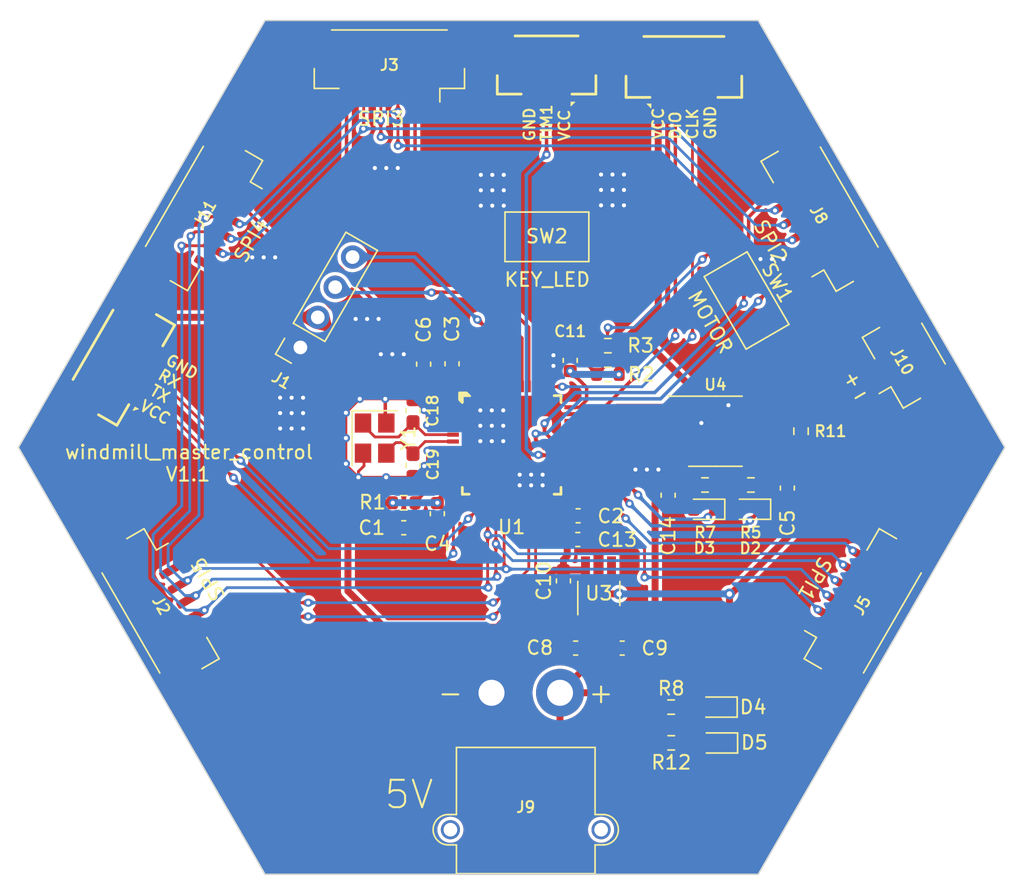
<source format=kicad_pcb>
(kicad_pcb (version 20221018) (generator pcbnew)
  (layers (0 "F.Cu" signal) (31 "B.Cu" signal) (34 "B.Paste" user) (35 "F.Paste" user) (36 "B.SilkS" user "B.Silkscreen") (37 "F.SilkS" user "F.Silkscreen") (38 "B.Mask" user) (39 "F.Mask" user) (44 "Edge.Cuts" user))
  (net 0 "")
  (net 1 "/RESET")
  (net 2 "GND")
  (net 3 "VCC")
  (net 4 "+5V")
  (net 5 "/LED1")
  (net 6 "Net-(D2-A)")
  (net 7 "/LED2")
  (net 8 "Net-(D3-A)")
  (net 9 "/i2C1_SCL")
  (net 10 "/i2C1_SDA")
  (net 11 "/TXD")
  (net 12 "/RXD")
  (net 13 "/DIO")
  (net 14 "/CLK")
  (net 15 "/-")
  (net 16 "/+")
  (net 20 "/XTAL_I")
  (net 21 "/XTAL_O")
  (net 23 "/SPI_SCK")
  (net 24 "/SPI_MISO")
  (net 25 "/SPI_MOSI")
  (net 26 "/GPIO1")
  (net 27 "/CAN_RX")
  (net 28 "/CAN_TX")
  (net 30 "/SPI_CS1")
  (net 31 "/TIM1_CH1")
  (net 32 "/GPIO2")
  (net 33 "/SPI_CS2")
  (net 34 "/GPIO3")
  (net 35 "/SPI_CS3")
  (net 36 "/GPIO4")
  (net 37 "/SPI_CS4")
  (net 38 "/SPI_CS5")
  (net 39 "/GPIO5")
  (net 41 "/key2")
  (net 42 "/key1")
  (net 46 "Net-(D4-Anode)")
  (net 47 "Net-(D5-Anode)")
  (footprint "Button_Switch_SMD:SW_SPST_FSMSM" (layer "F.Cu") (at 80.575 111.8 180)
    (fp_text reference "SW2")
    (fp_text value " ")
  )
  (footprint "Connector_JST:JST_GH_SM06B-GHS-TB_1x06-1MP_P1.25mm_Horizontal" (layer "F.Cu") (at 103.575 138.725 60)
    (fp_text reference "J5")
    (fp_text value "Conn_01x06")
  )
  (footprint "Resistor_SMD:R_0603_1608Metric" (layer "F.Cu") (at 92.115 129.925)
    (fp_text reference "R7")
    (fp_text value "1K")
  )
  (footprint "Capacitor_SMD:C_0603_1608Metric" (layer "F.Cu") (at 98.125 130.15 90)
    (fp_text reference "C5")
    (fp_text value "100n")
  )
  (footprint "Connector_JST:JST_GH_SM02B-GHS-TB_1x02-1MP_P1.25mm_Horizontal" (layer "F.Cu") (at 106.575 120.875 120)
    (fp_text reference "J10")
    (fp_text value "Conn_01x02")
  )
  (footprint "Capacitor_SMD:C_0603_1608Metric_Pad1.08x0.95mm_HandSolder" (layer "F.Cu") (at 70.8 128.5 90)
    (fp_text reference "C19")
    (fp_text value "12p")
  )
  (footprint "PCM_004_GN_MIDDLE-SEMI_SMD:QFP-48_7070" (layer "F.Cu") (at 78 127)
    (fp_text reference "U1")
    (fp_text value "STM32F103C8Tx")
  )
  (footprint "Button_Switch_SMD:SW_SPST_FSMSM" (layer "F.Cu") (at 95.15 116.45 -60)
    (fp_text reference "SW1")
    (fp_text value " ")
  )
  (footprint "Resistor_SMD:R_0603_1608Metric" (layer "F.Cu") (at 89.64 146.15 180)
    (fp_text reference "R8")
    (fp_text value "10k")
  )
  (footprint "Connector_AMASS:AMASS_XT30PW-M_1x02_P2.50mm_Horizontal" (layer "F.Cu") (at 76.53 145.105 180)
    (fp_text reference "J9")
    (fp_text value "Conn_01x02")
  )
  (footprint "Capacitor_SMD:C_0603_1608Metric" (layer "F.Cu") (at 89.425 130.675 -90)
    (fp_text reference "C14")
    (fp_text value "100n")
  )
  (footprint "Capacitor_SMD:C_0603_1608Metric_Pad1.08x0.95mm_HandSolder" (layer "F.Cu") (at 70.8 124.5 -90)
    (fp_text reference "C18")
    (fp_text value "12p")
  )
  (footprint "Capacitor_SMD:C_0603_1608Metric" (layer "F.Cu") (at 82.85 132.175 180)
    (fp_text reference "C2")
    (fp_text value "100n")
  )
  (footprint "Capacitor_SMD:C_0603_1608Metric" (layer "F.Cu") (at 73.65 121.075 -90)
    (fp_text reference "C3")
    (fp_text value "100n")
  )
  (footprint "Capacitor_SMD:C_0603_1608Metric" (layer "F.Cu") (at 82.83 133.91 180)
    (fp_text reference "C13")
    (fp_text value "2.2u")
  )
  (footprint "Capacitor_SMD:C_0603_1608Metric" (layer "F.Cu") (at 86.07 141.84 180)
    (fp_text reference "C9")
    (fp_text value "100n")
  )
  (footprint "Package_TO_SOT_SMD:TSOT-23-5_HandSoldering" (layer "F.Cu") (at 84.34 137.85 90)
    (fp_text reference "U3")
    (fp_text value "HX9193-33GB")
  )
  (footprint "Connector_JST:JST_GH_SM06B-GHS-TB_1x06-1MP_P1.25mm_Horizontal" (layer "F.Cu") (at 69.075 99.25 180)
    (fp_text reference "J3")
    (fp_text value "Conn_01x06")
  )
  (footprint "LED_SMD:LED_0603_1608Metric" (layer "F.Cu") (at 92.98 146.15 180)
    (fp_text reference "D4")
    (fp_text value "Diode_LED")
  )
  (footprint "Resistor_SMD:R_0603_1608Metric" (layer "F.Cu") (at 85.025 121.85)
    (fp_text reference "R2")
    (fp_text value "10k")
  )
  (footprint "Crystal:Crystal_SMD_3225-4Pin_3.2x2.5mm" (layer "F.Cu") (at 68 126.5 -90)
    (fp_text reference "Y1")
    (fp_text value "12M")
  )
  (footprint "Connector_JST:JST_GH_SM06B-GHS-TB_1x06-1MP_P1.25mm_Horizontal" (layer "F.Cu") (at 52.425 138.725 -60)
    (fp_text reference "J2")
    (fp_text value "Conn_01x06")
  )
  (footprint "LED_SMD:LED_0603_1608Metric" (layer "F.Cu") (at 92.075 131.7 180)
    (fp_text reference "D3")
    (fp_text value "LED")
  )
  (footprint "LED_SMD:LED_0603_1608Metric" (layer "F.Cu") (at 95.425 131.7 180)
    (fp_text reference "D2")
    (fp_text value "LED")
  )
  (footprint "LED_SMD:LED_0603_1608Metric" (layer "F.Cu") (at 93.01 148.77 180)
    (fp_text reference "D5")
    (fp_text value "Diode_LED")
  )
  (footprint "Capacitor_SMD:C_0603_1608Metric" (layer "F.Cu") (at 81.78 136.93 90)
    (fp_text reference "C10")
    (fp_text value "100n")
  )
  (footprint "Package_SO:SOIC-8_3.9x4.9mm_P1.27mm" (layer "F.Cu") (at 92.875 126)
    (fp_text reference "U4")
    (fp_text value "TJA1051T-3")
  )
  (footprint "Resistor_SMD:R_0603_1608Metric" (layer "F.Cu") (at 70.125 131.225 180)
    (fp_text reference "R1")
    (fp_text value "10k")
  )
  (footprint "Connector_PinSocket_2.54mm:PinSocket_1x04_P2.54mm_Vertical" (layer "F.Cu") (at 62.578349 119.878397 150)
    (fp_text reference "J1")
    (fp_text value "Conn_01x04_Male")
  )
  (footprint "Capacitor_SMD:C_0603_1608Metric" (layer "F.Cu") (at 70.125 133.05 180)
    (fp_text reference "C1")
    (fp_text value "100n")
  )
  (footprint "Connector_JST:JST_GH_SM06B-GHS-TB_1x06-1MP_P1.25mm_Horizontal" (layer "F.Cu") (at 100.425 110.175 120)
    (fp_text reference "J8")
    (fp_text value "Conn_01x06")
  )
  (footprint "PCM_205_CONN_GH_SMD:GH1.25_V_4" (layer "F.Cu") (at 90.575 99.3895)
    (fp_text reference "")
    (fp_text value "Conn_01x04")
  )
  (footprint "Resistor_SMD:R_0603_1608Metric" (layer "F.Cu") (at 89.65 148.76 180)
    (fp_text reference "R12")
    (fp_text value "10k")
  )
  (footprint "Capacitor_SMD:C_0603_1608Metric" (layer "F.Cu") (at 72.575 132.025 90)
    (fp_text reference "C4")
    (fp_text value "100n")
  )
  (footprint "PCM_205_CONN_GH_SMD:GH1.25_H_3" (layer "F.Cu") (at 80.55 99.25)
    (fp_text reference "")
    (fp_text value "Conn_01x03")
  )
  (footprint "Capacitor_SMD:C_0603_1608Metric" (layer "F.Cu") (at 71.575 121.1 -90)
    (fp_text reference "C6")
    (fp_text value "100n")
  )
  (footprint "Resistor_SMD:R_0603_1608Metric" (layer "F.Cu") (at 95.465 129.925)
    (fp_text reference "R5")
    (fp_text value "1K")
  )
  (footprint "Capacitor_SMD:C_0603_1608Metric" (layer "F.Cu") (at 82.275 120.825 90)
    (fp_text reference "C11")
    (fp_text value "100n")
  )
  (footprint "Resistor_SMD:R_0603_1608Metric" (layer "F.Cu") (at 99.125 126 -90)
    (fp_text reference "R11")
    (fp_text value "120")
  )
  (footprint "Connector_JST:JST_GH_SM06B-GHS-TB_1x06-1MP_P1.25mm_Horizontal" (layer "F.Cu") (at 55.6 110.125 -120)
    (fp_text reference "J11")
    (fp_text value "Conn_01x06")
  )
  (footprint "Capacitor_SMD:C_0603_1608Metric" (layer "F.Cu") (at 82.67 141.84)
    (fp_text reference "C8")
    (fp_text value "2.2u")
  )
  (footprint "Resistor_SMD:R_0603_1608Metric" (layer "F.Cu") (at 85.025 119.75)
    (fp_text reference "R3")
    (fp_text value "10k")
  )
  (footprint "PCM_205_CONN_GH_SMD:GH1.25_V_4" (layer "F.Cu") (at 49.367404 120.796651 60)
    (fp_text reference "")
    (fp_text value "Conn_01x04")
  )
  (gr_line (start 60 96) (end 42 127.18) (stroke (width 0.1)) (layer "Edge.Cuts"))
  (gr_line (start 96 96) (end 114 127.18) (stroke (width 0.1)) (layer "Edge.Cuts"))
  (gr_line (start 60 158.36) (end 42 127.18) (stroke (width 0.1)) (layer "Edge.Cuts"))
  (gr_line (start 96 158.36) (end 114 127.18) (stroke (width 0.1)) (layer "Edge.Cuts"))
  (gr_line (start 96 158.36) (end 60 158.36) (stroke (width 0.1)) (layer "Edge.Cuts"))
  (gr_line (start 60 96) (end 96 96) (stroke (width 0.1)) (layer "Edge.Cuts"))
  (gr_text "SPI4" (at 58.975 112.075 60) (layer "F.SilkS") (effects (font (size 1 1))))
  (gr_text "-" (at 103.4 123.325 30) (layer "F.SilkS") (effects (font (size 1 1))))
  (gr_text "SPI3" (at 68.475 103.175) (layer "F.SilkS") (effects (font (size 1 1))))
  (gr_text "SPI5" (at 55.85 136.8 120) (layer "F.SilkS") (effects (font (size 1 1))))
  (gr_text "KEY_LED" (at 80.6 114.925) (layer "F.SilkS") (effects (font (size 1 1))))
  (gr_text "windmill_master_control" (at 54.45 127.525) (layer "F.SilkS") (effects (font (size 1 1))))
  (gr_text "GND" (at 53.925 121.3 330) (layer "F.SilkS") (effects (font (size 0.8 0.8))))
  (gr_text "VCC" (at 81.85 103.665476 90) (layer "F.SilkS") (effects (font (size 0.8 0.8))))
  (gr_text "GND" (at 92.5 103.454762 90) (layer "F.SilkS") (effects (font (size 0.8 0.8))))
  (gr_text "TIM1\n" (at 80.55 103.475 90) (layer "F.SilkS") (effects (font (size 0.8 0.8))))
  (gr_text "MOTOR\n" (at 92.5 118.025 -60) (layer "F.SilkS") (effects (font (size 1 1))))
  (gr_text "+" (at 102.825 122.2 30) (layer "F.SilkS") (effects (font (size 1 1))))
  (gr_text "SPI1" (at 100.125 136.775 240) (layer "F.SilkS") (effects (font (size 1 1))))
  (gr_text "VCC" (at 51.975 124.625 330) (layer "F.SilkS") (effects (font (size 0.8 0.8))))
  (gr_text "5V\n" (at 68.6 153.71) (layer "F.SilkS") (effects (font (size 2 2)) (justify left bottom)))
  (gr_text "TX\n" (at 52.325 123.275 330) (layer "F.SilkS") (effects (font (size 0.8 0.8))))
  (gr_text "CLK" (at 91.2 103.55 90) (layer "F.SilkS") (effects (font (size 0.8 0.8))))
  (gr_text "SPI2" (at 96.9 112.15 300) (layer "F.SilkS") (effects (font (size 1 1))))
  (gr_text "RX\n" (at 53 122.175 330) (layer "F.SilkS") (effects (font (size 0.8 0.8))))
  (gr_text "GND" (at 79.3 103.589286 90) (layer "F.SilkS") (effects (font (size 0.8 0.8))))
  (gr_text "DIO" (at 89.95 103.664285 90) (layer "F.SilkS") (effects (font (size 0.8 0.8))))
  (gr_text "VCC" (at 88.7 103.530952 90) (layer "F.SilkS") (effects (font (size 0.8 0.8))))
  (gr_text "V1.1\n" (at 54.375 129.15) (layer "F.SilkS") (effects (font (size 1 1))))
  (segment (start 72.75 127.25) (end 72.457642 127.542358) (width 0.2032) (layer "F.Cu") (net 1))
  (segment (start 72.457642 127.542358) (end 72.457642 129.692358) (width 0.2032) (layer "F.Cu") (net 1))
  (segment (start 72.457642 129.692358) (end 70.925 131.225) (width 0.2032) (layer "F.Cu") (net 1))
  (segment (start 70.925 131.225) (end 70.925 133.05) (width 0.2032) (layer "F.Cu") (net 1))
  (segment (start 73.75 127.25) (end 72.75 127.25) (width 0.2032) (layer "F.Cu") (net 1))
  (segment (start 68.775 125.4) (end 68.775 123.6375) (width 0.254) (layer "F.Cu") (net 2))
  (segment (start 77.6875 124.775) (end 77.3875 124.475) (width 0.254) (layer "F.Cu") (net 2))
  (segment (start 84.5625 107.2125) (end 84.525 107.25) (width 0.254) (layer "F.Cu") (net 2))
  (segment (start 93.7675 148.74) (end 93.7975 148.77) (width 0.508) (layer "F.Cu") (net 2))
  (segment (start 81.45 124.775) (end 77.6875 124.775) (width 0.254) (layer "F.Cu") (net 2))
  (segment (start 61.1375 123.5125) (end 61.1 123.55) (width 0.254) (layer "F.Cu") (net 2))
  (segment (start 81.475 124.75) (end 81.45 124.775) (width 0.254) (layer "F.Cu") (net 2))
  (segment (start 80.25 131.25) (end 80.25 129.9625) (width 0.254) (layer "F.Cu") (net 2))
  (segment (start 77.25 122.75) (end 77.25 124.3375) (width 0.254) (layer "F.Cu") (net 2))
  (segment (start 82.25 124.75) (end 81.475 124.75) (width 0.254) (layer "F.Cu") (net 2))
  (segment (start 75.7875 107.2375) (end 75.75 107.275) (width 0.254) (layer "F.Cu") (net 2))
  (segment (start 70.8 129.3625) (end 71.61875 128.54375) (width 0.2032) (layer "F.Cu") (net 2))
  (segment (start 66.8125 129.3625) (end 68.8375 129.3625) (width 0.2032) (layer "F.Cu") (net 2))
  (segment (start 71.856042 128.306458) (end 71.61875 128.54375) (width 0.2032) (layer "F.Cu") (net 2))
  (segment (start 65.9 128.375) (end 65.9 128.45) (width 0.2032) (layer "F.Cu") (net 2))
  (segment (start 71.831042 124.668542) (end 71.60625 124.44375) (width 0.2032) (layer "F.Cu") (net 2))
  (segment (start 65.9 124.65) (end 65.9 126.5) (width 0.2032) (layer "F.Cu") (net 2))
  (segment (start 66.9125 123.6375) (end 68.775 123.6375) (width 0.2032) (layer "F.Cu") (net 2))
  (segment (start 71.831042 125.543458) (end 71.831042 124.668542) (width 0.2032) (layer "F.Cu") (net 2))
  (segment (start 66.8125 128.9375) (end 66.8125 129.3625) (width 0.2032) (layer "F.Cu") (net 2))
  (segment (start 77.25 124.3375) (end 77.3875 124.475) (width 0.254) (layer "F.Cu") (net 2))
  (segment (start 93.7675 146.15) (end 93.7675 148.74) (width 0.508) (layer "F.Cu") (net 2))
  (segment (start 74.6875 127.75) (end 75.7125 126.725) (width 0.254) (layer "F.Cu") (net 2))
  (segment (start 75.75 122.75) (end 75.75 124.4375) (width 0.254) (layer "F.Cu") (net 2))
  (segment (start 75.75 124.4375) (end 75.7125 124.475) (width 0.254) (layer "F.Cu") (net 2))
  (segment (start 71.856042 127.431542) (end 71.856042 128.306458) (width 0.2032) (layer "F.Cu") (net 2))
  (segment (start 68.8375 129.3625) (end 70.8 129.3625) (width 0.2032) (layer "F.Cu") (net 2))
  (segment (start 65.9 128.45) (end 66.8125 129.3625) (width 0.2032) (layer "F.Cu") (net 2))
  (segment (start 68.775 123.6375) (end 70.8 123.6375) (width 0.2032) (layer "F.Cu") (net 2))
  (segment (start 80.25 129.9625) (end 80.2625 129.95) (width 0.254) (layer "F.Cu") (net 2))
  (segment (start 67.225 128.525) (end 66.8125 128.9375) (width 0.2032) (layer "F.Cu") (net 2))
  (segment (start 70.8 123.6375) (end 71.60625 124.44375) (width 0.2032) (layer "F.Cu") (net 2))
  (segment (start 66.9125 123.6375) (end 65.9 124.65) (width 0.2032) (layer "F.Cu") (net 2))
  (segment (start 73.75 127.75) (end 74.6875 127.75) (width 0.254) (layer "F.Cu") (net 2))
  (segment (start 65.9 126.5) (end 65.9 128.375) (width 0.2032) (layer "F.Cu") (net 2))
  (segment (start 67.225 127.6) (end 67.225 128.525) (width 0.2032) (layer "F.Cu") (net 2))
  (via (at 87.0375 128.8) (size 0.6) (drill 0.3) (layers "F.Cu" "B.Cu") (net 2))
  (via (at 66.9125 123.6375) (size 0.6) (drill 0.3) (layers "F.Cu" "B.Cu") (net 2))
  (via (at 76.55 125.6) (size 0.6) (drill 0.3) (layers "F.Cu" "B.Cu") (net 2))
  (via (at 87.875 128.8) (size 0.6) (drill 0.3) (layers "F.Cu" "B.Cu") (net 2))
  (via (at 86.2 108.375) (size 0.6) (drill 0.3) (layers "F.Cu" "B.Cu") (net 2))
  (via (at 61.1 124.675) (size 0.6) (drill 0.3) (layers "F.Cu" "B.Cu") (net 2))
  (via (at 78.5875 129.175) (size 0.6) (drill 0.3) (layers "F.Cu" "B.Cu") (net 2))
  (via (at 88.7125 128.8) (size 0.6) (drill 0.3) (layers "F.Cu" "B.Cu") (net 2))
  (via (at 76.55 124.475) (size 0.6) (drill 0.3) (layers "F.Cu" "B.Cu") (net 2))
  (via (at 76.5875 108.4) (size 0.6) (drill 0.3) (layers "F.Cu" "B.Cu") (net 2))
  (via (at 76.55 126.725) (size 0.6) (drill 0.3) (layers "F.Cu" "B.Cu") (net 2))
  (via (at 69.6875 106.775) (size 0.6) (drill 0.3) (layers "F.Cu" "B.Cu") (net 2))
  (via (at 68.8375 129.3625) (size 0.6) (drill 0.3) (layers "F.Cu" "B.Cu") (net 2))
  (via (at 86.2 109.5) (size 0.6) (drill 0.3) (layers "F.Cu" "B.Cu") (net 2))
  (via (at 61.1 123.55) (size 0.6) (drill 0.3) (layers "F.Cu" "B.Cu") (net 2))
  (via (at 68.775 123.6375) (size 0.6) (drill 0.3) (layers "F.Cu" "B.Cu") (net 2))
  (via (at 66.6125 117.8) (size 0.6) (drill 0.3) (layers "F.Cu" "B.Cu") (net 2))
  (via (at 68.0125 106.775) (size 0.6) (drill 0.3) (layers "F.Cu" "B.Cu") (net 2))
  (via (at 84.525 108.375) (size 0.6) (drill 0.3) (layers "F.Cu" "B.Cu") (net 2))
  (via (at 85.3625 107.25) (size 0.6) (drill 0.3) (layers "F.Cu" "B.Cu") (net 2))
  (via (at 70.125 120.375) (size 0.6) (drill 0.3) (layers "F.Cu" "B.Cu") (net 2))
  (via (at 71.60625 124.44375) (size 0.6) (drill 0.3) (layers "F.Cu" "B.Cu") (net 2))
  (via (at 85.3625 108.375) (size 0.6) (drill 0.3) (layers "F.Cu" "B.Cu") (net 2))
  (via (at 61.1 125.8) (size 0.6) (drill 0.3) (layers "F.Cu" "B.Cu") (net 2))
  (via (at 77.425 108.4) (size 0.6) (drill 0.3) (layers "F.Cu" "B.Cu") (net 2))
  (via (at 79.425 129.95) (size 0.6) (drill 0.3) (layers "F.Cu" "B.Cu") (net 2))
  (via (at 97.8375 113.425) (size 0.6) (drill 0.3) (layers "F.Cu" "B.Cu") (net 2))
  (via (at 75.7125 125.6) (size 0.6) (drill 0.3) (layers "F.Cu" "B.Cu") (net 2))
  (via (at 77.3875 126.725) (size 0.6) (drill 0.3) (layers "F.Cu" "B.Cu") (net 2))
  (via (at 80.2625 129.175) (size 0.6) (drill 0.3) (layers "F.Cu" "B.Cu") (net 2))
  (via (at 84.525 109.5) (size 0.6) (drill 0.3) (layers "F.Cu" "B.Cu") (net 2))
  (via (at 75.75 108.4) (size 0.6) (drill 0.3) (layers "F.Cu" "B.Cu") (net 2))
  (via (at 97 113.425) (size 0.6) (drill 0.3) (layers "F.Cu" "B.Cu") (net 2))
  (via (at 93.825 124.1) (size 0.6) (drill 0.3) (layers "F.Cu" "B.Cu") (net 2))
  (via (at 68.2875 117.8) (size 0.6) (drill 0.3) (layers "F.Cu" "B.Cu") (net 2))
  (via (at 77.3875 124.475) (size 0.6) (drill 0.3) (layers "F.Cu" "B.Cu") (net 2))
  (via (at 78.5875 129.95) (size 0.6) (drill 0.3) (layers "F.Cu" "B.Cu") (net 2))
  (via (at 71.831042 125.543458) (size 0.6) (drill 0.3) (layers "F.Cu" "B.Cu") (net 2))
  (via (at 59.0625 113.3) (size 0.6) (drill 0.3) (layers "F.Cu" "B.Cu") (net 2))
  (via (at 65.9 124.65) (size 0.6) (drill 0.3) (layers "F.Cu" "B.Cu") (net 2))
  (via (at 75.7125 126.725) (size 0.6) (drill 0.3) (layers "F.Cu" "B.Cu") (net 2))
  (via (at 61.9375 124.675) (size 0.6) (drill 0.3) (layers "F.Cu" "B.Cu") (net 2))
  (via (at 91.85 125.4) (size 0.6) (drill 0.3) (layers "F.Cu" "B.Cu") (net 2))
  (via (at 62.775 125.8) (size 0.6) (drill 0.3) (layers "F.Cu" "B.Cu") (net 2))
  (via (at 62.775 124.675) (size 0.6) (drill 0.3) (layers "F.Cu" "B.Cu") (net 2))
  (via (at 77.425 107.275) (size 0.6) (drill 0.3) (layers "F.Cu" "B.Cu") (net 2))
  (via (at 68.45 120.375) (size 0.6) (drill 0.3) (layers "F.Cu" "B.Cu") (net 2))
  (via (at 67.45 117.8) (size 0.6) (drill 0.3) (layers "F.Cu" "B.Cu") (net 2))
  (via (at 81.05 121.225) (size 0.6) (drill 0.3) (layers "F.Cu" "B.Cu") (net 2))
  (via (at 76.5875 109.525) (size 0.6) (drill 0.3) (layers "F.Cu" "B.Cu") (net 2))
  (via (at 71.61875 128.54375) (size 0.6) (drill 0.3) (layers "F.Cu" "B.Cu") (net 2))
  (via (at 65.9 126.5) (size 0.6) (drill 0.3) (layers "F.Cu" "B.Cu") (net 2))
  (via (at 79.425 129.175) (size 0.6) (drill 0.3) (layers "F.Cu" "B.Cu") (net 2))
  (via (at 80.2625 129.95) (size 0.6) (drill 0.3) (layers "F.Cu" "B.Cu") (net 2))
  (via (at 60.7375 113.3) (size 0.6) (drill 0.3) (layers "F.Cu" "B.Cu") (net 2))
  (via (at 66.8125 129.3625) (size 0.6) (drill 0.3) (layers "F.Cu" "B.Cu") (net 2))
  (via (at 61.9375 123.55) (size 0.6) (drill 0.3) (layers "F.Cu" "B.Cu") (net 2))
  (via (at 59.9 113.3) (size 0.6) (drill 0.3) (layers "F.Cu" "B.Cu") (net 2))
  (via (at 81.05 120.45) (size 0.6) (drill 0.3) (layers "F.Cu" "B.Cu") (net 2))
  (via (at 62.775 123.55) (size 0.6) (drill 0.3) (layers "F.Cu" "B.Cu") (net 2))
  (via (at 75.75 107.275) (size 0.6) (drill 0.3) (layers "F.Cu" "B.Cu") (net 2))
  (via (at 76.5875 107.275) (size 0.6) (drill 0.3) (layers "F.Cu" "B.Cu") (net 2))
  (via (at 61.9375 125.8) (size 0.6) (drill 0.3) (layers "F.Cu" "B.Cu") (net 2))
  (via (at 71.856042 127.431542) (size 0.6) (drill 0.3) (layers "F.Cu" "B.Cu") (net 2))
  (via (at 75.7125 124.475) (size 0.6) (drill 0.3) (layers "F.Cu" "B.Cu") (net 2))
  (via (at 77.3875 125.6) (size 0.6) (drill 0.3) (layers "F.Cu" "B.Cu") (net 2))
  (via (at 65.9 128.375) (size 0.6) (drill 0.3) (layers "F.Cu" "B.Cu") (net 2))
  (via (at 85.3625 109.5) (size 0.6) (drill 0.3) (layers "F.Cu" "B.Cu") (net 2))
  (via (at 84.525 107.25) (size 0.6) (drill 0.3) (layers "F.Cu" "B.Cu") (net 2))
  (via (at 75.75 109.525) (size 0.6) (drill 0.3) (layers "F.Cu" "B.Cu") (net 2))
  (via (at 96.1625 113.425) (size 0.6) (drill 0.3) (layers "F.Cu" "B.Cu") (net 2))
  (via (at 77.425 109.525) (size 0.6) (drill 0.3) (layers "F.Cu" "B.Cu") (net 2))
  (via (at 69.2875 120.375) (size 0.6) (drill 0.3) (layers "F.Cu" "B.Cu") (net 2))
  (via (at 68.85 106.775) (size 0.6) (drill 0.3) (layers "F.Cu" "B.Cu") (net 2))
  (via (at 86.2 107.25) (size 0.6) (drill 0.3) (layers "F.Cu" "B.Cu") (net 2))
  (segment (start 64.698349 129.873349) (end 66.05 131.225) (width 0.508) (layer "F.Cu") (net 3))
  (segment (start 82.055 135.115) (end 82.055 133.91) (width 0.508) (layer "F.Cu") (net 3))
  (segment (start 49.2 122.539752) (end 49.2 121.28) (width 0.508) (layer "F.Cu") (net 3))
  (segment (start 85.825 119.75) (end 88.7 116.875) (width 0.508) (layer "F.Cu") (net 3))
  (segment (start 66.05 131.65) (end 66.05 131.225) (width 0.508) (layer "F.Cu") (net 3))
  (segment (start 82.075 133.89) (end 82.055 133.91) (width 0.508) (layer "F.Cu") (net 3))
  (segment (start 81.111318 136.155) (end 81.78 136.155) (width 0.508) (layer "F.Cu") (net 3))
  (segment (start 52.801308 117.678692) (end 63.848349 117.678692) (width 0.508) (layer "F.Cu") (net 3))
  (segment (start 65.622329 119.452671) (end 68.069657 121.9) (width 0.508) (layer "F.Cu") (net 3))
  (segment (start 82.275 121.6) (end 83.475 122.8) (width 0.254) (layer "F.Cu") (net 3))
  (segment (start 65.621309 119.451651) (end 65.622329 119.452671) (width 0.508) (layer "F.Cu") (net 3))
  (segment (start 66.05 137.675) (end 68.696 140.321) (width 0.508) (layer "F.Cu") (net 3))
  (segment (start 76.945318 140.321) (end 81.111318 136.155) (width 0.508) (layer "F.Cu") (net 3))
  (segment (start 66.05 131.225) (end 66.575 131.225) (width 0.508) (layer "F.Cu") (net 3))
  (segment (start 96.865 129.35) (end 96.29 129.925) (width 0.508) (layer "F.Cu") (net 3))
  (segment (start 63.848349 117.678692) (end 64.698349 118.528692) (width 0.508) (layer "F.Cu") (net 3))
  (segment (start 85.825 119.75) (end 85.825 121.85) (width 0.508) (layer "F.Cu") (net 3))
  (segment (start 88.075 119.75) (end 85.825 119.75) (width 0.508) (layer "F.Cu") (net 3))
  (segment (start 81.795 136.14) (end 81.78 136.155) (width 0.508) (layer "F.Cu") (net 3))
  (segment (start 68.069657 121.9) (end 71.575 121.9) (width 0.508) (layer "F.Cu") (net 3))
  (segment (start 73.05 124.25) (end 71.575 122.775) (width 0.254) (layer "F.Cu") (net 3))
  (segment (start 65.201651 119.451651) (end 65.621309 119.451651) (width 0.508) (layer "F.Cu") (net 3))
  (segment (start 92.94 129.635) (end 93.579 128.996) (width 0.508) (layer "F.Cu") (net 3))
  (segment (start 64.698349 119.451651) (end 64.698349 129.873349) (width 0.508) (layer "F.Cu") (net 3))
  (segment (start 66.05 131.65) (end 66.05 137.675) (width 0.508) (layer "F.Cu") (net 3))
  (segment (start 96.29 129.89) (end 96.29 129.925) (width 0.508) (layer "F.Cu") (net 3))
  (segment (start 83.39 136.14) (end 81.795 136.14) (width 0.508) (layer "F.Cu") (net 3))
  (segment (start 72.860842 128.529158) (end 72.860842 130.939158) (width 0.2032) (layer "F.Cu") (net 3))
  (segment (start 68.2 131.225) (end 68.875 131.225) (width 0.508) (layer "F.Cu") (net 3))
  (segment (start 95.396 128.996) (end 96.29 129.89) (width 0.508) (layer "F.Cu") (net 3))
  (segment (start 98.125 129.35) (end 96.865 129.35) (width 0.508) (layer "F.Cu") (net 3))
  (segment (start 66.05 131.65) (end 66.475 131.225) (width 0.508) (layer "F.Cu") (net 3))
  (segment (start 66.475 131.225) (end 66.575 131.225) (width 0.508) (layer "F.Cu") (net 3))
  (segment (start 81.78 135.39) (end 82.055 135.115) (width 0.508) (layer "F.Cu") (net 3))
  (segment (start 49.2 121.28) (end 52.801308 117.678692) (width 0.508) (layer "F.Cu") (net 3))
  (segment (start 65.201651 119.031994) (end 65.201651 119.451651) (width 0.508) (layer "F.Cu") (net 3))
  (segment (start 81.8 101.525) (end 88.4105 101.525) (width 0.508) (layer "F.Cu") (net 3))
  (segment (start 80.975 132.175) (end 82.05 132.175) (width 0.254) (layer "F.Cu") (net 3))
  (segment (start 80.75 131.25) (end 80.75 131.95) (width 0.254) (layer "F.Cu") (net 3))
  (segment (start 93.9 141.065) (end 93.9 137.89) (width 0.508) (layer "F.Cu") (net 3))
  (segment (start 83.39 136.14) (end 83.39 136.815) (width 0.508) (layer "F.Cu") (net 3))
  (segment (start 94.01 137.89) (end 93.9 137.89) (width 0.508) (layer "F.Cu") (net 3))
  (segment (start 73.14 128.25) (end 72.860842 128.529158) (width 0.2032) (layer "F.Cu") (net 3))
  (segment (start 92.94 129.925) (end 92.94 129.635) (width 0.508) (layer "F.Cu") (net 3))
  (segment (start 100.075 130.325) (end 99.1 129.35) (width 0.508) (layer "F.Cu") (net 3))
  (segment (start 88.815 146.15) (end 93.9 141.065) (width 0.508) (layer "F.Cu") (net 3))
  (segment (start 64.698349 118.528692) (end 65.201651 119.031994) (width 0.508) (layer "F.Cu") (net 3))
  (segment (start 73.625 121.9) (end 73.65 121.875) (width 0.508) (layer "F.Cu") (net 3))
  (segment (start 83.475 123.725) (end 82.95 124.25) (width 0.254) (layer "F.Cu") (net 3))
  (segment (start 93.579 128.996) (end 93.579 125.254) (width 0.508) (layer "F.Cu") (net 3))
  (segment (start 95.35 127.905) (end 97.505 127.905) (width 0.508) (layer "F.Cu") (net 3))
  (segment (start 75.25 122.75) (end 74.525 122.75) (width 0.254) (layer "F.Cu") (net 3))
  (segment (start 71.575 121.9) (end 73.625 121.9) (width 0.508) (layer "F.Cu") (net 3))
  (segment (start 72.860842 130.939158) (end 72.575 131.225) (width 0.2032) (layer "F.Cu") (net 3))
  (segment (start 64.698349 118.528692) (end 64.698349 119.451651) (width 0.508) (layer "F.Cu") (net 3))
  (segment (start 63.848349 117.678692) (end 65.622329 119.452671) (width 0.508) (layer "F.Cu") (net 3))
  (segment (start 84.455 137.88) (end 85.84 137.88) (width 0.508) (layer "F.Cu") (net 3))
  (segment (start 74.525 122.75) (end 73.65 121.875) (width 0.254) (layer "F.Cu") (net 3))
  (segment (start 88.4105 101.525) (end 88.7 101.8145) (width 0.508) (layer "F.Cu") (net 3))
  (segment (start 81.78 136.155) (end 81.78 135.39) (width 0.508) (layer "F.Cu") (net 3))
  (segment (start 66.95 131.225) (end 68.2 131.225) (width 0.508) (layer "F.Cu") (net 3))
  (segment (start 100.075 131.825) (end 94.01 137.89) (width 0.508) (layer "F.Cu") (net 3))
  (segment (start 69.325 131.225) (end 68.875 131.225) (width 0.508) (layer "F.Cu") (net 3))
  (segment (start 71.575 122.775) (end 71.575 121.9) (width 0.254) (layer "F.Cu") (net 3))
  (segment (start 93.579 125.254) (end 88.075 119.75) (width 0.508) (layer "F.Cu") (net 3))
  (segment (start 49.969697 123.309449) (end 49.2 122.539752) (width 0.508) (layer "F.Cu") (net 3))
  (segment (start 66.575 131.225) (end 66.95 131.225) (width 0.508) (layer "F.Cu") (net 3))
  (segment (start 100.075 131.825) (end 100.075 130.325) (width 0.508) (layer "F.Cu") (net 3))
  (segment (start 88.7 116.875) (end 88.7 101.8145) (width 0.508) (layer "F.Cu") (net 3))
  (segment (start 97.505 127.905) (end 98.125 128.525) (width 0.508) (layer "F.Cu") (net 3))
  (segment (start 80.75 131.95) (end 80.975 132.175) (width 0.254) (layer "F.Cu") (net 3))
  (segment (start 68.696 140.321) (end 76.945318 140.321) (width 0.508) (layer "F.Cu") (net 3))
  (segment (start 83.39 136.815) (end 84.455 137.88) (width 0.508) (layer "F.Cu") (net 3))
  (segment (start 64.698349 119.451651) (end 65.201651 119.451651) (width 0.508) (layer "F.Cu") (net 3))
  (segment (start 82.95 124.25) (end 82.25 124.25) (width 0.254) (layer "F.Cu") (net 3))
  (segment (start 73.75 128.25) (end 73.14 128.25) (width 0.2032) (layer "F.Cu") (net 3))
  (segment (start 73.75 124.25) (end 73.05 124.25) (width 0.254) (layer "F.Cu") (net 3))
  (segment (start 99.1 129.35) (end 98.125 129.35) (width 0.508) (layer "F.Cu") (net 3))
  (segment (start 98.125 128.525) (end 98.125 129.35) (width 0.508) (layer "F.Cu") (net 3))
  (segment (start 82.075 132.175) (end 82.075 133.89) (width 0.508) (layer "F.Cu") (net 3))
  (segment (start 83.475 122.8) (end 83.475 123.725) (width 0.254) (layer "F.Cu") (net 3))
  (segment (start 93.579 128.996) (end 95.396 128.996) (width 0.508) (layer "F.Cu") (net 3))
  (via (at 72.575 131.225) (size 0.6) (drill 0.3) (layers "F.Cu" "B.Cu") (net 3))
  (via (at 69.325 131.225) (size 0.6) (drill 0.3) (layers "F.Cu" "B.Cu") (net 3))
  (via (at 93.9 137.89) (size 0.8) (drill 0.4) (layers "F.Cu" "B.Cu") (net 3))
  (via (at 85.825 121.85) (size 0.6) (drill 0.3) (layers "F.Cu" "B.Cu") (net 3))
  (via (at 85.84 137.88) (size 0.8) (drill 0.4) (layers "F.Cu" "B.Cu") (net 3))
  (via (at 82.275 121.6) (size 0.6) (drill 0.3) (layers "F.Cu" "B.Cu") (net 3))
  (segment (start 93.89 137.88) (end 93.9 137.89) (width 0.508) (layer "B.Cu") (net 3))
  (segment (start 85.84 137.88) (end 93.89 137.88) (width 0.508) (layer "B.Cu") (net 3))
  (segment (start 69.325 131.225) (end 72.575 131.225) (width 0.508) (layer "B.Cu") (net 3))
  (segment (start 85.825 121.85) (end 82.525 121.85) (width 0.508) (layer "B.Cu") (net 3))
  (segment (start 82.525 121.85) (end 82.275 121.6) (width 0.508) (layer "B.Cu") (net 3))
  (segment (start 85.295 141.84) (end 85.295 139.565) (width 0.508) (layer "F.Cu") (net 4))
  (segment (start 92.45 128.325) (end 91.8 128.975) (width 0.508) (layer "F.Cu") (net 4))
  (segment (start 83.445 141.84) (end 85.295 141.84) (width 0.508) (layer "F.Cu") (net 4))
  (segment (start 81.53 148.23) (end 81.53 145.105) (width 0.508) (layer "F.Cu") (net 4))
  (segment (start 81.53 145.105) (end 83.46 143.175) (width 0.508) (layer "F.Cu") (net 4))
  (segment (start 90.325 128.975) (end 88.471 130.829) (width 0.508) (layer "F.Cu") (net 4))
  (segment (start 88.825 148.76) (end 82.06 148.76) (width 0.508) (layer "F.Cu") (net 4))
  (segment (start 88.471 130.829) (end 88.471 142.499) (width 0.508) (layer "F.Cu") (net 4))
  (segment (start 91.8 128.975) (end 90.325 128.975) (width 0.508) (layer "F.Cu") (net 4))
  (segment (start 92.035 126.635) (end 92.45 127.05) (width 0.508) (layer "F.Cu") (net 4))
  (segment (start 90.4 126.635) (end 92.035 126.635) (width 0.508) (layer "F.Cu") (net 4))
  (segment (start 82.06 148.76) (end 81.53 148.23) (width 0.508) (layer "F.Cu") (net 4))
  (segment (start 88.471 142.499) (end 85.865 145.105) (width 0.508) (layer "F.Cu") (net 4))
  (segment (start 92.45 127.05) (end 92.45 128.325) (width 0.508) (layer "F.Cu") (net 4))
  (segment (start 83.46 143.175) (end 83.46 141.855) (width 0.508) (layer "F.Cu") (net 4))
  (segment (start 83.39 139.56) (end 83.39 141.785) (width 0.508) (layer "F.Cu") (net 4))
  (segment (start 83.46 141.855) (end 83.445 141.84) (width 0.508) (layer "F.Cu") (net 4))
  (segment (start 85.865 145.105) (end 81.53 145.105) (width 0.508) (layer "F.Cu") (net 4))
  (segment (start 96.2125 131.7) (end 96.2125 131.7125) (width 0.254) (layer "F.Cu") (net 5))
  (segment (start 86.60464 131.27964) (end 84.075 128.75) (width 0.254) (layer "F.Cu") (net 5))
  (segment (start 84.075 128.75) (end 82.25 128.75) (width 0.254) (layer "F.Cu") (net 5))
  (segment (start 96.2125 131.7125) (end 95.4 132.525) (width 0.254) (layer "F.Cu") (net 5))
  (segment (start 86.60464 131.287501) (end 86.60464 131.27964) (width 0.254) (layer "F.Cu") (net 5))
  (via (at 95.4 132.525) (size 0.6) (drill 0.3) (layers "F.Cu" "B.Cu") (net 5))
  (via (at 86.60464 131.287501) (size 0.6) (drill 0.3) (layers "F.Cu" "B.Cu") (net 5))
  (segment (start 86.60464 131.287501) (end 88.219139 132.902) (width 0.254) (layer "B.Cu") (net 5))
  (segment (start 88.219139 132.902) (end 95.023 132.902) (width 0.254) (layer "B.Cu") (net 5))
  (segment (start 95.023 132.902) (end 95.4 132.525) (width 0.254) (layer "B.Cu") (net 5))
  (segment (start 94.64 131.6975) (end 94.6375 131.7) (width 0.2032) (layer "F.Cu") (net 6))
  (segment (start 94.64 129.925) (end 94.64 131.6975) (width 0.2032) (layer "F.Cu") (net 6))
  (segment (start 87.225 130.625) (end 84.85 128.25) (width 0.254) (layer "F.Cu") (net 7))
  (segment (start 84.85 128.25) (end 82.25 128.25) (width 0.254) (layer "F.Cu") (net 7))
  (segment (start 87.225 130.65) (end 87.225 130.625) (width 0.254) (layer "F.Cu") (net 7))
  (segment (start 92.325 132.275) (end 92.325 132.2375) (width 0.254) (layer "F.Cu") (net 7))
  (segment (start 92.325 132.2375) (end 92.8625 131.7) (width 0.254) (layer "F.Cu") (net 7))
  (via (at 87.225 130.65) (size 0.6) (drill 0.3) (layers "F.Cu" "B.Cu") (net 7))
  (via (at 92.325 132.275) (size 0.6) (drill 0.3) (layers "F.Cu" "B.Cu") (net 7))
  (segment (start 87.225 130.675) (end 88.975 132.425) (width 0.254) (layer "B.Cu") (net 7))
  (segment (start 87.225 130.65) (end 87.225 130.675) (width 0.254) (layer "B.Cu") (net 7))
  (segment (start 88.975 132.425) (end 92.175 132.425) (width 0.254) (layer "B.Cu") (net 7))
  (segment (start 92.175 132.425) (end 92.325 132.275) (width 0.254) (layer "B.Cu") (net 7))
  (segment (start 91.29 129.925) (end 91.29 131.6975) (width 0.2032) (layer "F.Cu") (net 8))
  (segment (start 91.29 131.6975) (end 91.2875 131.7) (width 0.2032) (layer "F.Cu") (net 8))
  (segment (start 74.744497 115.844497) (end 78.25 119.35) (width 0.254) (layer "F.Cu") (net 9))
  (segment (start 72.180503 115.844497) (end 74.744497 115.844497) (width 0.254) (layer "F.Cu") (net 9))
  (segment (start 78.25 119.35) (end 78.25 122.75) (width 0.254) (layer "F.Cu") (net 9))
  (segment (start 72.15 115.875) (end 72.180503 115.844497) (width 0.254) (layer "F.Cu") (net 9))
  (via (at 72.15 115.875) (size 0.6) (drill 0.3) (layers "F.Cu" "B.Cu") (net 9))
  (segment (start 72.15 115.875) (end 65.514361 115.875) (width 0.254) (layer "B.Cu") (net 9))
  (segment (start 65.514361 115.875) (end 65.118349 115.478988) (width 0.254) (layer "B.Cu") (net 9))
  (segment (start 75.5 117.85) (end 75.525 117.85) (width 0.254) (layer "F.Cu") (net 10))
  (segment (start 75.525 117.85) (end 77.75 120.075) (width 0.254) (layer "F.Cu") (net 10))
  (segment (start 77.75 120.075) (end 77.75 122.75) (width 0.254) (layer "F.Cu") (net 10))
  (via (at 75.5 117.85) (size 0.6) (drill 0.3) (layers "F.Cu" "B.Cu") (net 10))
  (segment (start 70.929283 113.279283) (end 66.388349 113.279283) (width 0.254) (layer "B.Cu") (net 10))
  (segment (start 75.5 117.85) (end 70.929283 113.279283) (width 0.254) (layer "B.Cu") (net 10))
  (segment (start 73.75 129.75) (end 73.75 134.925) (width 0.2032) (layer "F.Cu") (net 11))
  (segment (start 50.594697 122.294697) (end 57.7 129.4) (width 0.2032) (layer "F.Cu") (net 11))
  (via (at 73.75 134.925) (size 0.6) (drill 0.3) (layers "F.Cu" "B.Cu") (net 11))
  (via (at 57.7 129.4) (size 0.6) (drill 0.3) (layers "F.Cu" "B.Cu") (net 11))
  (segment (start 63.725 135.425) (end 73.25 135.425) (width 0.2032) (layer "B.Cu") (net 11))
  (segment (start 73.25 135.425) (end 73.75 134.925) (width 0.2032) (layer "B.Cu") (net 11))
  (segment (start 57.7 129.4) (end 63.725 135.425) (width 0.2032) (layer "B.Cu") (net 11))
  (segment (start 58.225 128.15) (end 58.225 128.149688) (width 0.2032) (layer "F.Cu") (net 12))
  (segment (start 74.825 132.4) (end 75.25 131.975) (width 0.2032) (layer "F.Cu") (net 12))
  (segment (start 58.225 128.149688) (end 51.219697 121.144385) (width 0.2032) (layer "F.Cu") (net 12))
  (segment (start 75.25 131.975) (end 75.25 131.25) (width 0.2032) (layer "F.Cu") (net 12))
  (via (at 74.825 132.4) (size 0.6) (drill 0.3) (layers "F.Cu" "B.Cu") (net 12))
  (via (at 58.225 128.15) (size 0.6) (drill 0.3) (layers "F.Cu" "B.Cu") (net 12))
  (segment (start 64.6489 134.5739) (end 72.6511 134.5739) (width 0.2032) (layer "B.Cu") (net 12))
  (segment (start 72.6511 134.5739) (end 74.825 132.4) (width 0.2032) (layer "B.Cu") (net 12))
  (segment (start 58.225 128.15) (end 64.6489 134.5739) (width 0.2032) (layer "B.Cu") (net 12))
  (segment (start 82.25 125.25) (end 83.775 125.25) (width 0.254) (layer "F.Cu") (net 13))
  (segment (start 89.95 101.8145) (end 89.95 119.028095) (width 0.25) (layer "F.Cu") (net 13))
  (segment (start 83.775 125.25) (end 87.1 121.925) (width 0.254) (layer "F.Cu") (net 13))
  (via (at 87.1 121.925) (size 0.6) (drill 0.3) (layers "F.Cu" "B.Cu") (net 13))
  (via (at 89.95 119.028095) (size 0.6) (drill 0.3) (layers "F.Cu" "B.Cu") (net 13))
  (segment (start 89.95 119.075) (end 87.1 121.925) (width 0.2032) (layer "B.Cu") (net 13))
  (segment (start 89.95 119.028095) (end 89.95 119.075) (width 0.2032) (layer "B.Cu") (net 13))
  (segment (start 91.2 119.075) (end 91.2 101.8145) (width 0.2032) (layer "F.Cu") (net 14))
  (segment (start 80.75 122.75) (end 81.7 122.75) (width 0.2032) (layer "F.Cu") (net 14))
  (via (at 81.7 122.75) (size 0.6) (drill 0.3) (layers "F.Cu" "B.Cu") (net 14))
  (via (at 91.2 119.075) (size 0.6) (drill 0.3) (layers "F.Cu" "B.Cu") (net 14))
  (segment (start 87.525 122.75) (end 81.7 122.75) (width 0.2032) (layer "B.Cu") (net 14))
  (segment (start 91.2 119.075) (end 87.525 122.75) (width 0.2032) (layer "B.Cu") (net 14))
  (segment (start 104.985317 122.341266) (end 105.285353 122.341266) (width 0.2) (layer "F.Cu") (net 15))
  (segment (start 95.759999 126.225001) (end 98.525001 126.225001) (width 0.2) (layer "F.Cu") (net 15))
  (segment (start 101.101582 126.225001) (end 104.985317 122.341266) (width 0.2) (layer "F.Cu") (net 15))
  (segment (start 99.125 126.825) (end 99.724999 126.225001) (width 0.2) (layer "F.Cu") (net 15))
  (segment (start 95.35 126.635) (end 95.759999 126.225001) (width 0.2) (layer "F.Cu") (net 15))
  (segment (start 98.525001 126.225001) (end 99.125 126.825) (width 0.2) (layer "F.Cu") (net 15))
  (segment (start 99.724999 126.225001) (end 101.101582 126.225001) (width 0.2) (layer "F.Cu") (net 15))
  (segment (start 95.35 125.365) (end 95.759999 125.774999) (width 0.2) (layer "F.Cu") (net 16))
  (segment (start 95.759999 125.774999) (end 98.525001 125.774999) (width 0.2) (layer "F.Cu") (net 16))
  (segment (start 98.525001 125.774999) (end 99.125 125.175) (width 0.2) (layer "F.Cu") (net 16))
  (segment (start 99.724999 125.774999) (end 100.908421 125.774999) (width 0.2) (layer "F.Cu") (net 16))
  (segment (start 104.144191 122.539229) (end 104.217711 122.264848) (width 0.2) (layer "F.Cu") (net 16))
  (segment (start 99.125 125.175) (end 99.724999 125.774999) (width 0.2) (layer "F.Cu") (net 16))
  (segment (start 104.217711 122.264848) (end 104.660353 122.00929) (width 0.2) (layer "F.Cu") (net 16))
  (segment (start 100.908421 125.774999) (end 104.144191 122.539229) (width 0.2) (layer "F.Cu") (net 16))
  (segment (start 104.660353 122.00929) (end 104.660353 121.258734) (width 0.2) (layer "F.Cu") (net 16))
  (segment (start 73.75 126.25) (end 71.6875 126.25) (width 0.2032) (layer "F.Cu") (net 20))
  (segment (start 67.225 125.625) (end 67.225 125.4) (width 0.2032) (layer "F.Cu") (net 20))
  (segment (start 69.7425 126.42) (end 68.02 126.42) (width 0.2032) (layer "F.Cu") (net 20))
  (segment (start 68.02 126.42) (end 67.225 125.625) (width 0.2032) (layer "F.Cu") (net 20))
  (segment (start 71.6875 126.25) (end 70.8 125.3625) (width 0.2032) (layer "F.Cu") (net 20))
  (segment (start 70.8 125.3625) (end 69.7425 126.42) (width 0.2032) (layer "F.Cu") (net 20))
  (segment (start 73.75 126.75) (end 71.6875 126.75) (width 0.2032) (layer "F.Cu") (net 21))
  (segment (start 69.545 126.83) (end 68.775 127.6) (width 0.2032) (layer "F.Cu") (net 21))
  (segment (start 70.8 127.6375) (end 69.9925 126.83) (width 0.2032) (layer "F.Cu") (net 21))
  (segment (start 69.9925 126.83) (end 69.545 126.83) (width 0.2032) (layer "F.Cu") (net 21))
  (segment (start 71.6875 126.75) (end 70.8 127.6375) (width 0.2032) (layer "F.Cu") (net 21))
  (segment (start 76.2484 137.3734) (end 76.2484 133.5521) (width 0.2032) (layer "F.Cu") (net 23))
  (segment (start 67.2 101.1) (end 67.2 103.8761) (width 0.2032) (layer "F.Cu") (net 23))
  (segment (start 76.2505 133.55) (end 76.25 133.5495) (width 0.2032) (layer "F.Cu") (net 23))
  (segment (start 76.3 137.425) (end 76.2484 137.3734) (width 0.2032) (layer "F.Cu") (net 23))
  (segment (start 76.25 131.25) (end 76.25 133.5495) (width 0.2032) (layer "F.Cu") (net 23))
  (segment (start 53.8989 112.45) (end 56.325 112.45) (width 0.2032) (layer "F.Cu") (net 23))
  (segment (start 56.325 112.45) (end 56.925 113.05) (width 0.2032) (layer "F.Cu") (net 23))
  (segment (start 67.2 103.8761) (end 67.175 103.9011) (width 0.2032) (layer "F.Cu") (net 23))
  (segment (start 76.2484 133.5521) (end 76.2505 133.55) (width 0.2032) (layer "F.Cu") (net 23))
  (via (at 67.175 103.9011) (size 0.6) (drill 0.3) (layers "F.Cu" "B.Cu") (net 23))
  (via (at 76.2505 133.55) (size 0.6) (drill 0.3) (layers "F.Cu" "B.Cu") (net 23))
  (via (at 53.8989 112.45) (size 0.6) (drill 0.3) (layers "F.Cu" "B.Cu") (net 23))
  (via (at 97.225 109.875) (size 0.6) (drill 0.3) (layers "F.Cu" "B.Cu") (net 23))
  (via (at 55.575 139.075) (size 0.6) (drill 0.3) (layers "F.Cu" "B.Cu") (net 23))
  (via (at 56.925 113.05) (size 0.6) (drill 0.3) (layers "F.Cu" "B.Cu") (net 23))
  (via (at 76.3 137.425) (size 0.6) (drill 0.3) (layers "F.Cu" "B.Cu") (net 23))
  (via (at 102.2 135.75) (size 0.6) (drill 0.3) (layers "F.Cu" "B.Cu") (net 23))
  (segment (start 51.825 136.65) (end 54.25 139.075) (width 0.2032) (layer "B.Cu") (net 23))
  (segment (start 54.25 139.075) (end 55.575 139.075) (width 0.2032) (layer "B.Cu") (net 23))
  (segment (start 76.2505 133.55) (end 76.462605 133.762105) (width 0.2032) (layer "B.Cu") (net 23))
  (segment (start 67.175 103.95) (end 58.075 113.05) (width 0.2032) (layer "B.Cu") (net 23))
  (segment (start 67.175 103.9011) (end 89.8011 103.9011) (width 0.2032) (layer "B.Cu") (net 23))
  (segment (start 53.925 131.45) (end 51.825 133.55) (width 0.2032) (layer "B.Cu") (net 23))
  (segment (start 101.4 134.95) (end 102.2 135.75) (width 0.2032) (layer "B.Cu") (net 23))
  (segment (start 67.175 103.9011) (end 67.175 103.95) (width 0.2032) (layer "B.Cu") (net 23))
  (segment (start 76.462605 133.762105) (end 76.601309 133.6234) (width 0.2032) (layer "B.Cu") (net 23))
  (segment (start 89.8011 103.9011) (end 95.775 109.875) (width 0.2032) (layer "B.Cu") (net 23))
  (segment (start 57.225 137.425) (end 55.575 139.075) (width 0.2032) (layer "B.Cu") (net 23))
  (segment (start 76.3 137.425) (end 57.225 137.425) (width 0.2032) (layer "B.Cu") (net 23))
  (segment (start 95.775 109.875) (end 97.225 109.875) (width 0.2032) (layer "B.Cu") (net 23))
  (segment (start 78.426291 134.95) (end 101.4 134.95) (width 0.2032) (layer "B.Cu") (net 23))
  (segment (start 53.925 112.4761) (end 53.925 131.45) (width 0.2032) (layer "B.Cu") (net 23))
  (segment (start 58.075 113.05) (end 56.925 113.05) (width 0.2032) (layer "B.Cu") (net 23))
  (segment (start 77.099691 133.6234) (end 78.426291 134.95) (width 0.2032) (layer "B.Cu") (net 23))
  (segment (start 51.825 133.55) (end 51.825 136.65) (width 0.2032) (layer "B.Cu") (net 23))
  (segment (start 76.601309 133.6234) (end 77.099691 133.6234) (width 0.2032) (layer "B.Cu") (net 23))
  (segment (start 53.8989 112.45) (end 53.925 112.4761) (width 0.2032) (layer "B.Cu") (net 23))
  (segment (start 54.5739 111.75) (end 54.8989 111.425) (width 0.2032) (layer "F.Cu") (net 24))
  (segment (start 76.8505 134.225) (end 76.8516 134.2239) (width 0.2032) (layer "F.Cu") (net 24))
  (segment (start 76.8484 134.2271) (end 76.8505 134.225) (width 0.2032) (layer "F.Cu") (net 24))
  (segment (start 54.8989 111.425) (end 57 111.425) (width 0.2032) (layer "F.Cu") (net 24))
  (segment (start 76.8484 136.5234) (end 76.8484 134.2271) (width 0.2032) (layer "F.Cu") (net 24))
  (segment (start 68.45 103.3) (end 68.45 104.5022) (width 0.2032) (layer "F.Cu") (net 24))
  (segment (start 68.45 101.1) (end 68.45 103.3) (width 0.2032) (layer "F.Cu") (net 24))
  (segment (start 76.8516 132.10639) (end 76.75 132.00479) (width 0.2032) (layer "F.Cu") (net 24))
  (segment (start 57 111.425) (end 57.525 111.95) (width 0.2032) (layer "F.Cu") (net 24))
  (segment (start 76.75 132.00479) (end 76.75 131.25) (width 0.2032) (layer "F.Cu") (net 24))
  (segment (start 76.95 136.625) (end 76.8484 136.5234) (width 0.2032) (layer "F.Cu") (net 24))
  (segment (start 76.8516 134.2239) (end 76.8516 132.10639) (width 0.2032) (layer "F.Cu") (net 24))
  (via (at 101.6 136.875) (size 0.6) (drill 0.3) (layers "F.Cu" "B.Cu") (net 24))
  (via (at 54.5739 111.75) (size 0.6) (drill 0.3) (layers "F.Cu" "B.Cu") (net 24))
  (via (at 97.85 110.95) (size 0.6) (drill 0.3) (layers "F.Cu" "B.Cu") (net 24))
  (via (at 54.95 138) (size 0.6) (drill 0.3) (layers "F.Cu" "B.Cu") (net 24))
  (via (at 68.45 103.3) (size 0.6) (drill 0.3) (layers "F.Cu" "B.Cu") (net 24))
  (via (at 68.45 104.5022) (size 0.6) (drill 0.3) (layers "F.Cu" "B.Cu") (net 24))
  (via (at 76.8505 134.225) (size 0.6) (drill 0.3) (layers "F.Cu" "B.Cu") (net 24))
  (via (at 57.525 111.95) (size 0.6) (drill 0.3) (layers "F.Cu" "B.Cu") (net 24))
  (via (at 76.95 136.625) (size 0.6) (drill 0.3) (layers "F.Cu" "B.Cu") (net 24))
  (segment (start 54.5739 111.75) (end 54.5 111.8239) (width 0.2032) (layer "B.Cu") (net 24))
  (segment (start 100.175 135.45) (end 101.6 136.875) (width 0.2032) (layer "B.Cu") (net 24))
  (segment (start 54.5 111.8239) (end 54.5 131.82979) (width 0.2032) (layer "B.Cu") (net 24))
  (segment (start 52.3718 133.957989) (end 52.3718 136.2218) (width 0.2032) (layer "B.Cu") (net 24))
  (segment (start 76.8505 134.225) (end 78.0755 135.45) (width 0.2032) (layer "B.Cu") (net 24))
  (segment (start 56.15 136.8) (end 54.95 138) (width 0.2032) (layer "B.Cu") (net 24))
  (segment (start 66.925 103.3) (end 58.275 111.95) (width 0.2032) (layer "B.Cu") (net 24))
  (segment (start 54.5 131.82979) (end 52.3718 133.957989) (width 0.2032) (layer "B.Cu") (net 24))
  (segment (start 68.45 103.3) (end 66.925 103.3) (width 0.2032) (layer "B.Cu") (net 24))
  (segment (start 95.825 110.95) (end 97.85 110.95) (width 0.2032) (layer "B.Cu") (net 24))
  (segment (start 58.275 111.95) (end 57.525 111.95) (width 0.2032) (layer "B.Cu") (net 24))
  (segment (start 76.95 136.625) (end 76.775 136.8) (width 0.2032) (layer "B.Cu") (net 24))
  (segment (start 68.45 104.5022) (end 68.4962 104.5484) (width 0.2032) (layer "B.Cu") (net 24))
  (segment (start 54.15 138) (end 54.95 138) (width 0.2032) (layer "B.Cu") (net 24))
  (segment (start 89.4234 104.5484) (end 95.825 110.95) (width 0.2032) (layer "B.Cu") (net 24))
  (segment (start 78.0755 135.45) (end 100.175 135.45) (width 0.2032) (layer "B.Cu") (net 24))
  (segment (start 68.4962 104.5484) (end 89.4234 104.5484) (width 0.2032) (layer "B.Cu") (net 24))
  (segment (start 76.775 136.8) (end 56.15 136.8) (width 0.2032) (layer "B.Cu") (net 24))
  (segment (start 52.3718 136.2218) (end 54.15 138) (width 0.2032) (layer "B.Cu") (net 24))
  (segment (start 77.4516 135.9266) (end 77.4516 132.7766) (width 0.2032) (layer "F.Cu") (net 25))
  (segment (start 55.775 110.325) (end 57.6 110.325) (width 0.2032) (layer "F.Cu") (net 25))
  (segment (start 77.2548 132.5798) (end 77.2548 131.2548) (width 0.2032) (layer "F.Cu") (net 25))
  (segment (start 55.675 110.425) (end 55.775 110.325) (width 0.2032) (layer "F.Cu") (net 25))
  (segment (start 69.7 101.1) (end 69.7 102.675) (width 0.2032) (layer "F.Cu") (net 25))
  (segment (start 77.6 136.075) (end 77.4516 135.9266) (width 0.2032) (layer "F.Cu") (net 25))
  (segment (start 77.4516 132.7766) (end 77.2548 132.5798) (width 0.2032) (layer "F.Cu") (net 25))
  (segment (start 57.6 110.325) (end 58.15 110.875) (width 0.2032) (layer "F.Cu") (net 25))
  (segment (start 77.2548 131.2548) (end 77.25 131.25) (width 0.2032) (layer "F.Cu") (net 25))
  (segment (start 69.7 102.675) (end 69.7 105.15) (width 0.2032) (layer "F.Cu") (net 25))
  (via (at 77.6 136.075) (size 0.6) (drill 0.3) (layers "F.Cu" "B.Cu") (net 25))
  (via (at 58.15 110.875) (size 0.6) (drill 0.3) (layers "F.Cu" "B.Cu") (net 25))
  (via (at 54.35 136.9) (size 0.6) (drill 0.3) (layers "F.Cu" "B.Cu") (net 25))
  (via (at 98.475 112.05) (size 0.6) (drill 0.3) (layers "F.Cu" "B.Cu") (net 25))
  (via (at 55.675 110.425) (size 0.6) (drill 0.3) (layers "F.Cu" "B.Cu") (net 25))
  (via (at 69.7 102.675) (size 0.6) (drill 0.3) (layers "F.Cu" "B.Cu") (net 25))
  (via (at 101 137.95) (size 0.6) (drill 0.3) (layers "F.Cu" "B.Cu") (net 25))
  (via (at 69.7 105.15) (size 0.6) (drill 0.3) (layers "F.Cu" "B.Cu") (net 25))
  (segment (start 58.575 110.875) (end 58.15 110.875) (width 0.2032) (layer "B.Cu") (net 25))
  (segment (start 52.925 135.85) (end 53.975 136.9) (width 0.2032) (layer "B.Cu") (net 25))
  (segment (start 52.925 134.375) (end 52.925 135.85) (width 0.2032) (layer "B.Cu") (net 25))
  (segment (start 66.775 102.675) (end 58.575 110.875) (width 0.2032) (layer "B.Cu") (net 25))
  (segment (start 95.975 112.05) (end 98.475 112.05) (width 0.2032) (layer "B.Cu") (net 25))
  (segment (start 69.7 102.675) (end 66.775 102.675) (width 0.2032) (layer "B.Cu") (net 25))
  (segment (start 99.125 136.075) (end 101 137.95) (width 0.2032) (layer "B.Cu") (net 25))
  (segment (start 77.6 136.075) (end 99.125 136.075) (width 0.2032) (layer "B.Cu") (net 25))
  (segment (start 77.5484 136.0234) (end 55.2266 136.0234) (width 0.2032) (layer "B.Cu") (net 25))
  (segment (start 55.675 110.425) (end 55.175 110.925) (width 0.2032) (layer "B.Cu") (net 25))
  (segment (start 53.975 136.9) (end 54.35 136.9) (width 0.2032) (layer "B.Cu") (net 25))
  (segment (start 55.175 132.125) (end 52.925 134.375) (width 0.2032) (layer "B.Cu") (net 25))
  (segment (start 55.2266 136.0234) (end 54.35 136.9) (width 0.2032) (layer "B.Cu") (net 25))
  (segment (start 89.075 105.15) (end 95.975 112.05) (width 0.2032) (layer "B.Cu") (net 25))
  (segment (start 77.6 136.075) (end 77.5484 136.0234) (width 0.2032) (layer "B.Cu") (net 25))
  (segment (start 69.7 105.15) (end 89.075 105.15) (width 0.2032) (layer "B.Cu") (net 25))
  (segment (start 55.175 110.925) (end 55.175 132.125) (width 0.2032) (layer "B.Cu") (net 25))
  (segment (start 87.7 136.6761) (end 87.7 134.59521) (width 0.2032) (layer "F.Cu") (net 26))
  (segment (start 82.85479 129.75) (end 82.25 129.75) (width 0.2032) (layer "F.Cu") (net 26))
  (segment (start 87.7 134.59521) (end 82.85479 129.75) (width 0.2032) (layer "F.Cu") (net 26))
  (via (at 100.35 139.025) (size 0.6) (drill 0.3) (layers "F.Cu" "B.Cu") (net 26))
  (via (at 87.7 136.6761) (size 0.6) (drill 0.3) (layers "F.Cu" "B.Cu") (net 26))
  (segment (start 87.7 136.6761) (end 87.7011 136.675) (width 0.2032) (layer "B.Cu") (net 26))
  (segment (start 98 136.675) (end 100.35 139.025) (width 0.2032) (layer "B.Cu") (net 26))
  (segment (start 87.7011 136.675) (end 98 136.675) (width 0.2032) (layer "B.Cu") (net 26))
  (segment (start 85.73 127.905) (end 84.05 126.225) (width 0.2032) (layer "F.Cu") (net 27))
  (segment (start 84.05 126.225) (end 82.275 126.225) (width 0.2032) (layer "F.Cu") (net 27))
  (segment (start 82.275 126.225) (end 82.25 126.25) (width 0.2032) (layer "F.Cu") (net 27))
  (segment (start 90.4 127.905) (end 85.73 127.905) (width 0.2032) (layer "F.Cu") (net 27))
  (segment (start 85.705 124.095) (end 84.05 125.75) (width 0.2032) (layer "F.Cu") (net 28))
  (segment (start 84.05 125.75) (end 82.25 125.75) (width 0.2032) (layer "F.Cu") (net 28))
  (segment (start 90.4 124.095) (end 85.705 124.095) (width 0.2032) (layer "F.Cu") (net 28))
  (segment (start 86.327437 132.372563) (end 86.327437 132.352437) (width 0.2032) (layer "F.Cu") (net 30))
  (segment (start 83.225 129.25) (end 82.25 129.25) (width 0.2032) (layer "F.Cu") (net 30))
  (segment (start 86.327437 132.352437) (end 83.225 129.25) (width 0.2032) (layer "F.Cu") (net 30))
  (via (at 86.327437 132.372563) (size 0.6) (drill 0.3) (layers "F.Cu" "B.Cu") (net 30))
  (via (at 102.9 134.725) (size 0.6) (drill 0.3) (layers "F.Cu" "B.Cu") (net 30))
  (segment (start 88.129874 134.175) (end 102.35 134.175) (width 0.2032) (layer "B.Cu") (net 30))
  (segment (start 102.35 134.175) (end 102.9 134.725) (width 0.2032) (layer "B.Cu") (net 30))
  (segment (start 86.327437 132.372563) (end 88.129874 134.175) (width 0.2032) (layer "B.Cu") (net 30))
  (segment (start 79.95 127.725) (end 79.975 127.75) (width 0.254) (layer "F.Cu") (net 31))
  (segment (start 79.975 127.75) (end 82.25 127.75) (width 0.254) (layer "F.Cu") (net 31))
  (segment (start 80.55 101.2) (end 80.55 105.8) (width 0.254) (layer "F.Cu") (net 31))
  (via (at 79.95 127.725) (size 0.6) (drill 0.3) (layers "F.Cu" "B.Cu") (net 31))
  (via (at 80.55 105.8) (size 0.6) (drill 0.3) (layers "F.Cu" "B.Cu") (net 31))
  (segment (start 79.075 127.275) (end 79.075 107.275) (width 0.254) (layer "B.Cu") (net 31))
  (segment (start 79.525 127.725) (end 79.075 127.275) (width 0.254) (layer "B.Cu") (net 31))
  (segment (start 79.075 107.275) (end 80.55 105.8) (width 0.254) (layer "B.Cu") (net 31))
  (segment (start 79.95 127.725) (end 79.525 127.725) (width 0.254) (layer "B.Cu") (net 31))
  (segment (start 80.375 127.25) (end 82.25 127.25) (width 0.254) (layer "F.Cu") (net 32))
  (segment (start 79.75 126.175) (end 79.75 126.625) (width 0.254) (layer "F.Cu") (net 32))
  (segment (start 96 116.475) (end 99.751202 112.723798) (width 0.254) (layer "F.Cu") (net 32))
  (segment (start 79.75 126.625) (end 80.375 127.25) (width 0.254) (layer "F.Cu") (net 32))
  (segment (start 96 116.5) (end 96 116.475) (width 0.254) (layer "F.Cu") (net 32))
  (segment (start 99.751202 112.723798) (end 99.760353 112.723798) (width 0.254) (layer "F.Cu") (net 32))
  (via (at 79.75 126.175) (size 0.6) (drill 0.3) (layers "F.Cu" "B.Cu") (net 32))
  (via (at 96 116.5) (size 0.6) (drill 0.3) (layers "F.Cu" "B.Cu") (net 32))
  (segment (start 88.8674 123.6326) (end 83.0924 123.6326) (width 0.254) (layer "B.Cu") (net 32))
  (segment (start 80.55 126.175) (end 79.75 126.175) (width 0.254) (layer "B.Cu") (net 32))
  (segment (start 96 116.5) (end 88.8674 123.6326) (width 0.254) (layer "B.Cu") (net 32))
  (segment (start 83.0924 123.6326) (end 80.55 126.175) (width 0.254) (layer "B.Cu") (net 32))
  (segment (start 95.3 115.8) (end 95.3 110.354024) (width 0.254) (layer "F.Cu") (net 33))
  (segment (start 95.3 110.354024) (end 97.260353 108.393671) (width 0.254) (layer "F.Cu") (net 33))
  (segment (start 94.956997 116.143003) (end 95.3 115.8) (width 0.254) (layer "F.Cu") (net 33))
  (segment (start 94.956997 116.656997) (end 94.956997 116.143003) (width 0.254) (layer "F.Cu") (net 33))
  (segment (start 80.4 126.075) (end 81.075 126.75) (width 0.254) (layer "F.Cu") (net 33))
  (segment (start 81.075 126.75) (end 82.25 126.75) (width 0.254) (layer "F.Cu") (net 33))
  (segment (start 80.4 125.425) (end 80.4 126.075) (width 0.254) (layer "F.Cu") (net 33))
  (via (at 94.956997 116.656997) (size 0.6) (drill 0.3) (layers "F.Cu" "B.Cu") (net 33))
  (via (at 80.4 125.425) (size 0.6) (drill 0.3) (layers "F.Cu" "B.Cu") (net 33))
  (segment (start 94.956997 116.656997) (end 88.435394 123.1786) (width 0.254) (layer "B.Cu") (net 33))
  (segment (start 82.6464 123.1786) (end 80.4 125.425) (width 0.254) (layer "B.Cu") (net 33))
  (segment (start 88.435394 123.1786) (end 82.6464 123.1786) (width 0.254) (layer "B.Cu") (net 33))
  (segment (start 70.95 110.125) (end 79.25 118.425) (width 0.254) (layer "F.Cu") (net 34))
  (segment (start 70.95 101.1) (end 70.95 110.125) (width 0.254) (layer "F.Cu") (net 34))
  (segment (start 79.25 118.425) (end 79.25 122.75) (width 0.254) (layer "F.Cu") (net 34))
  (segment (start 65.95 106.407948) (end 65.95 101.1) (width 0.254) (layer "F.Cu") (net 35))
  (segment (start 78.75 122.75) (end 78.75 119.207948) (width 0.254) (layer "F.Cu") (net 35))
  (segment (start 78.75 119.207948) (end 65.95 106.407948) (width 0.254) (layer "F.Cu") (net 35))
  (segment (start 58.226202 109.426202) (end 61.95 113.15) (width 0.254) (layer "F.Cu") (net 36))
  (segment (start 69.869536 118.425) (end 74.15 118.425) (width 0.254) (layer "F.Cu") (net 36))
  (segment (start 74.15 118.425) (end 74.55 118.425) (width 0.254) (layer "F.Cu") (net 36))
  (segment (start 61.95 113.15) (end 64.594536 113.15) (width 0.254) (layer "F.Cu") (net 36))
  (segment (start 76.75 120.625) (end 76.75 122.75) (width 0.254) (layer "F.Cu") (net 36))
  (segment (start 64.594536 113.15) (end 69.869536 118.425) (width 0.254) (layer "F.Cu") (net 36))
  (segment (start 74.55 118.425) (end 76.75 120.625) (width 0.254) (layer "F.Cu") (net 36))
  (segment (start 58.139647 109.426202) (end 58.226202 109.426202) (width 0.254) (layer "F.Cu") (net 36))
  (segment (start 55.639647 113.756329) (end 55.833318 113.95) (width 0.254) (layer "F.Cu") (net 37))
  (segment (start 74.325 119.075) (end 76.25 121) (width 0.254) (layer "F.Cu") (net 37))
  (segment (start 55.639647 113.756329) (end 55.639647 113.814647) (width 0.254) (layer "F.Cu") (net 37))
  (segment (start 76.25 121) (end 76.25 122.75) (width 0.254) (layer "F.Cu") (net 37))
  (segment (start 61.784187 113.95) (end 66.909187 119.075) (width 0.254) (layer "F.Cu") (net 37))
  (segment (start 66.909187 119.075) (end 74.325 119.075) (width 0.254) (layer "F.Cu") (net 37))
  (segment (start 55.833318 113.95) (end 61.784187 113.95) (width 0.254) (layer "F.Cu") (net 37))
  (segment (start 56.5 139.55) (end 55.589647 140.460353) (width 0.254) (layer "F.Cu") (net 38))
  (segment (start 79.75 131.25) (end 79.75 136.45) (width 0.2032) (layer "F.Cu") (net 38))
  (segment (start 79.75 136.45) (end 76.65 139.55) (width 0.2032) (layer "F.Cu") (net 38))
  (segment (start 55.589647 140.460353) (end 55.589647 140.506329) (width 0.254) (layer "F.Cu") (net 38))
  (segment (start 63.15 139.525) (end 63.125 139.55) (width 0.254) (layer "F.Cu") (net 38))
  (segment (start 63.125 139.55) (end 56.5 139.55) (width 0.254) (layer "F.Cu") (net 38))
  (via (at 76.65 139.55) (size 0.6) (drill 0.3) (layers "F.Cu" "B.Cu") (net 38))
  (via (at 63.15 139.525) (size 0.6) (drill 0.3) (layers "F.Cu" "B.Cu") (net 38))
  (segment (start 76.65 139.55) (end 63.175 139.55) (width 0.2032) (layer "B.Cu") (net 38))
  (segment (start 63.175 139.55) (end 63.15 139.525) (width 0.2032) (layer "B.Cu") (net 38))
  (segment (start 53.089647 136.135353) (end 53.85 135.375) (width 0.2032) (layer "F.Cu") (net 39))
  (segment (start 76.65 138.5125) (end 76.7875 138.5125) (width 0.2032) (layer "F.Cu") (net 39))
  (segment (start 76.7875 138.5125) (end 76.8 138.525) (width 0.2032) (layer "F.Cu") (net 39))
  (segment (start 76.65 138.5125) (end 76.8125 138.5125) (width 0.2032) (layer "F.Cu") (net 39))
  (segment (start 59.35 135.375) (end 62.5 138.525) (width 0.2032) (layer "F.Cu") (net 39))
  (segment (start 76.8125 138.5125) (end 79.25 136.075) (width 0.2032) (layer "F.Cu") (net 39))
  (segment (start 62.5 138.525) (end 63.15 138.525) (width 0.2032) (layer "F.Cu") (net 39))
  (segment (start 53.85 135.375) (end 59.35 135.375) (width 0.2032) (layer "F.Cu") (net 39))
  (segment (start 53.089647 136.176202) (end 53.089647 136.135353) (width 0.2032) (layer "F.Cu") (net 39))
  (segment (start 79.25 136.075) (end 79.25 131.25) (width 0.2032) (layer "F.Cu") (net 39))
  (via (at 63.15 138.525) (size 0.6) (drill 0.3) (layers "F.Cu" "B.Cu") (net 39))
  (via (at 76.65 138.5125) (size 0.6) (drill 0.3) (layers "F.Cu" "B.Cu") (net 39))
  (segment (start 76.6375 138.525) (end 76.65 138.5125) (width 0.2032) (layer "B.Cu") (net 39))
  (segment (start 63.15 138.525) (end 76.6375 138.525) (width 0.2032) (layer "B.Cu") (net 39))
  (segment (start 85 118.45) (end 85.025 118.425) (width 0.2032) (layer "F.Cu") (net 41))
  (segment (start 80.25 122.75) (end 80.25 120.15) (width 0.2032) (layer "F.Cu") (net 41))
  (segment (start 81.325 119.075) (end 82.519725 119.075) (width 0.2032) (layer "F.Cu") (net 41))
  (segment (start 85 121.075) (end 85 118.45) (width 0.2032) (layer "F.Cu") (net 41))
  (segment (start 83.34 119.895275) (end 83.34 120.965) (width 0.2032) (layer "F.Cu") (net 41))
  (segment (start 83.34 120.965) (end 84.225 121.85) (width 0.2032) (layer "F.Cu") (net 41))
  (segment (start 92.544986 112.830014) (end 91.925 113.45) (width 0.2032) (layer "F.Cu") (net 41))
  (segment (start 84.225 121.85) (end 85 121.075) (width 0.2032) (layer "F.Cu") (net 41))
  (segment (start 82.519725 119.075) (end 83.34 119.895275) (width 0.2032) (layer "F.Cu") (net 41))
  (segment (start 93.06 112.830014) (end 92.544986 112.830014) (width 0.2032) (layer "F.Cu") (net 41))
  (segment (start 80.25 120.15) (end 81.325 119.075) (width 0.2032) (layer "F.Cu") (net 41))
  (via (at 91.925 113.45) (size 0.6) (drill 0.3) (layers "F.Cu" "B.Cu") (net 41))
  (via (at 85.025 118.425) (size 0.6) (drill 0.3) (layers "F.Cu" "B.Cu") (net 41))
  (segment (start 85.025 118.425) (end 86.95 118.425) (width 0.2032) (layer "B.Cu") (net 41))
  (segment (start 86.95 118.425) (end 91.925 113.45) (width 0.2032) (layer "B.Cu") (net 41))
  (segment (start 79.75 122.25726) (end 79.8134 122.19386) (width 0.2032) (layer "F.Cu") (net 42))
  (segment (start 81.27979 118.55) (end 83.025 118.55) (width 0.2032) (layer "F.Cu") (net 42))
  (segment (start 84.2 119.725) (end 84.225 119.75) (width 0.2032) (layer "F.Cu") (net 42))
  (segment (start 83.025 118.55) (end 84.225 119.75) (width 0.2032) (layer "F.Cu") (net 42))
  (segment (start 79.75 122.75) (end 79.75 122.25726) (width 0.2032) (layer "F.Cu") (net 42))
  (segment (start 84.2 117.275) (end 84.2 119.725) (width 0.2032) (layer "F.Cu") (net 42))
  (segment (start 84.755 111.8) (end 84.755 116.72) (width 0.2032) (layer "F.Cu") (net 42))
  (segment (start 79.8134 120.01639) (end 81.27979 118.55) (width 0.2032) (layer "F.Cu") (net 42))
  (segment (start 79.8134 122.19386) (end 79.8134 120.01639) (width 0.2032) (layer "F.Cu") (net 42))
  (segment (start 84.755 116.72) (end 84.2 117.275) (width 0.2032) (layer "F.Cu") (net 42))
  (segment (start 90.465 146.15) (end 92.1925 146.15) (width 0.508) (layer "F.Cu") (net 46))
  (segment (start 92.2125 148.76) (end 92.2225 148.77) (width 0.508) (layer "F.Cu") (net 47))
  (segment (start 90.475 148.76) (end 92.2125 148.76) (width 0.508) (layer "F.Cu") (net 47))
  (zone (net 23) (net_name "/SPI_SCK") (layer "F.Cu") (priority 16962) (connect_pads yes (clearance 0)) (min_thickness 0.0254) (fill yes (thermal_gap 0.508) (thermal_bridge_width 0.508))
    (polygon (pts (xy 55.755 112.5516) (xy 55.79755 112.554154) (xy 55.833509 112.561622) (xy 55.863663 112.573709) (xy 55.888797 112.590122) (xy 55.909697 112.610565) (xy 55.92715 112.634745) (xy 55.941941 112.662368) (xy 55.954855 112.693139) (xy 55.96668 112.726764) (xy 55.978201 112.762951) (xy 56.367195 112.783268) (xy 56.264647 112.373799) (xy 56.204641 112.373087) (xy 56.152978 112.371157) (xy 56.107281 112.368312) (xy 56.065177 112.364858) (xy 56.024291 112.361099) (xy 55.982247 112.35734) (xy 55.93667 112.353886) (xy 55.885187 112.351041) (xy 55.825421 112.349111) (xy 55.755 112.3484)))
  )
  (zone (net 34) (net_name "/GPIO3") (layer "F.Cu") (priority 16962) (connect_pads yes (clearance 0)) (min_thickness 0.0254) (fill yes (thermal_gap 0.508) (thermal_bridge_width 0.508))
    (polygon (pts (xy 79.123 122.46) (xy 79.123236 122.492647) (xy 79.123803 122.523136) (xy 79.124492 122.551427) (xy 79.125091 122.577481) (xy 79.125389 122.601258) (xy 79.125176 122.622719) (xy 79.124241 122.641825) (xy 79.122374 122.658536) (xy 79.119364 122.672813) (xy 79.115 122.684617) (xy 79.25 122.825) (xy 79.385 122.684617) (xy 79.380635 122.672813) (xy 79.377625 122.658536) (xy 79.375758 122.641825) (xy 79.374823 122.622719) (xy 79.37461 122.601258) (xy 79.374908 122.577481) (xy 79.375507 122.551427) (xy 79.376196 122.523136) (xy 79.376763 122.492647) (xy 79.377 122.46)))
  )
  (zone (net 3) (net_name "VCC") (layer "F.Cu") (priority 16962) (connect_pads yes (clearance 0)) (min_thickness 0.0254) (fill yes (thermal_gap 0.508) (thermal_bridge_width 0.508))
    (polygon (pts (xy 85.571 121.26) (xy 85.571492 121.326747) (xy 85.57268 121.389082) (xy 85.574127 121.446923) (xy 85.5754 121.500191) (xy 85.576062 121.548804) (xy 85.57568 121.592682) (xy 85.573817 121.631745) (xy 85.57004 121.665911) (xy 85.563912 121.695101) (xy 85.555 121.719234) (xy 85.825 122) (xy 86.095 121.719234) (xy 86.086087 121.695101) (xy 86.079959 121.665911) (xy 86.076182 121.631745) (xy 86.074319 121.592682) (xy 86.073937 121.548804) (xy 86.074599 121.500191) (xy 86.075872 121.446923) (xy 86.077319 121.389082) (xy 86.078507 121.326747) (xy 86.079 121.26)))
  )
  (zone (net 3) (net_name "VCC") (layer "F.Cu") (priority 16962) (connect_pads yes (clearance 0)) (min_thickness 0.0254) (fill yes (thermal_gap 0.508) (thermal_bridge_width 0.508))
    (polygon (pts (xy 81.26 132.302) (xy 81.35039 132.305218) (xy 81.426142 132.314477) (xy 81.490343 132.329186) (xy 81.54608 132.348752) (xy 81.59644 132.372583) (xy 81.644511 132.400088) (xy 81.693379 132.430674) (xy 81.746133 132.463749) (xy 81.805859 132.498722) (xy 81.875645 132.535) (xy 82.25 132.175) (xy 81.875645 131.815) (xy 81.805859 131.851277) (xy 81.746133 131.88625) (xy 81.693379 131.919325) (xy 81.644511 131.949911) (xy 81.59644 131.977416) (xy 81.54608 132.001247) (xy 81.490343 132.020813) (xy 81.426142 132.035522) (xy 81.35039 132.044781) (xy 81.26 132.048)))
  )
  (zone (net 42) (net_name "/key1") (layer "F.Cu") (priority 16962) (connect_pads yes (clearance 0)) (min_thickness 0.0254) (fill yes (thermal_gap 0.508) (thermal_bridge_width 0.508))
    (polygon (pts (xy 84.8566 113.39) (xy 84.866689 113.201667) (xy 84.895221 113.047687) (xy 84.939593 112.920528) (xy 84.997201 112.812659) (xy 85.065441 112.716546) (xy 85.141709 112.624658) (xy 85.223403 112.529462) (xy 85.307918 112.423427) (xy 85.392652 112.299021) (xy 85.475 112.148711) (xy 84.755 111.4) (xy 84.035 112.148711) (xy 84.117347 112.299021) (xy 84.202081 112.423427) (xy 84.286596 112.529462) (xy 84.36829 112.624658) (xy 84.444558 112.716546) (xy 84.512798 112.812659) (xy 84.570406 112.920528) (xy 84.614778 113.047687) (xy 84.64331 113.201667) (xy 84.6534 113.39)))
  )
  (zone (net 41) (net_name "/key2") (layer "F.Cu") (priority 16962) (connect_pads yes (clearance 0)) (min_thickness 0.0254) (fill yes (thermal_gap 0.508) (thermal_bridge_width 0.508))
    (polygon (pts (xy 92.270349 112.960966) (xy 92.221193 113.006907) (xy 92.176611 113.04222) (xy 92.135284 113.068774) (xy 92.095896 113.088442) (xy 92.057131 113.103094) (xy 92.017671 113.114602) (xy 91.976199 113.124836) (xy 91.931399 113.135669) (xy 91.881954 113.148971) (xy 91.826548 113.166615) (xy 91.818934 113.556066) (xy 92.208385 113.548452) (xy 92.226028 113.493045) (xy 92.23933 113.4436) (xy 92.250163 113.3988) (xy 92.260397 113.357328) (xy 92.271905 113.317868) (xy 92.286557 113.279103) (xy 92.306225 113.239715) (xy 92.332779 113.198388) (xy 92.368092 113.153806) (xy 92.414034 113.104651)))
  )
  (zone (net 15) (net_name "/-") (layer "F.Cu") (priority 16962) (connect_pads yes (clearance 0)) (min_thickness 0.0254) (fill yes (thermal_gap 0.508) (thermal_bridge_width 0.508))
    (polygon (pts (xy 104.843922 122.624083) (xy 104.876122 122.595455) (xy 104.907026 122.575007) (xy 104.937026 122.561948) (xy 104.966513 122.555492) (xy 104.995879 122.55485) (xy 105.025514 122.559234) (xy 105.055811 122.567855) (xy 105.087161 122.579927) (xy 105.119956 122.594659) (xy 105.154587 122.611266) (xy 105.435353 122.341266) (xy 105.073221 122.129134) (xy 105.030321 122.171551) (xy 104.992937 122.207629) (xy 104.959485 122.239155) (xy 104.928383 122.267919) (xy 104.898048 122.295709) (xy 104.866898 122.324315) (xy 104.83335 122.355524) (xy 104.795823 122.391125) (xy 104.752734 122.432908) (xy 104.7025 122.482661)))
  )
  (zone (net 14) (net_name "/CLK") (layer "F.Cu") (priority 16962) (connect_pads yes (clearance 0)) (min_thickness 0.0254) (fill yes (thermal_gap 0.508) (thermal_bridge_width 0.508))
    (polygon (pts (xy 81.04 122.6484) (xy 81.008023 122.648386) (xy 80.979809 122.648205) (xy 80.954738 122.64764) (xy 80.932193 122.646479) (xy 80.911557 122.644507) (xy 80.892211 122.641511) (xy 80.873539 122.637276) (xy 80.854922 122.631588) (xy 80.835742 122.624234) (xy 80.815383 122.615) (xy 80.675 122.75) (xy 80.815383 122.885) (xy 80.835742 122.875765) (xy 80.854922 122.868411) (xy 80.873539 122.862723) (xy 80.892211 122.858488) (xy 80.911557 122.855492) (xy 80.932193 122.85352) (xy 80.954738 122.852359) (xy 80.979809 122.851794) (xy 81.008023 122.851613) (xy 81.04 122.8516)))
  )
  (zone (net 5) (net_name "/LED1") (layer "F.Cu") (priority 16962) (connect_pads yes (clearance 0)) (min_thickness 0.0254) (fill yes (thermal_gap 0.508) (thermal_bridge_width 0.508))
    (polygon (pts (xy 82.54 128.623) (xy 82.507352 128.623236) (xy 82.476863 128.623803) (xy 82.448572 128.624492) (xy 82.422518 128.625091) (xy 82.398741 128.625389) (xy 82.37728 128.625176) (xy 82.358174 128.624241) (xy 82.341463 128.622374) (xy 82.327186 128.619364) (xy 82.315383 128.615) (xy 82.175 128.75) (xy 82.315383 128.885) (xy 82.327186 128.880635) (xy 82.341463 128.877625) (xy 82.358174 128.875758) (xy 82.37728 128.874823) (xy 82.398741 128.87461) (xy 82.422518 128.874908) (xy 82.448572 128.875507) (xy 82.476863 128.876196) (xy 82.507352 128.876763) (xy 82.54 128.877)))
  )
  (zone (net 3) (net_name "VCC") (layer "F.Cu") (priority 16962) (connect_pads yes (clearance 0)) (min_thickness 0.0254) (fill yes (thermal_gap 0.508) (thermal_bridge_width 0.508))
    (polygon (pts (xy 95.558853 129.518063) (xy 95.620196 129.579922) (xy 95.673222 129.635017) (xy 95.718822 129.685022) (xy 95.757886 129.731608) (xy 95.791303 129.776447) (xy 95.819964 129.821211) (xy 95.844759 129.867572) (xy 95.866577 129.917204) (xy 95.886309 129.971777) (xy 95.904846 130.032964) (xy 96.422526 130.074788) (xy 96.444086 129.55587) (xy 96.382 129.52865) (xy 96.32697 129.501559) (xy 96.277141 129.47351) (xy 96.230656 129.443412) (xy 96.18566 129.410178) (xy 96.140297 129.372718) (xy 96.092711 129.329945) (xy 96.041048 129.280768) (xy 95.98345 129.2241) (xy 95.918063 129.158853)))
  )
  (zone (net 3) (net_name "VCC") (layer "F.Cu") (priority 16962) (connect_pads yes (clearance 0)) (min_thickness 0.0254) (fill yes (thermal_gap 0.508) (thermal_bridge_width 0.508))
    (polygon (pts (xy 72.759242 130.5434) (xy 72.755244 130.603437) (xy 72.743624 130.653105) (xy 72.724946 130.69382) (xy 72.69977 130.726999) (xy 72.668658 130.754058) (xy 72.632172 130.776415) (xy 72.590875 130.795486) (xy 72.545327 130.812689) (xy 72.496091 130.829439) (xy 72.44373 130.847154) (xy 72.433579 131.366421) (xy 72.975 131.225) (xy 72.974648 131.143392) (xy 72.973693 131.073492) (xy 72.972287 131.012028) (xy 72.970579 130.955731) (xy 72.968721 130.901334) (xy 72.966862 130.845565) (xy 72.965154 130.785157) (xy 72.963748 130.716839) (xy 72.962793 130.637343) (xy 72.962442 130.5434)))
  )
  (zone (net 12) (net_name "/RXD") (layer "F.Cu") (priority 16962) (connect_pads yes (clearance 0)) (min_thickness 0.0254) (fill yes (thermal_gap 0.508) (thermal_bridge_width 0.508))
    (polygon (pts (xy 57.735966 127.804339) (xy 57.781914 127.853499) (xy 57.817234 127.898087) (xy 57.843794 127.939419) (xy 57.863465 127.978812) (xy 57.878117 128.017584) (xy 57.88962 128.057053) (xy 57.899844 128.098535) (xy 57.910659 128.143348) (xy 57.923934 128.19281) (xy 57.941541 128.248237) (xy 58.330985 128.256146) (xy 58.323668 127.86669) (xy 58.268236 127.848991) (xy 58.21877 127.835639) (xy 58.173953 127.824764) (xy 58.132465 127.814491) (xy 58.092989 127.802948) (xy 58.054207 127.788263) (xy 58.0148 127.768564) (xy 57.97345 127.741978) (xy 57.92884 127.706632) (xy 57.879651 127.660654)))
  )
  (zone (net 7) (net_name "/LED2") (layer "F.Cu") (priority 16962) (connect_pads yes (clearance 0)) (min_thickness 0.0254) (fill yes (thermal_gap 0.508) (thermal_bridge_width 0.508))
    (polygon (pts (xy 86.718006 130.297611) (xy 86.764413 130.34633) (xy 86.801462 130.390248) (xy 86.830614 130.430726) (xy 86.853333 130.469123) (xy 86.87108 130.506802) (xy 86.885319 130.545122) (xy 86.897511 130.585444) (xy 86.90912 130.62913) (xy 86.921607 130.67754) (xy 86.936435 130.732035) (xy 87.324807 130.761975) (xy 87.339545 130.372729) (xy 87.284692 130.350906) (xy 87.236076 130.332641) (xy 87.192245 130.316296) (xy 87.15175 130.300232) (xy 87.11314 130.282811) (xy 87.074964 130.262394) (xy 87.035774 130.237344) (xy 86.994118 130.206021) (xy 86.948547 130.166788) (xy 86.897611 130.118006)))
  )
  (zone (net 5) (net_name "/LED1") (layer "F.Cu") (priority 16962) (connect_pads yes (clearance 0)) (min_thickness 0.0254) (fill yes (thermal_gap 0.508) (thermal_bridge_width 0.508))
    (polygon (pts (xy 86.097646 130.952251) (xy 86.143628 131.00057) (xy 86.180263 131.044095) (xy 86.209073 131.084167) (xy 86.231578 131.122126) (xy 86.249302 131.159314) (xy 86.263765 131.19707) (xy 86.27649 131.236737) (xy 86.288999 131.279654) (xy 86.302812 131.327164) (xy 86.319454 131.380607) (xy 86.708692 131.395542) (xy 86.708403 131.006018) (xy 86.654812 130.987133) (xy 86.607198 130.971475) (xy 86.564193 130.957463) (xy 86.524427 130.943515) (xy 86.486533 130.928051) (xy 86.449143 130.909489) (xy 86.410887 130.886248) (xy 86.370399 130.856748) (xy 86.32631 130.819408) (xy 86.277251 130.772646)))
  )
  (zone (net 42) (net_name "/key1") (layer "F.Cu") (priority 16962) (connect_pads yes (clearance 0)) (min_thickness 0.0254) (fill yes (thermal_gap 0.508) (thermal_bridge_width 0.508))
    (polygon (pts (xy 83.594545 119.263229) (xy 83.656418 119.330523) (xy 83.702354 119.391936) (xy 83.735279 119.449216) (xy 83.758117 119.50411) (xy 83.773794 119.558368) (xy 83.785236 119.613735) (xy 83.795367 119.671962) (xy 83.807113 119.734794) (xy 83.8234 119.803981) (xy 83.847154 119.88127) (xy 84.366421 119.891421) (xy 84.35627 119.372154) (xy 84.278981 119.3484) (xy 84.209794 119.332113) (xy 84.146962 119.320367) (xy 84.088735 119.310236) (xy 84.033368 119.298794) (xy 83.97911 119.283117) (xy 83.924216 119.260279) (xy 83.866936 119.227354) (xy 83.805523 119.181418) (xy 83.738229 119.119545)))
  )
  (zone (net 35) (net_name "/SPI_CS3") (layer "F.Cu") (priority 16962) (connect_pads yes (clearance 0)) (min_thickness 0.0254) (fill yes (thermal_gap 0.508) (thermal_bridge_width 0.508))
    (polygon (pts (xy 66.077 101.69) (xy 66.078664 101.623532) (xy 66.083553 101.567066) (xy 66.091511 101.518562) (xy 66.102381 101.475983) (xy 66.116006 101.437289) (xy 66.132231 101.400443) (xy 66.150899 101.363406) (xy 66.171854 101.32414) (xy 66.19494 101.280606) (xy 66.22 101.230766) (xy 65.95 100.95) (xy 65.68 101.230766) (xy 65.705059 101.280606) (xy 65.728145 101.32414) (xy 65.7491 101.363406) (xy 65.767768 101.400443) (xy 65.783993 101.437289) (xy 65.797618 101.475983) (xy 65.808488 101.518562) (xy 65.816446 101.567066) (xy 65.821335 101.623532) (xy 65.823 101.69)))
  )
  (zone (net 11) (net_name "/TXD") (layer "F.Cu") (priority 16962) (connect_pads yes (clearance 0)) (min_thickness 0.0254) (fill yes (thermal_gap 0.508) (thermal_bridge_width 0.508))
    (polygon (pts (xy 73.6484 134.335) (xy 73.646127 134.402244) (xy 73.639572 134.458738) (xy 73.629127 134.506738) (xy 73.615182 134.548497) (xy 73.598131 134.586269) (xy 73.578366 134.622309) (xy 73.556278 134.658871) (xy 73.532259 134.69821) (xy 73.506702 134.742579) (xy 73.48 134.794234) (xy 73.75 135.075) (xy 74.02 134.794234) (xy 73.993297 134.742579) (xy 73.96774 134.69821) (xy 73.943721 134.658871) (xy 73.921633 134.622309) (xy 73.901868 134.586269) (xy 73.884817 134.548497) (xy 73.870872 134.506738) (xy 73.860427 134.458738) (xy 73.853872 134.402244) (xy 73.8516 134.335)))
  )
  (zone (net 4) (net_name "+5V") (layer "F.Cu") (priority 16962) (connect_pads yes (clearance 0)) (min_thickness 0.0254) (fill yes (thermal_gap 0.508) (thermal_bridge_width 0.508))
    (polygon (pts (xy 89.804008 129.136782) (xy 89.741833 129.198533) (xy 89.686691 129.251928) (xy 89.636873 129.297958) (xy 89.59067 129.337613) (xy 89.546375 129.371884) (xy 89.502279 129.401761) (xy 89.456675 129.428237) (xy 89.407854 129.4523) (xy 89.354108 129.474942) (xy 89.29373 129.497154) (xy 89.283579 130.016421) (xy 89.802846 130.00627) (xy 89.825057 129.945891) (xy 89.847699 129.892145) (xy 89.871762 129.843324) (xy 89.898238 129.79772) (xy 89.928115 129.753624) (xy 89.962386 129.709329) (xy 90.002041 129.663126) (xy 90.048071 129.613308) (xy 90.101466 129.558166) (xy 90.163218 129.495992)))
  )
  (zone (net 3) (net_name "VCC") (layer "F.Cu") (priority 16962) (connect_pads yes (clearance 0)) (min_thickness 0.0254) (fill yes (thermal_gap 0.508) (thermal_bridge_width 0.508))
    (polygon (pts (xy 72.845 122.154) (xy 72.937434 122.154095) (xy 73.018285 122.154745) (xy 73.089636 122.156492) (xy 73.153571 122.159879) (xy 73.212175 122.165449) (xy 73.26753 122.173746) (xy 73.321722 122.185312) (xy 73.376835 122.20069) (xy 73.434951 122.220425) (xy 73.498156 122.245058) (xy 73.84962 121.862678) (xy 73.453796 121.526427) (xy 73.397432 121.55662) (xy 73.344895 121.581284) (xy 73.294372 121.600974) (xy 73.244053 121.616241) (xy 73.192127 121.627641) (xy 73.136783 121.635726) (xy 73.076209 121.641051) (xy 73.008595 121.644169) (xy 72.932129 121.645634) (xy 72.845 121.646)))
  )
  (zone (net 23) (net_name "/SPI_SCK") (layer "F.Cu") (priority 16962) (connect_pads yes (clearance 0)) (min_thickness 0.0254) (fill yes (thermal_gap 0.508) (thermal_bridge_width 0.508))
    (polygon (pts (xy 56.814034 112.795349) (xy 56.767674 112.749089) (xy 56.728216 112.709902) (xy 56.694123 112.67621) (xy 56.663861 112.646433) (xy 56.635895 112.618996) (xy 56.608689 112.592319) (xy 56.58071 112.564825) (xy 56.550422 112.534937) (xy 56.516289 112.501076) (xy 56.476779 112.461666) (xy 56.11502 112.684361) (xy 56.414103 112.933918) (xy 56.441749 112.918446) (xy 56.468269 112.904942) (xy 56.493917 112.893999) (xy 56.518947 112.886212) (xy 56.543612 112.882174) (xy 56.568166 112.882481) (xy 56.592863 112.887726) (xy 56.617957 112.898503) (xy 56.643701 112.915408) (xy 56.670349 112.939034)))
  )
  (zone (net 38) (net_name "/SPI_CS5") (layer "F.Cu") (priority 16962) (connect_pads yes (clearance 0)) (min_thickness 0.0254) (fill yes (thermal_gap 0.508) (thermal_bridge_width 0.508))
    (polygon (pts (xy 55.902894 139.967501) (xy 55.851394 140.01688) (xy 55.805423 140.05666) (xy 55.763521 140.088555) (xy 55.724227 140.114281) (xy 55.686081 140.135552) (xy 55.647623 140.154082) (xy 55.607394 140.171586) (xy 55.563933 140.189778) (xy 55.515781 140.210374) (xy 55.461478 140.235087) (xy 55.495522 140.623121) (xy 55.881929 140.573937) (xy 55.893716 140.520342) (xy 55.903648 140.472632) (xy 55.913109 140.429509) (xy 55.923484 140.389677) (xy 55.936159 140.351836) (xy 55.952518 140.31469) (xy 55.973946 140.276942) (xy 56.001829 140.237293) (xy 56.037551 140.194447) (xy 56.082499 140.147106)))
  )
  (zone (net 1) (net_name "/RESET") (layer "F.Cu") (priority 16962) (connect_pads yes (clearance 0)) (min_thickness 0.0254) (fill yes (thermal_gap 0.508) (thermal_bridge_width 0.508))
    (polygon (pts (xy 71.411771 130.594545) (xy 71.344476 130.656418) (xy 71.283063 130.702354) (xy 71.225783 130.735279) (xy 71.170889 130.758117) (xy 71.116631 130.773794) (xy 71.061264 130.785236) (xy 71.003037 130.795367) (xy 70.940205 130.807113) (xy 70.871018 130.8234) (xy 70.79373 130.847154) (xy 70.783579 131.366421) (xy 71.302846 131.35627) (xy 71.326599 131.278981) (xy 71.342886 131.209794) (xy 71.354632 131.146962) (xy 71.364763 131.088735) (xy 71.376205 131.033368) (xy 71.391882 130.97911) (xy 71.41472 130.924216) (xy 71.447645 130.866936) (xy 71.493581 130.805523) (xy 71.555455 130.738229)))
  )
  (zone (net 10) (net_name "/i2C1_SDA") (layer "F.Cu") (priority 16962) (connect_pads yes (clearance 0)) (min_thickness 0.0254) (fill yes (thermal_gap 0.508) (thermal_bridge_width 0.508))
    (polygon (pts (xy 77.623 122.46) (xy 77.623236 122.492647) (xy 77.623803 122.523136) (xy 77.624492 122.551427) (xy 77.625091 122.577481) (xy 77.625389 122.601258) (xy 77.625176 122.622719) (xy 77.624241 122.641825) (xy 77.622374 122.658536) (xy 77.619364 122.672813) (xy 77.615 122.684617) (xy 77.75 122.825) (xy 77.885 122.684617) (xy 77.880635 122.672813) (xy 77.877625 122.658536) (xy 77.875758 122.641825) (xy 77.874823 122.622719) (xy 77.87461 122.601258) (xy 77.874908 122.577481) (xy 77.875507 122.551427) (xy 77.876196 122.523136) (xy 77.876763 122.492647) (xy 77.877 122.46)))
  )
  (zone (net 33) (net_name "/SPI_CS2") (layer "F.Cu") (priority 16962) (connect_pads yes (clearance 0)) (min_thickness 0.0254) (fill yes (thermal_gap 0.508) (thermal_bridge_width 0.508))
    (polygon (pts (xy 96.932964 108.900665) (xy 96.98114 108.854842) (xy 97.024524 108.818372) (xy 97.064448 108.789702) (xy 97.102242 108.76728) (xy 97.139237 108.749554) (xy 97.176764 108.734973) (xy 97.216153 108.721984) (xy 97.258736 108.709037) (xy 97.305843 108.694578) (xy 97.358805 108.677056) (xy 97.366419 108.287605) (xy 96.976968 108.295219) (xy 96.959445 108.34818) (xy 96.944986 108.395287) (xy 96.932039 108.43787) (xy 96.91905 108.477259) (xy 96.904469 108.514786) (xy 96.886743 108.551781) (xy 96.864321 108.589575) (xy 96.835651 108.629499) (xy 96.799181 108.672883) (xy 96.753359 108.72106)))
  )
  (zone (net 25) (net_name "/SPI_MOSI") (layer "F.Cu") (priority 16962) (connect_pads yes (clearance 0)) (min_thickness 0.0254) (fill yes (thermal_gap 0.508) (thermal_bridge_width 0.508))
    (polygon (pts (xy 57.01 110.4266) (xy 57.051465 110.4289) (xy 57.08652 110.435649) (xy 57.116005 110.446618) (xy 57.140758 110.461576) (xy 57.16162 110.480296) (xy 57.179432 110.502546) (xy 57.195032 110.5281) (xy 57.209261 110.556726) (xy 57.222959 110.588196) (xy 57.236966 110.622281) (xy 57.626262 110.608943) (xy 57.514647 110.208735) (xy 57.455267 110.209145) (xy 57.404121 110.21026) (xy 57.358864 110.211902) (xy 57.317151 110.213897) (xy 57.276637 110.216067) (xy 57.234978 110.218237) (xy 57.18983 110.220232) (xy 57.138847 110.221874) (xy 57.079685 110.222989) (xy 57.01 110.2234)))
  )
  (zone (net 3) (net_name "VCC") (layer "F.Cu") (priority 16962) (connect_pads yes (clearance 0)) (min_thickness 0.0254) (fill yes (thermal_gap 0.508) (thermal_bridge_width 0.508))
    (polygon (pts (xy 82.994126 122.139521) (xy 82.924525 122.064265) (xy 82.872199 121.995742) (xy 82.834019 121.93197) (xy 82.806858 121.870971) (xy 82.787586 121.810764) (xy 82.773075 121.749369) (xy 82.760197 121.684807) (xy 82.745824 121.615099) (xy 82.726826 121.538263) (xy 82.700077 121.452322) (xy 82.115901 121.440901) (xy 82.127322 122.025077) (xy 82.213263 122.051826) (xy 82.290099 122.070824) (xy 82.359807 122.085197) (xy 82.424369 122.098075) (xy 82.485764 122.112586) (xy 82.545971 122.131858) (xy 82.60697 122.159019) (xy 82.670742 122.197199) (xy 82.739265 122.249525) (xy 82.814521 122.319126)))
  )
  (zone (net 3) (net_name "VCC") (layer "F.Cu") (priority 16962) (connect_pads yes (clearance 0)) (min_thickness 0.0254) (fill yes (thermal_gap 0.508) (thermal_bridge_width 0.508))
    (polygon (pts (xy 81.546 100.61) (xy 81.546492 100.676747) (xy 81.54768 100.739082) (xy 81.549127 100.796923) (xy 81.5504 100.850191) (xy 81.551062 100.898804) (xy 81.55068 100.942682) (xy 81.548817 100.981745) (xy 81.54504 101.015911) (xy 81.538912 101.045101) (xy 81.53 101.069234) (xy 81.8 101.35) (xy 82.07 101.069234) (xy 82.061087 101.045101) (xy 82.054959 101.015911) (xy 82.051182 100.981745) (xy 82.049319 100.942682) (xy 82.048937 100.898804) (xy 82.049599 100.850191) (xy 82.050872 100.796923) (xy 82.052319 100.739082) (xy 82.053507 100.676747) (xy 82.054 100.61)))
  )
  (zone (net 5) (net_name "/LED1") (layer "F.Cu") (priority 16962) (connect_pads yes (clearance 0)) (min_thickness 0.0254) (fill yes (thermal_gap 0.508) (thermal_bridge_width 0.508))
    (polygon (pts (xy 95.727389 132.018006) (xy 95.679212 132.063828) (xy 95.635828 132.100298) (xy 95.595904 132.128968) (xy 95.55811 132.15139) (xy 95.521115 132.169116) (xy 95.483588 132.183697) (xy 95.444199 132.196686) (xy 95.401616 132.209633) (xy 95.354509 132.224092) (xy 95.301548 132.241615) (xy 95.293934 132.631066) (xy 95.683385 132.623452) (xy 95.700907 132.57049) (xy 95.715366 132.523383) (xy 95.728313 132.4808) (xy 95.741302 132.441411) (xy 95.755883 132.403884) (xy 95.773609 132.366889) (xy 95.796031 132.329095) (xy 95.824701 132.289171) (xy 95.861171 132.245787) (xy 95.906994 132.197611)))
  )
  (zone (net 24) (net_name "/SPI_MISO") (layer "F.Cu") (priority 16962) (connect_pads yes (clearance 0)) (min_thickness 0.0254) (fill yes (thermal_gap 0.508) (thermal_bridge_width 0.508))
    (polygon (pts (xy 76.7468 136.0334) (xy 76.744893 136.111206) (xy 76.7396 136.176931) (xy 76.731558 136.233262) (xy 76.721408 136.282887) (xy 76.709788 136.328494) (xy 76.697337 136.372772) (xy 76.684695 136.418409) (xy 76.6725 136.468092) (xy 76.661391 136.52451) (xy 76.652008 136.590351) (xy 76.999353 136.766648) (xy 77.161941 136.412678) (xy 77.124295 136.376268) (xy 77.089787 136.344065) (xy 77.058611 136.314364) (xy 77.030961 136.285461) (xy 77.007032 136.255653) (xy 76.987019 136.223236) (xy 76.971114 136.186506) (xy 76.959513 136.143759) (xy 76.95241 136.093291) (xy 76.95 136.0334)))
  )
  (zone (net 27) (net_name "/CAN_RX") (layer "F.Cu") (priority 16962) (connect_pads yes (clearance 0)) (min_thickness 0.0254) (fill yes (thermal_gap 0.508) (thermal_bridge_width 0.508))
    (polygon (pts (xy 89.81 128.0066) (xy 89.877244 128.008872) (xy 89.933738 128.015427) (xy 89.981738 128.025872) (xy 90.023497 128.039817) (xy 90.061269 128.056868) (xy 90.097309 128.076633) (xy 90.133871 128.098721) (xy 90.17321 128.12274) (xy 90.217579 128.148297) (xy 90.269234 128.175) (xy 90.55 127.905) (xy 90.269234 127.635) (xy 90.217579 127.661702) (xy 90.17321 127.687259) (xy 90.133871 127.711278) (xy 90.097309 127.733366) (xy 90.061269 127.753131) (xy 90.023497 127.770182) (xy 89.981738 127.784127) (xy 89.933738 127.794572) (xy 89.877244 127.801127) (xy 89.81 127.8034)))
  )
  (zone (net 1) (net_name "/RESET") (layer "F.Cu") (priority 16962) (connect_pads yes (clearance 0)) (min_thickness 0.0254) (fill yes (thermal_gap 0.508) (thermal_bridge_width 0.508))
    (polygon (pts (xy 71.0266 132.015) (xy 71.030432 131.923664) (xy 71.041376 131.847756) (xy 71.058598 131.783972) (xy 71.081266 131.729006) (xy 71.108546 131.679555) (xy 71.139607 131.632313) (xy 71.173615 131.583977) (xy 71.209738 131.531242) (xy 71.247144 131.470802) (xy 71.285 131.399355) (xy 70.925 131.025) (xy 70.565 131.399355) (xy 70.602855 131.470802) (xy 70.640261 131.531242) (xy 70.676384 131.583977) (xy 70.710392 131.632313) (xy 70.741453 131.679555) (xy 70.768733 131.729006) (xy 70.791401 131.783972) (xy 70.808623 131.847756) (xy 70.819567 131.923664) (xy 70.8234 132.015)))
  )
  (zone (net 38) (net_name "/SPI_CS5") (layer "F.Cu") (priority 16962) (connect_pads yes (clearance 0)) (min_thickness 0.0254) (fill yes (thermal_gap 0.508) (thermal_bridge_width 0.508))
    (polygon (pts (xy 62.545 139.677) (xy 62.615888 139.678512) (xy 62.676158 139.682944) (xy 62.728024 139.690141) (xy 62.773699 139.699945) (xy 62.815398 139.7122) (xy 62.855334 139.726751) (xy 62.895721 139.74344) (xy 62.938773 139.762113) (xy 62.986704 139.782611) (xy 63.041728 139.80478) (xy 63.299498 139.512747) (xy 62.997613 139.266586) (xy 62.949977 139.295395) (xy 62.908062 139.321457) (xy 62.869919 139.344706) (xy 62.833603 139.365074) (xy 62.797165 139.382493) (xy 62.758658 139.396895) (xy 62.716135 139.408215) (xy 62.667649 139.416384) (xy 62.611253 139.421334) (xy 62.545 139.423)))
  )
  (zone (net 24) (net_name "/SPI_MISO") (layer "F.Cu") (priority 16962) (connect_pads yes (clearance 0)) (min_thickness 0.0254) (fill yes (thermal_gap 0.508) (thermal_bridge_width 0.508))
    (polygon (pts (xy 76.8516 131.54) (xy 76.851613 131.508023) (xy 76.851794 131.479809) (xy 76.852359 131.454738) (xy 76.85352 131.432193) (xy 76.855492 131.411557) (xy 76.858488 131.392211) (xy 76.862723 131.373539) (xy 76.868411 131.354922) (xy 76.875765 131.335742) (xy 76.885 131.315383) (xy 76.75 131.175) (xy 76.615 131.315383) (xy 76.624234 131.335742) (xy 76.631588 131.354922) (xy 76.637276 131.373539) (xy 76.641511 131.392211) (xy 76.644507 131.411557) (xy 76.646479 131.432193) (xy 76.64764 131.454738) (xy 76.648205 131.479809) (xy 76.648386 131.508023) (xy 76.6484 131.54)))
  )
  (zone (net 24) (net_name "/SPI_MISO") (layer "F.Cu") (priority 16962) (connect_pads yes (clearance 0)) (min_thickness 0.0254) (fill yes (thermal_gap 0.508) (thermal_bridge_width 0.508))
    (polygon (pts (xy 56.41 111.5266) (xy 56.446734 111.52864) (xy 56.477828 111.53463) (xy 56.504005 111.544366) (xy 56.525986 111.55765) (xy 56.544497 111.57428) (xy 56.560258 111.594055) (xy 56.573994 111.616775) (xy 56.586428 111.64224) (xy 56.598282 111.670248) (xy 56.61028 111.700599) (xy 56.999733 111.693152) (xy 56.889647 111.291266) (xy 56.83313 111.292165) (xy 56.784496 111.294607) (xy 56.7415 111.298206) (xy 56.7019 111.302577) (xy 56.663452 111.307333) (xy 56.623915 111.312088) (xy 56.581043 111.316459) (xy 56.532596 111.320058) (xy 56.476329 111.3225) (xy 56.41 111.3234)))
  )
  (zone (net 3) (net_name "VCC") (layer "F.Cu") (priority 16962) (connect_pads yes (clearance 0)) (min_thickness 0.0254) (fill yes (thermal_gap 0.508) (thermal_bridge_width 0.508))
    (polygon (pts (xy 74.96 122.877) (xy 74.992647 122.876763) (xy 75.023136 122.876196) (xy 75.051427 122.875507) (xy 75.077481 122.874908) (xy 75.101258 122.87461) (xy 75.122719 122.874823) (xy 75.141825 122.875758) (xy 75.158536 122.877625) (xy 75.172813 122.880635) (xy 75.184617 122.885) (xy 75.325 122.75) (xy 75.184617 122.615) (xy 75.172813 122.619364) (xy 75.158536 122.622374) (xy 75.141825 122.624241) (xy 75.122719 122.625176) (xy 75.101258 122.625389) (xy 75.077481 122.625091) (xy 75.051427 122.624492) (xy 75.023136 122.623803) (xy 74.992647 122.623236) (xy 74.96 122.623)))
  )
  (zone (net 16) (net_name "/+") (layer "F.Cu") (priority 16962) (connect_pads yes (clearance 0)) (min_thickness 0.0254) (fill yes (thermal_gap 0.508) (thermal_bridge_width 0.508))
    (polygon (pts (xy 98.637097 125.804324) (xy 98.704463 125.742433) (xy 98.76596 125.696563) (xy 98.823334 125.663768) (xy 98.878333 125.641102) (xy 98.932704 125.625619) (xy 98.988193 125.614374) (xy 99.046547 125.60442) (xy 99.109513 125.592811) (xy 99.178838 125.576601) (xy 99.25627 125.552846) (xy 99.266421 125.033579) (xy 98.747154 125.04373) (xy 98.723398 125.121161) (xy 98.707188 125.190486) (xy 98.695579 125.253452) (xy 98.685625 125.311806) (xy 98.67438 125.367295) (xy 98.658897 125.421666) (xy 98.636231 125.476665) (xy 98.603436 125.534039) (xy 98.557566 125.595536) (xy 98.495676 125.662903)))
  )
  (zone (net 12) (net_name "/RXD") (layer "F.Cu") (priority 16962) (connect_pads yes (clearance 0)) (min_thickness 0.0254) (fill yes (thermal_gap 0.508) (thermal_bridge_width 0.508))
    (polygon (pts (xy 75.3516 131.54) (xy 75.351613 131.508023) (xy 75.351794 131.479809) (xy 75.352359 131.454738) (xy 75.35352 131.432193) (xy 75.355492 131.411557) (xy 75.358488 131.392211) (xy 75.362723 131.373539) (xy 75.368411 131.354922) (xy 75.375765 131.335742) (xy 75.385 131.315383) (xy 75.25 131.175) (xy 75.115 131.315383) (xy 75.124234 131.335742) (xy 75.131588 131.354922) (xy 75.137276 131.373539) (xy 75.141511 131.392211) (xy 75.144507 131.411557) (xy 75.146479 131.432193) (xy 75.14764 131.454738) (xy 75.148205 131.479809) (xy 75.148386 131.508023) (xy 75.1484 131.54)))
  )
  (zone (net 24) (net_name "/SPI_MISO") (layer "F.Cu") (priority 16962) (connect_pads yes (clearance 0)) (min_thickness 0.0254) (fill yes (thermal_gap 0.508) (thermal_bridge_width 0.508))
    (polygon (pts (xy 76.75 133.6339) (xy 76.747731 133.701187) (xy 76.741183 133.757724) (xy 76.73074 133.805762) (xy 76.716788 133.847554) (xy 76.699714 133.88535) (xy 76.679903 133.921403) (xy 76.657739 133.957965) (xy 76.63361 133.997285) (xy 76.607901 134.041618) (xy 76.580997 134.093214) (xy 76.849934 134.374998) (xy 77.120992 134.095255) (xy 77.094398 134.043316) (xy 77.068941 133.998703) (xy 77.045012 133.959151) (xy 77.023003 133.922398) (xy 77.003306 133.88618) (xy 76.986312 133.848234) (xy 76.972413 133.806296) (xy 76.962 133.758103) (xy 76.955465 133.701392) (xy 76.9532 133.6339)))
  )
  (zone (net 1) (net_name "/RESET") (layer "F.Cu") (priority 16962) (connect_pads yes (clearance 0)) (min_thickness 0.0254) (fill yes (thermal_gap 0.508) (thermal_bridge_width 0.508))
    (polygon (pts (xy 70.8234 132.26) (xy 70.819567 132.351335) (xy 70.808623 132.427243) (xy 70.791401 132.491027) (xy 70.768733 132.545993) (xy 70.741453 132.595444) (xy 70.710392 132.642686) (xy 70.676384 132.691022) (xy 70.640261 132.743757) (xy 70.602855 132.804197) (xy 70.565 132.875645) (xy 70.925 133.25) (xy 71.285 132.875645) (xy 71.247144 132.804197) (xy 71.209738 132.743757) (xy 71.173615 132.691022) (xy 71.139607 132.642686) (xy 71.108546 132.595444) (xy 71.081266 132.545993) (xy 71.058598 132.491027) (xy 71.041376 132.427243) (xy 71.030432 132.351335) (xy 71.0266 132.26)))
  )
  (zone (net 30) (net_name "/SPI_CS1") (layer "F.Cu") (priority 16962) (connect_pads yes (clearance 0)) (min_thickness 0.0254) (fill yes (thermal_gap 0.508) (thermal_bridge_width 0.508))
    (polygon (pts (xy 82.54 129.1484) (xy 82.508023 129.148386) (xy 82.479809 129.148205) (xy 82.454738 129.14764) (xy 82.432193 129.146479) (xy 82.411557 129.144507) (xy 82.392211 129.141511) (xy 82.373539 129.137276) (xy 82.354922 129.131588) (xy 82.335742 129.124234) (xy 82.315383 129.115) (xy 82.175 129.25) (xy 82.315383 129.385) (xy 82.335742 129.375765) (xy 82.354922 129.368411) (xy 82.373539 129.362723) (xy 82.392211 129.358488) (xy 82.411557 129.355492) (xy 82.432193 129.35352) (xy 82.454738 129.352359) (xy 82.479809 129.351794) (xy 82.508023 129.351613) (xy 82.54 129.3516)))
  )
  (zone (net 3) (net_name "VCC") (layer "F.Cu") (priority 16962) (connect_pads yes (clearance 0)) (min_thickness 0.0254) (fill yes (thermal_gap 0.508) (thermal_bridge_width 0.508))
    (polygon (pts (xy 72.759242 130.7434) (xy 72.755063 130.7896) (xy 72.743129 130.825688) (xy 72.724339 130.853256) (xy 72.699596 130.873899) (xy 72.669799 130.889211) (xy 72.63585 130.900787) (xy 72.598649 130.910221) (xy 72.559098 130.919108) (xy 72.518097 130.929041) (xy 72.476548 130.941615) (xy 72.468934 131.331066) (xy 72.875 131.225) (xy 72.877448 131.167644) (xy 72.884093 131.118639) (xy 72.893887 131.07562) (xy 72.905779 131.036221) (xy 72.918721 130.998077) (xy 72.931662 130.958823) (xy 72.943554 130.916093) (xy 72.953348 130.867523) (xy 72.959993 130.810747) (xy 72.962442 130.7434)))
  )
  (zone (net 36) (net_name "/GPIO4") (layer "F.Cu") (priority 16962) (connect_pads yes (clearance 0)) (min_thickness 0.0254) (fill yes (thermal_gap 0.508) (thermal_bridge_width 0.508))
    (polygon (pts (xy 58.697841 109.718236) (xy 58.646382 109.664821) (xy 58.604622 109.617419) (xy 58.570711 109.574517) (xy 58.542799 109.534605) (xy 58.519037 109.496171) (xy 58.497576 109.457705) (xy 58.476566 109.417695) (xy 58.454159 109.37463) (xy 58.428503 109.326999) (xy 58.397752 109.273292) (xy 58.014585 109.343381) (xy 58.099596 109.723516) (xy 58.152124 109.730148) (xy 58.199068 109.735862) (xy 58.241633 109.741902) (xy 58.281023 109.749512) (xy 58.318446 109.759937) (xy 58.355106 109.774421) (xy 58.392209 109.794209) (xy 58.430961 109.820546) (xy 58.472568 109.854675) (xy 58.518236 109.897841)))
  )
  (zone (net 11) (net_name "/TXD") (layer "F.Cu") (priority 16962) (connect_pads yes (clearance 0)) (min_thickness 0.0254) (fill yes (thermal_gap 0.508) (thermal_bridge_width 0.508))
    (polygon (pts (xy 51.055447 122.611762) (xy 51.011605 122.564653) (xy 50.978127 122.521619) (xy 50.953402 122.481415) (xy 50.93582 122.442797) (xy 50.92377 122.404521) (xy 50.915641 122.365343) (xy 50.909822 122.324019) (xy 50.904703 122.279303) (xy 50.898673 122.229953) (xy 50.890121 122.174724) (xy 50.506824 122.105352) (xy 50.452485 122.491067) (xy 50.508406 122.519317) (xy 50.558305 122.541515) (xy 50.603607 122.559778) (xy 50.645738 122.576225) (xy 50.686123 122.592976) (xy 50.726188 122.612149) (xy 50.767359 122.635864) (xy 50.811061 122.666239) (xy 50.85872 122.705394) (xy 50.911762 122.755447)))
  )
  (zone (net 41) (net_name "/key2") (layer "F.Cu") (priority 16962) (connect_pads yes (clearance 0)) (min_thickness 0.0254) (fill yes (thermal_gap 0.508) (thermal_bridge_width 0.508))
    (polygon (pts (xy 84.711771 121.219545) (xy 84.644476 121.281418) (xy 84.583063 121.327354) (xy 84.525783 121.360279) (xy 84.470889 121.383117) (xy 84.416631 121.398794) (xy 84.361264 121.410236) (xy 84.303037 121.420367) (xy 84.240205 121.432113) (xy 84.171018 121.4484) (xy 84.09373 121.472154) (xy 84.083579 121.991421) (xy 84.602846 121.98127) (xy 84.626599 121.903981) (xy 84.642886 121.834794) (xy 84.654632 121.771962) (xy 84.664763 121.713735) (xy 84.676205 121.658368) (xy 84.691882 121.60411) (xy 84.71472 121.549216) (xy 84.747645 121.491936) (xy 84.793581 121.430523) (xy 84.855455 121.363229)))
  )
  (zone (net 33) (net_name "/SPI_CS2") (layer "F.Cu") (priority 16962) (connect_pads yes (clearance 0)) (min_thickness 0.0254) (fill yes (thermal_gap 0.508) (thermal_bridge_width 0.508))
    (polygon (pts (xy 80.527 126.015) (xy 80.528664 125.948532) (xy 80.533553 125.892066) (xy 80.541511 125.843562) (xy 80.552381 125.800983) (xy 80.566006 125.762289) (xy 80.582231 125.725443) (xy 80.600899 125.688406) (xy 80.621854 125.64914) (xy 80.64494 125.605606) (xy 80.67 125.555766) (xy 80.4 125.275) (xy 80.13 125.555766) (xy 80.155059 125.605606) (xy 80.178145 125.64914) (xy 80.1991 125.688406) (xy 80.217768 125.725443) (xy 80.233993 125.762289) (xy 80.247618 125.800983) (xy 80.258488 125.843562) (xy 80.266446 125.892066) (xy 80.271335 125.948532) (xy 80.273 126.015)))
  )
  (zone (net 3) (net_name "VCC") (layer "F.Cu") (priority 16962) (connect_pads yes (clearance 0)) (min_thickness 0.0254) (fill yes (thermal_gap 0.508) (thermal_bridge_width 0.508))
    (polygon (pts (xy 71.702 122.69) (xy 71.705218 122.599609) (xy 71.714477 122.523857) (xy 71.729186 122.459656) (xy 71.748752 122.403919) (xy 71.772583 122.353559) (xy 71.800088 122.305488) (xy 71.830674 122.25662) (xy 71.863749 122.203866) (xy 71.898722 122.14414) (xy 71.935 122.074355) (xy 71.575 121.7) (xy 71.215 122.074355) (xy 71.251277 122.14414) (xy 71.28625 122.203866) (xy 71.319325 122.25662) (xy 71.349911 122.305488) (xy 71.377416 122.353559) (xy 71.401247 122.403919) (xy 71.420813 122.459656) (xy 71.435522 122.523857) (xy 71.444781 122.599609) (xy 71.448 122.69)))
  )
  (zone (net 13) (net_name "/DIO") (layer "F.Cu") (priority 16962) (connect_pads yes (clearance 0)) (min_thickness 0.0254) (fill yes (thermal_gap 0.508) (thermal_bridge_width 0.508))
    (polygon (pts (xy 82.54 125.123) (xy 82.507352 125.123236) (xy 82.476863 125.123803) (xy 82.448572 125.124492) (xy 82.422518 125.125091) (xy 82.398741 125.125389) (xy 82.37728 125.125176) (xy 82.358174 125.124241) (xy 82.341463 125.122374) (xy 82.327186 125.119364) (xy 82.315383 125.115) (xy 82.175 125.25) (xy 82.315383 125.385) (xy 82.327186 125.380635) (xy 82.341463 125.377625) (xy 82.358174 125.375758) (xy 82.37728 125.374823) (xy 82.398741 125.37461) (xy 82.422518 125.374908) (xy 82.448572 125.375507) (xy 82.476863 125.376196) (xy 82.507352 125.376763) (xy 82.54 125.377)))
  )
  (zone (net 16) (net_name "/+") (layer "F.Cu") (priority 16962) (connect_pads yes (clearance 0)) (min_thickness 0.0254) (fill yes (thermal_gap 0.508) (thermal_bridge_width 0.508))
    (polygon (pts (xy 95.780172 125.674999) (xy 95.724962 125.668266) (xy 95.687384 125.649247) (xy 95.664204 125.619705) (xy 95.652187 125.581406) (xy 95.648099 125.536115) (xy 95.648705 125.485596) (xy 95.650771 125.431615) (xy 95.651063 125.375936) (xy 95.646345 125.320326) (xy 95.633385 125.266548) (xy 95.243934 125.258934) (xy 95.35 125.665) (xy 95.405019 125.670879) (xy 95.449883 125.686839) (xy 95.487399 125.710359) (xy 95.520376 125.738919) (xy 95.551622 125.769999) (xy 95.583945 125.801079) (xy 95.620153 125.829639) (xy 95.663055 125.853159) (xy 95.715458 125.869119) (xy 95.780172 125.874999)))
  )
  (zone (net 23) (net_name "/SPI_SCK") (layer "F.Cu") (priority 16962) (connect_pads yes (clearance 0)) (min_thickness 0.0254) (fill yes (thermal_gap 0.508) (thermal_bridge_width 0.508))
    (polygon (pts (xy 67.0984 103.2961) (xy 67.096148 103.363222) (xy 67.089585 103.419704) (xy 67.079001 103.467716) (xy 67.064684 103.509423) (xy 67.046924 103.546996) (xy 67.026009 103.582601) (xy 67.002228 103.618407) (xy 66.975872 103.656582) (xy 66.947228 103.699295) (xy 66.916586 103.748713) (xy 67.162747 104.050598) (xy 67.45478 103.792828) (xy 67.431143 103.735943) (xy 67.408276 103.687116) (xy 67.386581 103.643927) (xy 67.366465 103.603954) (xy 67.348333 103.564777) (xy 67.332589 103.523975) (xy 67.319639 103.479127) (xy 67.309887 103.427812) (xy 67.303739 103.36761) (xy 67.3016 103.2961)))
  )
  (zone (net 8) (net_name "Net-(D3-A)") (layer "F.Cu") (priority 16962) (connect_pads yes (clearance 0)) (min_thickness 0.0254) (fill yes (thermal_gap 0.508) (thermal_bridge_width 0.508))
    (polygon (pts (xy 91.3916 130.715) (xy 91.395432 130.623664) (xy 91.406376 130.547756) (xy 91.423598 130.483972) (xy 91.446266 130.429006) (xy 91.473546 130.379555) (xy 91.504607 130.332313) (xy 91.538615 130.283977) (xy 91.574738 130.231242) (xy 91.612144 130.170802) (xy 91.65 130.099355) (xy 91.29 129.725) (xy 90.93 130.099355) (xy 90.967855 130.170802) (xy 91.005261 130.231242) (xy 91.041384 130.283977) (xy 91.075392 130.332313) (xy 91.106453 130.379555) (xy 91.133733 130.429006) (xy 91.156401 130.483972) (xy 91.173623 130.547756) (xy 91.184567 130.623664) (xy 91.1884 130.715)))
  )
  (zone (net 26) (net_name "/GPIO1") (layer "F.Cu") (priority 16962) (connect_pads yes (clearance 0)) (min_thickness 0.0254) (fill yes (thermal_gap 0.508) (thermal_bridge_width 0.508))
    (polygon (pts (xy 87.5984 136.0861) (xy 87.596127 136.153344) (xy 87.589572 136.209838) (xy 87.579127 136.257838) (xy 87.565182 136.299597) (xy 87.548131 136.337369) (xy 87.528366 136.373409) (xy 87.506278 136.409971) (xy 87.482259 136.44931) (xy 87.456702 136.493679) (xy 87.43 136.545334) (xy 87.7 136.8261) (xy 87.97 136.545334) (xy 87.943297 136.493679) (xy 87.91774 136.44931) (xy 87.893721 136.409971) (xy 87.871633 136.373409) (xy 87.851868 136.337369) (xy 87.834817 136.299597) (xy 87.820872 136.257838) (xy 87.810427 136.209838) (xy 87.803872 136.153344) (xy 87.8016 136.0861)))
  )
  (zone (net 25) (net_name "/SPI_MOSI") (layer "F.Cu") (priority 16962) (connect_pads yes (clearance 0)) (min_thickness 0.0254) (fill yes (thermal_gap 0.508) (thermal_bridge_width 0.508))
    (polygon (pts (xy 58.089034 110.670349) (xy 58.03839 110.619383) (xy 57.995689 110.575809) (xy 57.959154 110.537986) (xy 57.927007 110.504276) (xy 57.897471 110.47304) (xy 57.868771 110.442639) (xy 57.839128 110.411433) (xy 57.806766 110.377785) (xy 57.769909 110.340054) (xy 57.726779 110.296602) (xy 57.36505 110.497749) (xy 57.625289 110.787585) (xy 57.661969 110.773045) (xy 57.696322 110.760133) (xy 57.72883 110.74967) (xy 57.759978 110.742479) (xy 57.790247 110.73938) (xy 57.820122 110.741196) (xy 57.850086 110.748747) (xy 57.880623 110.762856) (xy 57.912216 110.784345) (xy 57.945349 110.814034)))
  )
  (zone (net 3) (net_name "VCC") (layer "F.Cu") (priority 16962) (connect_pads yes (clearance 0)) (min_thickness 0.0254) (fill yes (thermal_gap 0.508) (thermal_bridge_width 0.508))
    (polygon (pts (xy 97.871 128.56) (xy 97.8707 128.647628) (xy 97.869465 128.724376) (xy 97.866786 128.792151) (xy 97.862156 128.852862) (xy 97.855068 128.908417) (xy 97.845014 128.960724) (xy 97.831488 129.011692) (xy 97.813981 129.063229) (xy 97.791988 129.117244) (xy 97.765 129.175645) (xy 98.125 129.55) (xy 98.485 129.175645) (xy 98.458011 129.117244) (xy 98.436018 129.063229) (xy 98.418511 129.011692) (xy 98.404985 128.960724) (xy 98.394931 128.908417) (xy 98.387843 128.852862) (xy 98.383213 128.792151) (xy 98.380534 128.724376) (xy 98.379299 128.647628) (xy 98.379 128.56)))
  )
  (zone (net 3) (net_name "VCC") (layer "F.Cu") (priority 16962) (connect_pads yes (clearance 0)) (min_thickness 0.0254) (fill yes (thermal_gap 0.508) (thermal_bridge_width 0.508))
    (polygon (pts (xy 73.46 128.3516) (xy 73.491976 128.351613) (xy 73.52019 128.351794) (xy 73.545261 128.352359) (xy 73.567806 128.35352) (xy 73.588442 128.355492) (xy 73.607788 128.358488) (xy 73.62646 128.362723) (xy 73.645077 128.368411) (xy 73.664257 128.375765) (xy 73.684617 128.385) (xy 73.825 128.25) (xy 73.684617 128.115) (xy 73.664257 128.124234) (xy 73.645077 128.131588) (xy 73.62646 128.137276) (xy 73.607788 128.141511) (xy 73.588442 128.144507) (xy 73.567806 128.146479) (xy 73.545261 128.14764) (xy 73.52019 128.148205) (xy 73.491976 128.148386) (xy 73.46 128.1484)))
  )
  (zone (net 12) (net_name "/RXD") (layer "F.Cu") (priority 16962) (connect_pads yes (clearance 0)) (min_thickness 0.0254) (fill yes (thermal_gap 0.508) (thermal_bridge_width 0.508))
    (polygon (pts (xy 51.708731 121.489734) (xy 51.662789 121.440578) (xy 51.627476 121.395996) (xy 51.600922 121.354669) (xy 51.581254 121.315281) (xy 51.566602 121.276516) (xy 51.555094 121.237056) (xy 51.54486 121.195584) (xy 51.534027 121.150784) (xy 51.520725 121.101339) (xy 51.503082 121.045933) (xy 51.113631 121.038319) (xy 51.121245 121.42777) (xy 51.176651 121.445413) (xy 51.226096 121.458715) (xy 51.270896 121.469548) (xy 51.312368 121.479782) (xy 51.351828 121.49129) (xy 51.390593 121.505942) (xy 51.429981 121.52561) (xy 51.471308 121.552164) (xy 51.51589 121.587477) (xy 51.565046 121.633419)))
  )
  (zone (net 3) (net_name "VCC") (layer "F.Cu") (priority 16962) (connect_pads yes (clearance 0)) (min_thickness 0.0254) (fill yes (thermal_gap 0.508) (thermal_bridge_width 0.508))
    (polygon (pts (xy 97.335 129.604) (xy 97.422628 129.604299) (xy 97.499376 129.605534) (xy 97.567151 129.608213) (xy 97.627862 129.612843) (xy 97.683417 129.619931) (xy 97.735724 129.629985) (xy 97.786692 129.643511) (xy 97.838229 129.661018) (xy 97.892244 129.683011) (xy 97.950645 129.71) (xy 98.325 129.35) (xy 97.950645 128.99) (xy 97.892244 129.016988) (xy 97.838229 129.038981) (xy 97.786692 129.056488) (xy 97.735724 129.070014) (xy 97.683417 129.080068) (xy 97.627862 129.087156) (xy 97.567151 129.091786) (xy 97.499376 129.094465) (xy 97.422628 129.0957) (xy 97.335 129.096)))
  )
  (zone (net 39) (net_name "/GPIO5") (layer "F.Cu") (priority 16962) (connect_pads yes (clearance 0)) (min_thickness 0.0254) (fill yes (thermal_gap 0.508) (thermal_bridge_width 0.508))
    (polygon (pts (xy 79.3516 131.54) (xy 79.351613 131.508023) (xy 79.351794 131.479809) (xy 79.352359 131.454738) (xy 79.35352 131.432193) (xy 79.355492 131.411557) (xy 79.358488 131.392211) (xy 79.362723 131.373539) (xy 79.368411 131.354922) (xy 79.375765 131.335742) (xy 79.385 131.315383) (xy 79.25 131.175) (xy 79.115 131.315383) (xy 79.124234 131.335742) (xy 79.131588 131.354922) (xy 79.137276 131.373539) (xy 79.141511 131.392211) (xy 79.144507 131.411557) (xy 79.146479 131.432193) (xy 79.14764 131.454738) (xy 79.148205 131.479809) (xy 79.148386 131.508023) (xy 79.1484 131.54)))
  )
  (zone (net 25) (net_name "/SPI_MOSI") (layer "F.Cu") (priority 16962) (connect_pads yes (clearance 0)) (min_thickness 0.0254) (fill yes (thermal_gap 0.508) (thermal_bridge_width 0.508))
    (polygon (pts (xy 69.5984 104.56) (xy 69.596127 104.627244) (xy 69.589572 104.683738) (xy 69.579127 104.731738) (xy 69.565182 104.773497) (xy 69.548131 104.811269) (xy 69.528366 104.847309) (xy 69.506278 104.883871) (xy 69.482259 104.92321) (xy 69.456702 104.967579) (xy 69.43 105.019234) (xy 69.7 105.3) (xy 69.97 105.019234) (xy 69.943297 104.967579) (xy 69.91774 104.92321) (xy 69.893721 104.883871) (xy 69.871633 104.847309) (xy 69.851868 104.811269) (xy 69.834817 104.773497) (xy 69.820872 104.731738) (xy 69.810427 104.683738) (xy 69.803872 104.627244) (xy 69.8016 104.56)))
  )
  (zone (net 32) (net_name "/GPIO2") (layer "F.Cu") (priority 16962) (connect_pads yes (clearance 0)) (min_thickness 0.0254) (fill yes (thermal_gap 0.508) (thermal_bridge_width 0.508))
    (polygon (pts (xy 96.327389 115.968006) (xy 96.276452 116.016788) (xy 96.230881 116.056021) (xy 96.189225 116.087344) (xy 96.150035 116.112394) (xy 96.111859 116.132811) (xy 96.073249 116.150232) (xy 96.032754 116.166296) (xy 95.988923 116.182641) (xy 95.940307 116.200906) (xy 95.885455 116.222729) (xy 95.900193 116.611975) (xy 96.288565 116.582035) (xy 96.303392 116.52754) (xy 96.315879 116.47913) (xy 96.327488 116.435444) (xy 96.33968 116.395122) (xy 96.353919 116.356802) (xy 96.371666 116.319123) (xy 96.394385 116.280726) (xy 96.423537 116.240248) (xy 96.460586 116.19633) (xy 96.506994 116.147611)))
  )
  (zone (net 25) (net_name "/SPI_MOSI") (layer "F.Cu") (priority 16962) (connect_pads yes (clearance 0)) (min_thickness 0.0254) (fill yes (thermal_gap 0.508) (thermal_bridge_width 0.508))
    (polygon (pts (xy 77.3564 131.5448) (xy 77.356367 131.511593) (xy 77.35642 131.482315) (xy 77.356785 131.45631) (xy 77.357689 131.432924) (xy 77.359357 131.4115) (xy 77.362016 131.391382) (xy 77.365893 131.371917) (xy 77.371213 131.352447) (xy 77.378204 131.332318) (xy 77.387092 131.310874) (xy 77.247516 131.175042) (xy 77.117241 131.31982) (xy 77.127139 131.33995) (xy 77.135031 131.358999) (xy 77.141145 131.377568) (xy 77.145706 131.396261) (xy 77.148942 131.415682) (xy 77.15108 131.436432) (xy 77.152348 131.459116) (xy 77.152973 131.484337) (xy 77.153181 131.512697) (xy 77.1532 131.5448)))
  )
  (zone (net 24) (net_name "/SPI_MISO") (layer "F.Cu") (priority 16962) (connect_pads yes (clearance 0)) (min_thickness 0.0254) (fill yes (thermal_gap 0.508) (thermal_bridge_width 0.508))
    (polygon (pts (xy 68.3484 102.71) (xy 68.346127 102.777244) (xy 68.339572 102.833738) (xy 68.329127 102.881738) (xy 68.315182 102.923497) (xy 68.298131 102.961269) (xy 68.278366 102.997309) (xy 68.256278 103.033871) (xy 68.232259 103.07321) (xy 68.206702 103.117579) (xy 68.18 103.169234) (xy 68.45 103.45) (xy 68.72 103.169234) (xy 68.693297 103.117579) (xy 68.66774 103.07321) (xy 68.643721 103.033871) (xy 68.621633 102.997309) (xy 68.601868 102.961269) (xy 68.584817 102.923497) (xy 68.570872 102.881738) (xy 68.560427 102.833738) (xy 68.553872 102.777244) (xy 68.5516 102.71)))
  )
  (zone (net 31) (net_name "/TIM1_CH1") (layer "F.Cu") (priority 16962) (connect_pads yes (clearance 0)) (min_thickness 0.0254) (fill yes (thermal_gap 0.508) (thermal_bridge_width 0.508))
    (polygon (pts (xy 81.96 127.877) (xy 81.992647 127.876763) (xy 82.023136 127.876196) (xy 82.051427 127.875507) (xy 82.077481 127.874908) (xy 82.101258 127.87461) (xy 82.122719 127.874823) (xy 82.141825 127.875758) (xy 82.158536 127.877625) (xy 82.172813 127.880635) (xy 82.184617 127.885) (xy 82.325 127.75) (xy 82.184617 127.615) (xy 82.172813 127.619364) (xy 82.158536 127.622374) (xy 82.141825 127.624241) (xy 82.122719 127.625176) (xy 82.101258 127.625389) (xy 82.077481 127.625091) (xy 82.051427 127.624492) (xy 82.023136 127.623803) (xy 81.992647 127.623236) (xy 81.96 127.623)))
  )
  (zone (net 38) (net_name "/SPI_CS5") (layer "F.Cu") (priority 16962) (connect_pads yes (clearance 0)) (min_thickness 0.0254) (fill yes (thermal_gap 0.508) (thermal_bridge_width 0.508))
    (polygon (pts (xy 76.995349 139.060966) (xy 76.946193 139.106907) (xy 76.901611 139.14222) (xy 76.860284 139.168774) (xy 76.820896 139.188442) (xy 76.782131 139.203094) (xy 76.742671 139.214602) (xy 76.701199 139.224836) (xy 76.656399 139.235669) (xy 76.606954 139.248971) (xy 76.551548 139.266615) (xy 76.543934 139.656066) (xy 76.933385 139.648452) (xy 76.951028 139.593045) (xy 76.96433 139.5436) (xy 76.975163 139.4988) (xy 76.985397 139.457328) (xy 76.996905 139.417868) (xy 77.011557 139.379103) (xy 77.031225 139.339715) (xy 77.057779 139.298388) (xy 77.093092 139.253806) (xy 77.139034 139.204651)))
  )
  (zone (net 15) (net_name "/-") (layer "F.Cu") (priority 16962) (connect_pads yes (clearance 0)) (min_thickness 0.0254) (fill yes (thermal_gap 0.508) (thermal_bridge_width 0.508))
    (polygon (pts (xy 95.780172 126.125001) (xy 95.715458 126.13088) (xy 95.663055 126.14684) (xy 95.620153 126.17036) (xy 95.583945 126.19892) (xy 95.551622 126.23) (xy 95.520376 126.26108) (xy 95.487399 126.28964) (xy 95.449883 126.31316) (xy 95.405019 126.32912) (xy 95.35 126.335) (xy 95.243934 126.741066) (xy 95.633385 126.733452) (xy 95.646345 126.679673) (xy 95.651063 126.624063) (xy 95.650771 126.568384) (xy 95.648705 126.514403) (xy 95.648099 126.463884) (xy 95.652187 126.418593) (xy 95.664204 126.380294) (xy 95.687384 126.350752) (xy 95.724962 126.331733) (xy 95.780172 126.325001)))
  )
  (zone (net 3) (net_name "VCC") (layer "F.Cu") (priority 16962) (connect_pads yes (clearance 0)) (min_thickness 0.0254) (fill yes (thermal_gap 0.508) (thermal_bridge_width 0.508))
    (polygon (pts (xy 82.54 124.123) (xy 82.507352 124.123236) (xy 82.476863 124.123803) (xy 82.448572 124.124492) (xy 82.422518 124.125091) (xy 82.398741 124.125389) (xy 82.37728 124.125176) (xy 82.358174 124.124241) (xy 82.341463 124.122374) (xy 82.327186 124.119364) (xy 82.315383 124.115) (xy 82.175 124.25) (xy 82.315383 124.385) (xy 82.327186 124.380635) (xy 82.341463 124.377625) (xy 82.358174 124.375758) (xy 82.37728 124.374823) (xy 82.398741 124.37461) (xy 82.422518 124.374908) (xy 82.448572 124.375507) (xy 82.476863 124.376196) (xy 82.507352 124.376763) (xy 82.54 124.377)))
  )
  (zone (net 24) (net_name "/SPI_MISO") (layer "F.Cu") (priority 16962) (connect_pads yes (clearance 0)) (min_thickness 0.0254) (fill yes (thermal_gap 0.508) (thermal_bridge_width 0.508))
    (polygon (pts (xy 57.035966 111.604651) (xy 57.081907 111.653806) (xy 57.11722 111.698388) (xy 57.143774 111.739715) (xy 57.163442 111.779103) (xy 57.178094 111.817868) (xy 57.189602 111.857328) (xy 57.199836 111.8988) (xy 57.210669 111.9436) (xy 57.223971 111.993045) (xy 57.241615 112.048452) (xy 57.631066 112.056066) (xy 57.623452 111.666615) (xy 57.568045 111.648971) (xy 57.5186 111.635669) (xy 57.4738 111.624836) (xy 57.432328 111.614602) (xy 57.392868 111.603094) (xy 57.354103 111.588442) (xy 57.314715 111.568774) (xy 57.273388 111.54222) (xy 57.228806 111.506907) (xy 57.179651 111.460966)))
  )
  (zone (net 3) (net_name "VCC") (layer "F.Cu") (priority 16962) (connect_pads yes (clearance 0)) (min_thickness 0.0254) (fill yes (thermal_gap 0.508) (thermal_bridge_width 0.508))
    (polygon (pts (xy 98.915 129.096) (xy 98.827371 129.0957) (xy 98.750623 129.094465) (xy 98.682848 129.091786) (xy 98.622137 129.087156) (xy 98.566582 129.080068) (xy 98.514275 129.070014) (xy 98.463307 129.056488) (xy 98.41177 129.038981) (xy 98.357755 129.016988) (xy 98.299355 128.99) (xy 97.925 129.35) (xy 98.299355 129.71) (xy 98.357755 129.683011) (xy 98.41177 129.661018) (xy 98.463307 129.643511) (xy 98.514275 129.629985) (xy 98.566582 129.619931) (xy 98.622137 129.612843) (xy 98.682848 129.608213) (xy 98.750623 129.605534) (xy 98.827371 129.604299) (xy 98.915 129.604)))
  )
  (zone (net 25) (net_name "/SPI_MOSI") (layer "F.Cu") (priority 16962) (connect_pads yes (clearance 0)) (min_thickness 0.0254) (fill yes (thermal_gap 0.508) (thermal_bridge_width 0.508))
    (polygon (pts (xy 57.660966 110.529651) (xy 57.706907 110.578806) (xy 57.74222 110.623388) (xy 57.768774 110.664715) (xy 57.788442 110.704103) (xy 57.803094 110.742868) (xy 57.814602 110.782328) (xy 57.824836 110.8238) (xy 57.835669 110.8686) (xy 57.848971 110.918045) (xy 57.866615 110.973452) (xy 58.256066 110.981066) (xy 58.248452 110.591615) (xy 58.193045 110.573971) (xy 58.1436 110.560669) (xy 58.0988 110.549836) (xy 58.057328 110.539602) (xy 58.017868 110.528094) (xy 57.979103 110.513442) (xy 57.939715 110.493774) (xy 57.898388 110.46722) (xy 57.853806 110.431907) (xy 57.804651 110.385966)))
  )
  (zone (net 9) (net_name "/i2C1_SCL") (layer "F.Cu") (priority 16962) (connect_pads yes (clearance 0)) (min_thickness 0.0254) (fill yes (thermal_gap 0.508) (thermal_bridge_width 0.508))
    (polygon (pts (xy 72.750503 115.717497) (xy 72.67962 115.715978) (xy 72.619375 115.711543) (xy 72.567538 115.704377) (xy 72.52188 115.694664) (xy 72.480171 115.682586) (xy 72.440182 115.668329) (xy 72.399683 115.652075) (xy 72.356444 115.634009) (xy 72.308237 115.614314) (xy 72.252831 115.593175) (xy 72.000767 115.890148) (xy 72.307365 116.130413) (xy 72.35367 116.101162) (xy 72.394463 116.074694) (xy 72.431646 116.051078) (xy 72.467119 116.030384) (xy 72.502783 116.012682) (xy 72.540539 115.998042) (xy 72.582287 115.986533) (xy 72.62993 115.978226) (xy 72.685368 115.973191) (xy 72.750503 115.971497)))
  )
  (zone (net 39) (net_name "/GPIO5") (layer "F.Cu") (priority 16962) (connect_pads yes (clearance 0)) (min_thickness 0.0254) (fill yes (thermal_gap 0.508) (thermal_bridge_width 0.508))
    (polygon (pts (xy 53.420854 135.660461) (xy 53.369025 135.709227) (xy 53.322313 135.747164) (xy 53.279315 135.776296) (xy 53.238627 135.798645) (xy 53.198844 135.816235) (xy 53.158564 135.831088) (xy 53.116382 135.845229) (xy 53.070896 135.860679) (xy 53.0207 135.879462) (xy 52.964392 135.903602) (xy 52.994276 136.291979) (xy 53.381188 136.246938) (xy 53.3934 136.191084) (xy 53.402405 136.141253) (xy 53.409916 136.096152) (xy 53.417646 136.054486) (xy 53.427307 136.01496) (xy 53.440612 135.976282) (xy 53.459275 135.937155) (xy 53.485008 135.896286) (xy 53.519525 135.852381) (xy 53.564539 135.804146)))
  )
  (zone (net 1) (net_name "/RESET") (layer "F.Cu") (priority 16962) (connect_pads yes (clearance 0)) (min_thickness 0.0254) (fill yes (thermal_gap 0.508) (thermal_bridge_width 0.508))
    (polygon (pts (xy 73.46 127.3516) (xy 73.491976 127.351613) (xy 73.52019 127.351794) (xy 73.545261 127.352359) (xy 73.567806 127.35352) (xy 73.588442 127.355492) (xy 73.607788 127.358488) (xy 73.62646 127.362723) (xy 73.645077 127.368411) (xy 73.664257 127.375765) (xy 73.684617 127.385) (xy 73.825 127.25) (xy 73.684617 127.115) (xy 73.664257 127.124234) (xy 73.645077 127.131588) (xy 73.62646 127.137276) (xy 73.607788 127.141511) (xy 73.588442 127.144507) (xy 73.567806 127.146479) (xy 73.545261 127.14764) (xy 73.52019 127.148205) (xy 73.491976 127.148386) (xy 73.46 127.1484)))
  )
  (zone (net 31) (net_name "/TIM1_CH1") (layer "F.Cu") (priority 16962) (connect_pads yes (clearance 0)) (min_thickness 0.0254) (fill yes (thermal_gap 0.508) (thermal_bridge_width 0.508))
    (polygon (pts (xy 80.423 105.21) (xy 80.421335 105.276467) (xy 80.416446 105.332933) (xy 80.408488 105.381437) (xy 80.397618 105.424016) (xy 80.383993 105.46271) (xy 80.367768 105.499556) (xy 80.3491 105.536593) (xy 80.328145 105.575859) (xy 80.305059 105.619393) (xy 80.28 105.669234) (xy 80.55 105.95) (xy 80.82 105.669234) (xy 80.79494 105.619393) (xy 80.771854 105.575859) (xy 80.750899 105.536593) (xy 80.732231 105.499556) (xy 80.716006 105.46271) (xy 80.702381 105.424016) (xy 80.691511 105.381437) (xy 80.683553 105.332933) (xy 80.678664 105.276467) (xy 80.677 105.21)))
  )
  (zone (net 26) (net_name "/GPIO1") (layer "F.Cu") (priority 16962) (connect_pads yes (clearance 0)) (min_thickness 0.0254) (fill yes (thermal_gap 0.508) (thermal_bridge_width 0.508))
    (polygon (pts (xy 82.54 129.6484) (xy 82.508023 129.648386) (xy 82.479809 129.648205) (xy 82.454738 129.64764) (xy 82.432193 129.646479) (xy 82.411557 129.644507) (xy 82.392211 129.641511) (xy 82.373539 129.637276) (xy 82.354922 129.631588) (xy 82.335742 129.624234) (xy 82.315383 129.615) (xy 82.175 129.75) (xy 82.315383 129.885) (xy 82.335742 129.875765) (xy 82.354922 129.868411) (xy 82.373539 129.862723) (xy 82.392211 129.858488) (xy 82.411557 129.855492) (xy 82.432193 129.85352) (xy 82.454738 129.852359) (xy 82.479809 129.851794) (xy 82.508023 129.851613) (xy 82.54 129.8516)))
  )
  (zone (net 24) (net_name "/SPI_MISO") (layer "F.Cu") (priority 16962) (connect_pads yes (clearance 0)) (min_thickness 0.0254) (fill yes (thermal_gap 0.508) (thermal_bridge_width 0.508))
    (polygon (pts (xy 76.95 134.8171) (xy 76.952265 134.749772) (xy 76.958808 134.693195) (xy 76.969248 134.64512) (xy 76.983206 134.603298) (xy 77.000302 134.565478) (xy 77.020156 134.529413) (xy 77.042388 134.492852) (xy 77.066617 134.453546) (xy 77.092465 134.409247) (xy 77.119552 134.357704) (xy 76.851578 134.075004) (xy 76.579567 134.353822) (xy 76.60606 134.406017) (xy 76.631426 134.450851) (xy 76.655273 134.490596) (xy 76.677208 134.527522) (xy 76.696843 134.563901) (xy 76.713784 134.602005) (xy 76.727642 134.644106) (xy 76.738024 134.692474) (xy 76.74454 134.749381) (xy 76.7468 134.8171)))
  )
  (zone (net 3) (net_name "VCC") (layer "F.Cu") (priority 16962) (connect_pads yes (clearance 0)) (min_thickness 0.0254) (fill yes (thermal_gap 0.508) (thermal_bridge_width 0.508))
    (polygon (pts (xy 70.785 122.154) (xy 70.872628 122.154299) (xy 70.949376 122.155534) (xy 71.017151 122.158213) (xy 71.077862 122.162843) (xy 71.133417 122.169931) (xy 71.185724 122.179985) (xy 71.236692 122.193511) (xy 71.288229 122.211018) (xy 71.342244 122.233011) (xy 71.400645 122.26) (xy 71.775 121.9) (xy 71.400645 121.54) (xy 71.342244 121.566988) (xy 71.288229 121.588981) (xy 71.236692 121.606488) (xy 71.185724 121.620014) (xy 71.133417 121.630068) (xy 71.077862 121.637156) (xy 71.017151 121.641786) (xy 70.949376 121.644465) (xy 70.872628 121.6457) (xy 70.785 121.646)))
  )
  (zone (net 23) (net_name "/SPI_SCK") (layer "F.Cu") (priority 16962) (connect_pads yes (clearance 0)) (min_thickness 0.0254) (fill yes (thermal_gap 0.508) (thermal_bridge_width 0.508))
    (polygon (pts (xy 54.4889 112.3484) (xy 54.421655 112.346127) (xy 54.365161 112.339572) (xy 54.317161 112.329127) (xy 54.275402 112.315182) (xy 54.23763 112.298131) (xy 54.20159 112.278366) (xy 54.165028 112.256278) (xy 54.125689 112.232259) (xy 54.08132 112.206702) (xy 54.029666 112.18) (xy 53.7489 112.45) (xy 54.029666 112.72) (xy 54.08132 112.693297) (xy 54.125689 112.66774) (xy 54.165028 112.643721) (xy 54.20159 112.621633) (xy 54.23763 112.601868) (xy 54.275402 112.584817) (xy 54.317161 112.570872) (xy 54.365161 112.560427) (xy 54.421655 112.553872) (xy 54.4889 112.5516)))
  )
  (zone (net 13) (net_name "/DIO") (layer "F.Cu") (priority 16962) (connect_pads yes (clearance 0)) (min_thickness 0.0254) (fill yes (thermal_gap 0.508) (thermal_bridge_width 0.508))
    (polygon (pts (xy 89.8484 118.438095) (xy 89.846127 118.505339) (xy 89.839572 118.561833) (xy 89.829127 118.609833) (xy 89.815182 118.651592) (xy 89.798131 118.689364) (xy 89.778366 118.725404) (xy 89.756278 118.761966) (xy 89.732259 118.801305) (xy 89.706702 118.845674) (xy 89.68 118.897329) (xy 89.95 119.178095) (xy 90.22 118.897329) (xy 90.193297 118.845674) (xy 90.16774 118.801305) (xy 90.143721 118.761966) (xy 90.121633 118.725404) (xy 90.101868 118.689364) (xy 90.084817 118.651592) (xy 90.070872 118.609833) (xy 90.060427 118.561833) (xy 90.053872 118.505339) (xy 90.0516 118.438095)))
  )
  (zone (net 10) (net_name "/i2C1_SDA") (layer "F.Cu") (priority 16962) (connect_pads yes (clearance 0)) (min_thickness 0.0254) (fill yes (thermal_gap 0.508) (thermal_bridge_width 0.508))
    (polygon (pts (xy 76.031994 118.177389) (xy 75.983211 118.126452) (xy 75.943978 118.080881) (xy 75.912655 118.039225) (xy 75.887605 118.000035) (xy 75.867188 117.961859) (xy 75.849767 117.923249) (xy 75.833703 117.882754) (xy 75.817358 117.838923) (xy 75.799093 117.790307) (xy 75.777271 117.735455) (xy 75.388025 117.750193) (xy 75.417965 118.138565) (xy 75.472459 118.153392) (xy 75.520869 118.165879) (xy 75.564555 118.177488) (xy 75.604877 118.18968) (xy 75.643197 118.203919) (xy 75.680876 118.221666) (xy 75.719273 118.244385) (xy 75.759751 118.273537) (xy 75.803669 118.310586) (xy 75.852389 118.356994)))
  )
  (zone (net 9) (net_name "/i2C1_SCL") (layer "F.Cu") (priority 16962) (connect_pads yes (clearance 0)) (min_thickness 0.0254) (fill yes (thermal_gap 0.508) (thermal_bridge_width 0.508))
    (polygon (pts (xy 78.123 122.46) (xy 78.123236 122.492647) (xy 78.123803 122.523136) (xy 78.124492 122.551427) (xy 78.125091 122.577481) (xy 78.125389 122.601258) (xy 78.125176 122.622719) (xy 78.124241 122.641825) (xy 78.122374 122.658536) (xy 78.119364 122.672813) (xy 78.115 122.684617) (xy 78.25 122.825) (xy 78.385 122.684617) (xy 78.380635 122.672813) (xy 78.377625 122.658536) (xy 78.375758 122.641825) (xy 78.374823 122.622719) (xy 78.37461 122.601258) (xy 78.374908 122.577481) (xy 78.375507 122.551427) (xy 78.376196 122.523136) (xy 78.376763 122.492647) (xy 78.377 122.46)))
  )
  (zone (net 41) (net_name "/key2") (layer "F.Cu") (priority 16962) (connect_pads yes (clearance 0)) (min_thickness 0.0254) (fill yes (thermal_gap 0.508) (thermal_bridge_width 0.508))
    (polygon (pts (xy 92.046344 113.184972) (xy 91.979579 113.238502) (xy 91.9847 113.197457) (xy 92.044048 113.085169) (xy 92.139962 112.924973) (xy 92.25478 112.740199) (xy 92.370842 112.554182) (xy 92.470487 112.390253) (xy 92.536055 112.271746) (xy 92.549884 112.221994) (xy 92.494315 112.264329) (xy 93.440461 112.706527) (xy 92.506045 112.252838) (xy 92.399462 112.377193) (xy 92.297592 112.534776) (xy 92.204916 112.711729) (xy 92.125914 112.894193) (xy 92.065069 113.06831) (xy 92.026861 113.220222) (xy 92.015771 113.336071) (xy 92.036282 113.401998) (xy 92.092874 113.404146) (xy 92.190028 113.328656)))
  )
  (zone (net 32) (net_name "/GPIO2") (layer "F.Cu") (priority 16962) (connect_pads yes (clearance 0)) (min_thickness 0.0254) (fill yes (thermal_gap 0.508) (thermal_bridge_width 0.508))
    (polygon (pts (xy 99.423813 113.230792) (xy 99.472158 113.18478) (xy 99.515709 113.148116) (xy 99.555807 113.119283) (xy 99.593796 113.096763) (xy 99.631017 113.079039) (xy 99.668813 113.064594) (xy 99.708526 113.051911) (xy 99.7515 113.039472) (xy 99.799076 113.025762) (xy 99.852598 113.009263) (xy 99.868708 112.620072) (xy 99.479184 112.619186) (xy 99.460076 112.672876) (xy 99.444222 112.72057) (xy 99.430034 112.763642) (xy 99.415928 112.803467) (xy 99.400318 112.841419) (xy 99.381618 112.878872) (xy 99.358243 112.917201) (xy 99.328606 112.95778) (xy 99.291123 113.001984) (xy 99.244208 113.051187)))
  )
  (zone (net 39) (net_name "/GPIO5") (layer "F.Cu") (priority 16962) (connect_pads yes (clearance 0)) (min_thickness 0.0254) (fill yes (thermal_gap 0.508) (thermal_bridge_width 0.508))
    (polygon (pts (xy 77.072997 138.108318) (xy 77.030177 138.147692) (xy 76.990462 138.177253) (xy 76.952853 138.19827) (xy 76.916351 138.212013) (xy 76.879959 138.219754) (xy 76.842677 138.222761) (xy 76.803508 138.222305) (xy 76.761452 138.219656) (xy 76.715512 138.216084) (xy 76.664689 138.21286) (xy 76.511961 138.571194) (xy 76.87599 138.709802) (xy 76.918786 138.658098) (xy 76.953216 138.611503) (xy 76.981688 138.568594) (xy 77.006615 138.52795) (xy 77.030406 138.488147) (xy 77.055471 138.447765) (xy 77.08422 138.405382) (xy 77.119065 138.359575) (xy 77.162415 138.308922) (xy 77.216682 138.252003)))
  )
  (zone (net 41) (net_name "/key2") (layer "F.Cu") (priority 16962) (connect_pads yes (clearance 0)) (min_thickness 0.0254) (fill yes (thermal_gap 0.508) (thermal_bridge_width 0.508))
    (polygon (pts (xy 80.1484 122.46) (xy 80.148386 122.491976) (xy 80.148205 122.52019) (xy 80.14764 122.545261) (xy 80.146479 122.567806) (xy 80.144507 122.588442) (xy 80.141511 122.607788) (xy 80.137276 122.62646) (xy 80.131588 122.645077) (xy 80.124234 122.664257) (xy 80.115 122.684617) (xy 80.25 122.825) (xy 80.385 122.684617) (xy 80.375765 122.664257) (xy 80.368411 122.645077) (xy 80.362723 122.62646) (xy 80.358488 122.607788) (xy 80.355492 122.588442) (xy 80.35352 122.567806) (xy 80.352359 122.545261) (xy 80.351794 122.52019) (xy 80.351613 122.491976) (xy 80.3516 122.46)))
  )
  (zone (net 3) (net_name "VCC") (layer "F.Cu") (priority 16962) (connect_pads yes (clearance 0)) (min_thickness 0.0254) (fill yes (thermal_gap 0.508) (thermal_bridge_width 0.508))
    (polygon (pts (xy 72.365 121.646) (xy 72.277371 121.6457) (xy 72.200623 121.644465) (xy 72.132848 121.641786) (xy 72.072137 121.637156) (xy 72.016582 121.630068) (xy 71.964275 121.620014) (xy 71.913307 121.606488) (xy 71.86177 121.588981) (xy 71.807755 121.566988) (xy 71.749355 121.54) (xy 71.375 121.9) (xy 71.749355 122.26) (xy 71.807755 122.233011) (xy 71.86177 122.211018) (xy 71.913307 122.193511) (xy 71.964275 122.179985) (xy 72.016582 122.169931) (xy 72.072137 122.162843) (xy 72.132848 122.158213) (xy 72.200623 122.155534) (xy 72.277371 122.154299) (xy 72.365 122.154)))
  )
  (zone (net 23) (net_name "/SPI_SCK") (layer "F.Cu") (priority 16962) (connect_pads yes (clearance 0)) (min_thickness 0.0254) (fill yes (thermal_gap 0.508) (thermal_bridge_width 0.508))
    (polygon (pts (xy 76.1484 132.9595) (xy 76.14613 133.026857) (xy 76.139585 133.08345) (xy 76.129154 133.131537) (xy 76.11523 133.173377) (xy 76.098205 133.211229) (xy 76.07847 133.247349) (xy 76.056418 133.283998) (xy 76.032441 133.323434) (xy 76.006929 133.367914) (xy 75.980276 133.419698) (xy 76.250758 133.699999) (xy 76.520274 133.418769) (xy 76.493479 133.367141) (xy 76.467853 133.322788) (xy 76.443784 133.283458) (xy 76.421662 133.246896) (xy 76.401875 133.210851) (xy 76.384814 133.173068) (xy 76.370866 133.131294) (xy 76.360422 133.083277) (xy 76.35387 133.026763) (xy 76.3516 132.9595)))
  )
  (zone (net 34) (net_name "/GPIO3") (layer "F.Cu") (priority 16962) (connect_pads yes (clearance 0)) (min_thickness 0.0254) (fill yes (thermal_gap 0.508) (thermal_bridge_width 0.508))
    (polygon (pts (xy 71.077 101.69) (xy 71.078664 101.623532) (xy 71.083553 101.567066) (xy 71.091511 101.518562) (xy 71.102381 101.475983) (xy 71.116006 101.437289) (xy 71.132231 101.400443) (xy 71.150899 101.363406) (xy 71.171854 101.32414) (xy 71.19494 101.280606) (xy 71.22 101.230766) (xy 70.95 100.95) (xy 70.68 101.230766) (xy 70.705059 101.280606) (xy 70.728145 101.32414) (xy 70.7491 101.363406) (xy 70.767768 101.400443) (xy 70.783993 101.437289) (xy 70.797618 101.475983) (xy 70.808488 101.518562) (xy 70.816446 101.567066) (xy 70.821335 101.623532) (xy 70.823 101.69)))
  )
  (zone (net 3) (net_name "VCC") (layer "F.Cu") (priority 16962) (connect_pads yes (clearance 0)) (min_thickness 0.0254) (fill yes (thermal_gap 0.508) (thermal_bridge_width 0.508))
    (polygon (pts (xy 65.222964 118.694096) (xy 65.090765 118.551758) (xy 64.990513 118.422386) (xy 64.916482 118.302191) (xy 64.862942 118.187389) (xy 64.824166 118.07419) (xy 64.794427 117.958811) (xy 64.767995 117.837463) (xy 64.739144 117.70636) (xy 64.702146 117.561715) (xy 64.651273 117.399743) (xy 63.547829 117.378172) (xy 63.5694 118.481616) (xy 63.731372 118.532489) (xy 63.876017 118.569487) (xy 64.007119 118.598338) (xy 64.128468 118.624769) (xy 64.243847 118.654509) (xy 64.357045 118.693285) (xy 64.471848 118.746824) (xy 64.592043 118.820856) (xy 64.721415 118.921107) (xy 64.863753 119.053306)))
  )
  (zone (net 42) (net_name "/key1") (layer "F.Cu") (priority 16962) (connect_pads yes (clearance 0)) (min_thickness 0.0254) (fill yes (thermal_gap 0.508) (thermal_bridge_width 0.508))
    (polygon (pts (xy 79.6484 122.46) (xy 79.648386 122.491976) (xy 79.648205 122.52019) (xy 79.64764 122.545261) (xy 79.646479 122.567806) (xy 79.644507 122.588442) (xy 79.641511 122.607788) (xy 79.637276 122.62646) (xy 79.631588 122.645077) (xy 79.624234 122.664257) (xy 79.615 122.684617) (xy 79.75 122.825) (xy 79.885 122.684617) (xy 79.875765 122.664257) (xy 79.868411 122.645077) (xy 79.862723 122.62646) (xy 79.858488 122.607788) (xy 79.855492 122.588442) (xy 79.85352 122.567806) (xy 79.852359 122.545261) (xy 79.851794 122.52019) (xy 79.851613 122.491976) (xy 79.8516 122.46)))
  )
  (zone (net 13) (net_name "/DIO") (layer "F.Cu") (priority 16962) (connect_pads yes (clearance 0)) (min_thickness 0.0254) (fill yes (thermal_gap 0.508) (thermal_bridge_width 0.508))
    (polygon (pts (xy 86.772611 122.431994) (xy 86.820787 122.386171) (xy 86.864171 122.349701) (xy 86.904095 122.321031) (xy 86.941889 122.298609) (xy 86.978884 122.280883) (xy 87.016411 122.266302) (xy 87.0558 122.253313) (xy 87.098383 122.240366) (xy 87.14549 122.225907) (xy 87.198452 122.208385) (xy 87.206066 121.818934) (xy 86.816615 121.826548) (xy 86.799092 121.879509) (xy 86.784633 121.926616) (xy 86.771686 121.969199) (xy 86.758697 122.008588) (xy 86.744116 122.046115) (xy 86.72639 122.08311) (xy 86.703968 122.120904) (xy 86.675298 122.160828) (xy 86.638828 122.204212) (xy 86.593006 122.252389)))
  )
  (zone (net 31) (net_name "/TIM1_CH1") (layer "F.Cu") (priority 16962) (connect_pads yes (clearance 0)) (min_thickness 0.0254) (fill yes (thermal_gap 0.508) (thermal_bridge_width 0.508))
    (polygon (pts (xy 80.555 127.623) (xy 80.488746 127.621334) (xy 80.43235 127.616384) (xy 80.383864 127.608215) (xy 80.341341 127.596895) (xy 80.302834 127.582493) (xy 80.266396 127.565074) (xy 80.23008 127.544706) (xy 80.191937 127.521457) (xy 80.150022 127.495395) (xy 80.102387 127.466586) (xy 79.800502 127.712747) (xy 80.058272 128.00478) (xy 80.113295 127.982611) (xy 80.161226 127.962113) (xy 80.204278 127.94344) (xy 80.244665 127.926751) (xy 80.284601 127.9122) (xy 80.3263 127.899945) (xy 80.371975 127.890141) (xy 80.423841 127.882944) (xy 80.484111 127.878512) (xy 80.555 127.877)))
  )
  (zone (net 3) (net_name "VCC") (layer "F.Cu") (priority 16962) (connect_pads yes (clearance 0)) (min_thickness 0.0254) (fill yes (thermal_gap 0.508) (thermal_bridge_width 0.508))
    (polygon (pts (xy 82.781994 121.927389) (xy 82.736171 121.879212) (xy 82.699701 121.835828) (xy 82.671031 121.795904) (xy 82.648609 121.75811) (xy 82.630883 121.721115) (xy 82.616302 121.683588) (xy 82.603313 121.644199) (xy 82.590366 121.601616) (xy 82.575907 121.554509) (xy 82.558385 121.501548) (xy 82.168934 121.493934) (xy 82.176548 121.883385) (xy 82.229509 121.900907) (xy 82.276616 121.915366) (xy 82.319199 121.928313) (xy 82.358588 121.941302) (xy 82.396115 121.955883) (xy 82.43311 121.973609) (xy 82.470904 121.996031) (xy 82.510828 122.024701) (xy 82.554212 122.061171) (xy 82.602389 122.106994)))
  )
  (zone (net 24) (net_name "/SPI_MISO") (layer "F.Cu") (priority 16962) (connect_pads yes (clearance 0)) (min_thickness 0.0254) (fill yes (thermal_gap 0.508) (thermal_bridge_width 0.508))
    (polygon (pts (xy 68.5516 101.69) (xy 68.553872 101.622755) (xy 68.560427 101.566261) (xy 68.570872 101.518261) (xy 68.584817 101.476502) (xy 68.601868 101.43873) (xy 68.621633 101.40269) (xy 68.643721 101.366128) (xy 68.66774 101.326789) (xy 68.693297 101.28242) (xy 68.72 101.230766) (xy 68.45 100.95) (xy 68.18 101.230766) (xy 68.206702 101.28242) (xy 68.232259 101.326789) (xy 68.256278 101.366128) (xy 68.278366 101.40269) (xy 68.298131 101.43873) (xy 68.315182 101.476502) (xy 68.329127 101.518261) (xy 68.339572 101.566261) (xy 68.346127 101.622755) (xy 68.3484 101.69)))
  )
  (zone (net 4) (net_name "+5V") (layer "F.Cu") (priority 16962) (connect_pads yes (clearance 0)) (min_thickness 0.0254) (fill yes (thermal_gap 0.508) (thermal_bridge_width 0.508))
    (polygon (pts (xy 89.045992 130.613218) (xy 89.108166 130.551466) (xy 89.163308 130.498071) (xy 89.213126 130.452041) (xy 89.259329 130.412386) (xy 89.303624 130.378115) (xy 89.34772 130.348238) (xy 89.393324 130.321762) (xy 89.442145 130.297699) (xy 89.495891 130.275057) (xy 89.55627 130.252846) (xy 89.566421 129.733579) (xy 89.047154 129.74373) (xy 89.024942 129.804108) (xy 89.0023 129.857854) (xy 88.978237 129.906675) (xy 88.951761 129.952279) (xy 88.921884 129.996375) (xy 88.887613 130.04067) (xy 88.847958 130.086873) (xy 88.801928 130.136691) (xy 88.748533 130.191833) (xy 88.686782 130.254008)))
  )
  (zone (net 30) (net_name "/SPI_CS1") (layer "F.Cu") (priority 16962) (connect_pads yes (clearance 0)) (min_thickness 0.0254) (fill yes (thermal_gap 0.508) (thermal_bridge_width 0.508))
    (polygon (pts (xy 85.838403 132.007088) (xy 85.884837 132.056681) (xy 85.920643 132.10167) (xy 85.947615 132.143402) (xy 85.967548 132.183226) (xy 85.982234 132.222493) (xy 85.993468 132.26255) (xy 86.003044 132.304746) (xy 86.012755 132.350432) (xy 86.024397 132.400955) (xy 86.039762 132.457666) (xy 86.428431 132.483469) (xy 86.439023 132.094088) (xy 86.382114 132.07288) (xy 86.331442 132.056442) (xy 86.285602 132.04283) (xy 86.24319 132.0301) (xy 86.202802 132.016309) (xy 86.163034 131.999513) (xy 86.122483 131.977768) (xy 86.079744 131.94913) (xy 86.033413 131.911656) (xy 85.982088 131.863403)))
  )
  (zone (net 39) (net_name "/GPIO5") (layer "F.Cu") (priority 16962) (connect_pads yes (clearance 0)) (min_thickness 0.0254) (fill yes (thermal_gap 0.508) (thermal_bridge_width 0.508))
    (polygon (pts (xy 62.56 138.6266) (xy 62.627244 138.628872) (xy 62.683738 138.635427) (xy 62.731738 138.645872) (xy 62.773497 138.659817) (xy 62.811269 138.676868) (xy 62.847309 138.696633) (xy 62.883871 138.718721) (xy 62.92321 138.74274) (xy 62.967579 138.768297) (xy 63.019234 138.795) (xy 63.3 138.525) (xy 63.019234 138.255) (xy 62.967579 138.281702) (xy 62.92321 138.307259) (xy 62.883871 138.331278) (xy 62.847309 138.353366) (xy 62.811269 138.373131) (xy 62.773497 138.390182) (xy 62.731738 138.404127) (xy 62.683738 138.414572) (xy 62.627244 138.421127) (xy 62.56 138.4234)))
  )
  (zone (net 3) (net_name "VCC") (layer "F.Cu") (priority 16962) (connect_pads yes (clearance 0)) (min_thickness 0.0254) (fill yes (thermal_gap 0.508) (thermal_bridge_width 0.508))
    (polygon (pts (xy 96.669008 129.186782) (xy 96.606833 129.248533) (xy 96.551691 129.301928) (xy 96.501873 129.347958) (xy 96.45567 129.387613) (xy 96.411375 129.421884) (xy 96.367279 129.451761) (xy 96.321675 129.478237) (xy 96.272854 129.5023) (xy 96.219108 129.524942) (xy 96.15873 129.547154) (xy 96.148579 130.066421) (xy 96.667846 130.05627) (xy 96.690057 129.995891) (xy 96.712699 129.942145) (xy 96.736762 129.893324) (xy 96.763238 129.84772) (xy 96.793115 129.803624) (xy 96.827386 129.759329) (xy 96.867041 129.713126) (xy 96.913071 129.663308) (xy 96.966466 129.608166) (xy 97.028218 129.545992)))
  )
  (zone (net 3) (net_name "VCC") (layer "F.Cu") (priority 16962) (connect_pads yes (clearance 0)) (min_thickness 0.0254) (fill yes (thermal_gap 0.508) (thermal_bridge_width 0.508))
    (polygon (pts (xy 80.877 131.54) (xy 80.876763 131.507352) (xy 80.876196 131.476863) (xy 80.875507 131.448572) (xy 80.874908 131.422518) (xy 80.87461 131.398741) (xy 80.874823 131.37728) (xy 80.875758 131.358174) (xy 80.877625 131.341463) (xy 80.880635 131.327186) (xy 80.885 131.315383) (xy 80.75 131.175) (xy 80.615 131.315383) (xy 80.619364 131.327186) (xy 80.622374 131.341463) (xy 80.624241 131.358174) (xy 80.625176 131.37728) (xy 80.625389 131.398741) (xy 80.625091 131.422518) (xy 80.624492 131.448572) (xy 80.623803 131.476863) (xy 80.623236 131.507352) (xy 80.623 131.54)))
  )
  (zone (net 25) (net_name "/SPI_MOSI") (layer "F.Cu") (priority 16962) (connect_pads yes (clearance 0)) (min_thickness 0.0254) (fill yes (thermal_gap 0.508) (thermal_bridge_width 0.508))
    (polygon (pts (xy 69.8016 101.69) (xy 69.803872 101.622755) (xy 69.810427 101.566261) (xy 69.820872 101.518261) (xy 69.834817 101.476502) (xy 69.851868 101.43873) (xy 69.871633 101.40269) (xy 69.893721 101.366128) (xy 69.91774 101.326789) (xy 69.943297 101.28242) (xy 69.97 101.230766) (xy 69.7 100.95) (xy 69.43 101.230766) (xy 69.456702 101.28242) (xy 69.482259 101.326789) (xy 69.506278 101.366128) (xy 69.528366 101.40269) (xy 69.548131 101.43873) (xy 69.565182 101.476502) (xy 69.579127 101.518261) (xy 69.589572 101.566261) (xy 69.596127 101.622755) (xy 69.5984 101.69)))
  )
  (zone (net 24) (net_name "/SPI_MISO") (layer "F.Cu") (priority 16962) (connect_pads yes (clearance 0)) (min_thickness 0.0254) (fill yes (thermal_gap 0.508) (thermal_bridge_width 0.508))
    (polygon (pts (xy 57.474892 111.756207) (xy 57.423168 111.704372) (xy 57.379351 111.660254) (xy 57.341677 111.622136) (xy 57.308381 111.588302) (xy 57.2777 111.557035) (xy 57.24787 111.526619) (xy 57.217127 111.495337) (xy 57.183706 111.461473) (xy 57.145845 111.423311) (xy 57.101779 111.379134) (xy 56.740147 111.579033) (xy 56.997958 111.871031) (xy 57.036265 111.856191) (xy 57.072097 111.842998) (xy 57.105969 111.832311) (xy 57.138391 111.824989) (xy 57.169877 111.821893) (xy 57.20094 111.823882) (xy 57.232092 111.831817) (xy 57.263845 111.846557) (xy 57.296712 111.868962) (xy 57.331207 111.899892)))
  )
  (zone (net 27) (net_name "/CAN_RX") (layer "F.Cu") (priority 16962) (connect_pads yes (clearance 0)) (min_thickness 0.0254) (fill yes (thermal_gap 0.508) (thermal_bridge_width 0.508))
    (polygon (pts (xy 82.555 126.1234) (xy 82.518113 126.123623) (xy 82.485685 126.124118) (xy 82.456935 126.124622) (xy 82.431081 126.124871) (xy 82.407342 126.124604) (xy 82.384938 126.123557) (xy 82.363088 126.121467) (xy 82.341011 126.118071) (xy 82.317926 126.113107) (xy 82.293052 126.106312) (xy 82.175957 126.261942) (xy 82.336045 126.372866) (xy 82.354524 126.360807) (xy 82.372361 126.351045) (xy 82.390083 126.343338) (xy 82.408214 126.337445) (xy 82.42728 126.333122) (xy 82.447804 126.330128) (xy 82.470314 126.328221) (xy 82.495332 126.327159) (xy 82.523386 126.326699) (xy 82.555 126.3266)))
  )
  (zone (net 28) (net_name "/CAN_TX") (layer "F.Cu") (priority 16962) (connect_pads yes (clearance 0)) (min_thickness 0.0254) (fill yes (thermal_gap 0.508) (thermal_bridge_width 0.508))
    (polygon (pts (xy 89.81 124.1966) (xy 89.877244 124.198872) (xy 89.933738 124.205427) (xy 89.981738 124.215872) (xy 90.023497 124.229817) (xy 90.061269 124.246868) (xy 90.097309 124.266633) (xy 90.133871 124.288721) (xy 90.17321 124.31274) (xy 90.217579 124.338297) (xy 90.269234 124.365) (xy 90.55 124.095) (xy 90.269234 123.825) (xy 90.217579 123.851702) (xy 90.17321 123.877259) (xy 90.133871 123.901278) (xy 90.097309 123.923366) (xy 90.061269 123.943131) (xy 90.023497 123.960182) (xy 89.981738 123.974127) (xy 89.933738 123.984572) (xy 89.877244 123.991127) (xy 89.81 123.9934)))
  )
  (zone (net 16) (net_name "/+") (layer "F.Cu") (priority 16962) (connect_pads yes (clearance 0)) (min_thickness 0.0254) (fill yes (thermal_gap 0.508) (thermal_bridge_width 0.508))
    (polygon (pts (xy 104.760353 121.848734) (xy 104.762663 121.781435) (xy 104.769324 121.724934) (xy 104.779927 121.676963) (xy 104.794066 121.635254) (xy 104.811334 121.59754) (xy 104.831323 121.561551) (xy 104.853627 121.52502) (xy 104.877838 121.48568) (xy 104.903549 121.441263) (xy 104.930353 121.3895) (xy 104.660353 121.108734) (xy 104.390353 121.3895) (xy 104.417156 121.441263) (xy 104.442867 121.48568) (xy 104.467078 121.52502) (xy 104.489382 121.561551) (xy 104.509371 121.59754) (xy 104.526639 121.635254) (xy 104.540778 121.676963) (xy 104.551381 121.724934) (xy 104.558042 121.781435) (xy 104.560353 121.848734)))
  )
  (zone (net 24) (net_name "/SPI_MISO") (layer "F.Cu") (priority 16962) (connect_pads yes (clearance 0)) (min_thickness 0.0254) (fill yes (thermal_gap 0.508) (thermal_bridge_width 0.508))
    (polygon (pts (xy 68.5516 103.89) (xy 68.553872 103.822755) (xy 68.560427 103.766261) (xy 68.570872 103.718261) (xy 68.584817 103.676502) (xy 68.601868 103.63873) (xy 68.621633 103.60269) (xy 68.643721 103.566128) (xy 68.66774 103.526789) (xy 68.693297 103.48242) (xy 68.72 103.430766) (xy 68.45 103.15) (xy 68.18 103.430766) (xy 68.206702 103.48242) (xy 68.232259 103.526789) (xy 68.256278 103.566128) (xy 68.278366 103.60269) (xy 68.298131 103.63873) (xy 68.315182 103.676502) (xy 68.329127 103.718261) (xy 68.339572 103.766261) (xy 68.346127 103.822755) (xy 68.3484 103.89)))
  )
  (zone (net 24) (net_name "/SPI_MISO") (layer "F.Cu") (priority 16962) (connect_pads yes (clearance 0)) (min_thickness 0.0254) (fill yes (thermal_gap 0.508) (thermal_bridge_width 0.508))
    (polygon (pts (xy 55.03928 111.3234) (xy 54.973177 111.326944) (xy 54.917929 111.336566) (xy 54.871097 111.350745) (xy 54.830239 111.367963) (xy 54.792916 111.3867) (xy 54.756686 111.405436) (xy 54.71911 111.422654) (xy 54.677747 111.436833) (xy 54.630157 111.446455) (xy 54.5739 111.45) (xy 54.467834 111.856066) (xy 54.857285 111.848452) (xy 54.869902 111.80342) (xy 54.878239 111.75806) (xy 54.884364 111.713563) (xy 54.89035 111.671125) (xy 54.898266 111.63194) (xy 54.910183 111.597202) (xy 54.928173 111.568105) (xy 54.954305 111.545842) (xy 54.99065 111.531609) (xy 55.03928 111.5266)))
  )
  (zone (net 23) (net_name "/SPI_SCK") (layer "F.Cu") (priority 16962) (connect_pads yes (clearance 0)) (min_thickness 0.0254) (fill yes (thermal_gap 0.508) (thermal_bridge_width 0.508))
    (polygon (pts (xy 76.3516 131.54) (xy 76.351613 131.508023) (xy 76.351794 131.479809) (xy 76.352359 131.454738) (xy 76.35352 131.432193) (xy 76.355492 131.411557) (xy 76.358488 131.392211) (xy 76.362723 131.373539) (xy 76.368411 131.354922) (xy 76.375765 131.335742) (xy 76.385 131.315383) (xy 76.25 131.175) (xy 76.115 131.315383) (xy 76.124234 131.335742) (xy 76.131588 131.354922) (xy 76.137276 131.373539) (xy 76.141511 131.392211) (xy 76.144507 131.411557) (xy 76.146479 131.432193) (xy 76.14764 131.454738) (xy 76.148205 131.479809) (xy 76.148386 131.508023) (xy 76.1484 131.54)))
  )
  (zone (net 5) (net_name "/LED1") (layer "F.Cu") (priority 16962) (connect_pads yes (clearance 0)) (min_thickness 0.0254) (fill yes (thermal_gap 0.508) (thermal_bridge_width 0.508))
    (polygon (pts (xy 95.688889 132.415716) (xy 95.763428 132.346459) (xy 95.831115 132.293918) (xy 95.893935 132.255051) (xy 95.953877 132.226816) (xy 96.012928 132.20617) (xy 96.073074 132.190071) (xy 96.136304 132.175476) (xy 96.204605 132.159343) (xy 96.279964 132.138629) (xy 96.364369 132.110294) (xy 96.364033 131.542237) (xy 95.796423 131.564775) (xy 95.771796 131.649085) (xy 95.754117 131.724352) (xy 95.74044 131.792535) (xy 95.727818 131.855595) (xy 95.713307 131.915492) (xy 95.693959 131.974184) (xy 95.666829 132.033632) (xy 95.62897 132.095796) (xy 95.577437 132.162636) (xy 95.509284 132.236111)))
  )
  (zone (net 3) (net_name "VCC") (layer "F.Cu") (priority 16962) (connect_pads yes (clearance 0)) (min_thickness 0.0254) (fill yes (thermal_gap 0.508) (thermal_bridge_width 0.508))
    (polygon (pts (xy 64.870882 118.342015) (xy 64.819887 118.28562) (xy 64.777903 118.228503) (xy 64.744212 118.171553) (xy 64.718098 118.115659) (xy 64.698846 118.06171) (xy 64.685739 118.010594) (xy 64.678061 117.963199) (xy 64.675096 117.920416) (xy 64.676129 117.883133) (xy 64.680443 117.852239) (xy 63.547829 117.378172) (xy 64.021896 118.510786) (xy 64.05279 118.506472) (xy 64.090073 118.505439) (xy 64.132856 118.508404) (xy 64.180251 118.516082) (xy 64.231367 118.529189) (xy 64.285316 118.548441) (xy 64.34121 118.574555) (xy 64.39816 118.608246) (xy 64.455277 118.65023) (xy 64.511672 118.701225)))
  )
  (zone (net 41) (net_name "/key2") (layer "F.Cu") (priority 16962) (connect_pads yes (clearance 0)) (min_thickness 0.0254) (fill yes (thermal_gap 0.508) (thermal_bridge_width 0.508))
    (polygon (pts (xy 83.594545 121.363229) (xy 83.656418 121.430523) (xy 83.702354 121.491936) (xy 83.735279 121.549216) (xy 83.758117 121.60411) (xy 83.773794 121.658368) (xy 83.785236 121.713735) (xy 83.795367 121.771962) (xy 83.807113 121.834794) (xy 83.8234 121.903981) (xy 83.847154 121.98127) (xy 84.366421 121.991421) (xy 84.35627 121.472154) (xy 84.278981 121.4484) (xy 84.209794 121.432113) (xy 84.146962 121.420367) (xy 84.088735 121.410236) (xy 84.033368 121.398794) (xy 83.97911 121.383117) (xy 83.924216 121.360279) (xy 83.866936 121.327354) (xy 83.805523 121.281418) (xy 83.738229 121.219545)))
  )
  (zone (net 41) (net_name "/key2") (layer "F.Cu") (priority 16962) (connect_pads yes (clearance 0)) (min_thickness 0.0254) (fill yes (thermal_gap 0.508) (thermal_bridge_width 0.508))
    (polygon (pts (xy 85.1016 119.03) (xy 85.103851 118.962877) (xy 85.110414 118.906395) (xy 85.120998 118.858383) (xy 85.135315 118.816676) (xy 85.153075 118.779103) (xy 85.17399 118.743498) (xy 85.197771 118.707692) (xy 85.224127 118.669517) (xy 85.252771 118.626804) (xy 85.283414 118.577387) (xy 85.037253 118.275502) (xy 84.74522 118.533272) (xy 84.768856 118.590156) (xy 84.791723 118.638983) (xy 84.813418 118.682172) (xy 84.833534 118.722145) (xy 84.851666 118.761322) (xy 84.86741 118.802124) (xy 84.88036 118.846972) (xy 84.890112 118.898287) (xy 84.89626 118.958489) (xy 84.8984 119.03)))
  )
  (zone (net 7) (net_name "/LED2") (layer "F.Cu") (priority 16962) (connect_pads yes (clearance 0)) (min_thickness 0.0254) (fill yes (thermal_gap 0.508) (thermal_bridge_width 0.508))
    (polygon (pts (xy 92.265151 132.117745) (xy 92.214122 132.184096) (xy 92.212752 132.227899) (xy 92.252844 132.252043) (xy 92.326204 132.259417) (xy 92.424637 132.25291) (xy 92.539948 132.23541) (xy 92.663942 132.209807) (xy 92.788424 132.17899) (xy 92.905201 132.145848) (xy 93.006076 132.113269) (xy 93.017179 131.545321) (xy 93.171859 132.009359) (xy 93.201756 131.967165) (xy 93.160911 131.974638) (xy 93.067301 132.019067) (xy 92.938903 132.087745) (xy 92.793697 132.167963) (xy 92.649659 132.247012) (xy 92.524768 132.312184) (xy 92.437001 132.35077) (xy 92.404337 132.350061) (xy 92.444755 132.297349)))
  )
  (zone (net 14) (net_name "/CLK") (layer "F.Cu") (priority 16962) (connect_pads yes (clearance 0)) (min_thickness 0.0254) (fill yes (thermal_gap 0.508) (thermal_bridge_width 0.508))
    (polygon (pts (xy 81.11 122.8516) (xy 81.177244 122.853872) (xy 81.233738 122.860427) (xy 81.281738 122.870872) (xy 81.323497 122.884817) (xy 81.361269 122.901868) (xy 81.397309 122.921633) (xy 81.433871 122.943721) (xy 81.47321 122.96774) (xy 81.517579 122.993297) (xy 81.569234 123.02) (xy 81.85 122.75) (xy 81.569234 122.48) (xy 81.517579 122.506702) (xy 81.47321 122.532259) (xy 81.433871 122.556278) (xy 81.397309 122.578366) (xy 81.361269 122.598131) (xy 81.323497 122.615182) (xy 81.281738 122.629127) (xy 81.233738 122.639572) (xy 81.177244 122.646127) (xy 81.11 122.6484)))
  )
  (zone (net 23) (net_name "/SPI_SCK") (layer "F.Cu") (priority 16962) (connect_pads yes (clearance 0)) (min_thickness 0.0254) (fill yes (thermal_gap 0.508) (thermal_bridge_width 0.508))
    (polygon (pts (xy 56.435966 112.704651) (xy 56.481907 112.753806) (xy 56.51722 112.798388) (xy 56.543774 112.839715) (xy 56.563442 112.879103) (xy 56.578094 112.917868) (xy 56.589602 112.957328) (xy 56.599836 112.9988) (xy 56.610669 113.0436) (xy 56.623971 113.093045) (xy 56.641615 113.148452) (xy 57.031066 113.156066) (xy 57.023452 112.766615) (xy 56.968045 112.748971) (xy 56.9186 112.735669) (xy 56.8738 112.724836) (xy 56.832328 112.714602) (xy 56.792868 112.703094) (xy 56.754103 112.688442) (xy 56.714715 112.668774) (xy 56.673388 112.64222) (xy 56.628806 112.606907) (xy 56.579651 112.560966)))
  )
  (zone (net 28) (net_name "/CAN_TX") (layer "F.Cu") (priority 16962) (connect_pads yes (clearance 0)) (min_thickness 0.0254) (fill yes (thermal_gap 0.508) (thermal_bridge_width 0.508))
    (polygon (pts (xy 82.54 125.6484) (xy 82.508023 125.648386) (xy 82.479809 125.648205) (xy 82.454738 125.64764) (xy 82.432193 125.646479) (xy 82.411557 125.644507) (xy 82.392211 125.641511) (xy 82.373539 125.637276) (xy 82.354922 125.631588) (xy 82.335742 125.624234) (xy 82.315383 125.615) (xy 82.175 125.75) (xy 82.315383 125.885) (xy 82.335742 125.875765) (xy 82.354922 125.868411) (xy 82.373539 125.862723) (xy 82.392211 125.858488) (xy 82.411557 125.855492) (xy 82.432193 125.85352) (xy 82.454738 125.852359) (xy 82.479809 125.851794) (xy 82.508023 125.851613) (xy 82.54 125.8516)))
  )
  (zone (net 3) (net_name "VCC") (layer "F.Cu") (priority 16962) (connect_pads yes (clearance 0)) (min_thickness 0.0254) (fill yes (thermal_gap 0.508) (thermal_bridge_width 0.508))
    (polygon (pts (xy 68.525 131.479) (xy 68.614019 131.479256) (xy 68.692 131.480384) (xy 68.760876 131.482918) (xy 68.822584 131.487394) (xy 68.879058 131.494346) (xy 68.932232 131.504311) (xy 68.984044 131.517823) (xy 69.036426 131.535419) (xy 69.091315 131.557632) (xy 69.150645 131.585) (xy 69.525 131.225) (xy 69.150645 130.865) (xy 69.091315 130.892367) (xy 69.036426 130.91458) (xy 68.984044 130.932176) (xy 68.932232 130.945688) (xy 68.879058 130.955653) (xy 68.822584 130.962605) (xy 68.760876 130.967081) (xy 68.692 130.969615) (xy 68.614019 130.970743) (xy 68.525 130.971)))
  )
  (zone (net 37) (net_name "/SPI_CS4") (layer "F.Cu") (priority 16962) (connect_pads yes (clearance 0)) (min_thickness 0.0254) (fill yes (thermal_gap 0.508) (thermal_bridge_width 0.508))
    (polygon (pts (xy 56.173318 113.823) (xy 56.128241 113.820931) (xy 56.089463 113.814794) (xy 56.056206 113.804695) (xy 56.027692 113.790739) (xy 56.003142 113.773032) (xy 55.981779 113.751677) (xy 55.962823 113.726781) (xy 55.945497 113.698448) (xy 55.929023 113.666784) (xy 55.912623 113.631895) (xy 55.524158 113.66061) (xy 55.639647 114.056329) (xy 55.701016 114.056907) (xy 55.754273 114.058478) (xy 55.801791 114.060793) (xy 55.845947 114.063605) (xy 55.889117 114.066664) (xy 55.933676 114.069723) (xy 55.982 114.072535) (xy 56.036464 114.07485) (xy 56.099445 114.076421) (xy 56.173318 114.077)))
  )
  (zone (net 4) (net_name "+5V") (layer "F.Cu") (priority 16962) (connect_pads yes (clearance 0)) (min_thickness 0.0254) (fill yes (thermal_gap 0.508) (thermal_bridge_width 0.508))
    (polygon (pts (xy 90.99 126.381) (xy 90.923252 126.381492) (xy 90.860917 126.38268) (xy 90.803076 126.384127) (xy 90.749808 126.3854) (xy 90.701195 126.386062) (xy 90.657317 126.38568) (xy 90.618254 126.383817) (xy 90.584088 126.38004) (xy 90.554898 126.373912) (xy 90.530766 126.365) (xy 90.25 126.635) (xy 90.530766 126.905) (xy 90.554898 126.896087) (xy 90.584088 126.889959) (xy 90.618254 126.886182) (xy 90.657317 126.884319) (xy 90.701195 126.883937) (xy 90.749808 126.884599) (xy 90.803076 126.885872) (xy 90.860917 126.887319) (xy 90.923252 126.888507) (xy 90.99 126.889)))
  )
  (zone (net 16) (net_name "/+") (layer "F.Cu") (priority 16962) (connect_pads yes (clearance 0)) (min_thickness 0.0254) (fill yes (thermal_gap 0.508) (thermal_bridge_width 0.508))
    (polygon (pts (xy 99.754324 125.662903) (xy 99.692433 125.595536) (xy 99.646563 125.534039) (xy 99.613768 125.476665) (xy 99.591102 125.421666) (xy 99.575619 125.367295) (xy 99.564374 125.311806) (xy 99.55442 125.253452) (xy 99.542811 125.190486) (xy 99.526601 125.121161) (xy 99.502846 125.04373) (xy 98.983579 125.033579) (xy 98.99373 125.552846) (xy 99.071161 125.576601) (xy 99.140486 125.592811) (xy 99.203452 125.60442) (xy 99.261806 125.614374) (xy 99.317295 125.625619) (xy 99.371666 125.641102) (xy 99.426665 125.663768) (xy 99.484039 125.696563) (xy 99.545536 125.742433) (xy 99.612903 125.804324)))
  )
  (zone (net 31) (net_name "/TIM1_CH1") (layer "F.Cu") (priority 16962) (connect_pads yes (clearance 0)) (min_thickness 0.0254) (fill yes (thermal_gap 0.508) (thermal_bridge_width 0.508))
    (polygon (pts (xy 80.677 101.79) (xy 80.678664 101.723532) (xy 80.683553 101.667066) (xy 80.691511 101.618562) (xy 80.702381 101.575983) (xy 80.716006 101.537289) (xy 80.732231 101.500443) (xy 80.750899 101.463406) (xy 80.771854 101.42414) (xy 80.79494 101.380606) (xy 80.82 101.330766) (xy 80.55 101.05) (xy 80.28 101.330766) (xy 80.305059 101.380606) (xy 80.328145 101.42414) (xy 80.3491 101.463406) (xy 80.367768 101.500443) (xy 80.383993 101.537289) (xy 80.397618 101.575983) (xy 80.408488 101.618562) (xy 80.416446 101.667066) (xy 80.421335 101.723532) (xy 80.423 101.79)))
  )
  (zone (net 25) (net_name "/SPI_MOSI") (layer "F.Cu") (priority 16962) (connect_pads yes (clearance 0)) (min_thickness 0.0254) (fill yes (thermal_gap 0.508) (thermal_bridge_width 0.508))
    (polygon (pts (xy 56.265 110.2234) (xy 56.187511 110.221469) (xy 56.122069 110.216107) (xy 56.065992 110.20796) (xy 56.016601 110.197672) (xy 55.971216 110.185889) (xy 55.927158 110.173255) (xy 55.881748 110.160416) (xy 55.832306 110.148017) (xy 55.776151 110.136704) (xy 55.710606 110.127121) (xy 55.533195 110.473898) (xy 55.886641 110.637621) (xy 55.923051 110.600193) (xy 55.955233 110.565867) (xy 55.984892 110.534839) (xy 56.013731 110.507308) (xy 56.043455 110.48347) (xy 56.075769 110.463523) (xy 56.112376 110.447665) (xy 56.15498 110.436094) (xy 56.205287 110.429006) (xy 56.265 110.4266)))
  )
  (zone (net 3) (net_name "VCC") (layer "F.Cu") (priority 16962) (connect_pads yes (clearance 0)) (min_thickness 0.0254) (fill yes (thermal_gap 0.508) (thermal_bridge_width 0.508))
    (polygon (pts (xy 86.204008 119.011782) (xy 86.141833 119.073533) (xy 86.086691 119.126928) (xy 86.036873 119.172958) (xy 85.99067 119.212613) (xy 85.946375 119.246884) (xy 85.902279 119.276761) (xy 85.856675 119.303237) (xy 85.807854 119.3273) (xy 85.754108 119.349942) (xy 85.69373 119.372154) (xy 85.683579 119.891421) (xy 86.202846 119.88127) (xy 86.225057 119.820891) (xy 86.247699 119.767145) (xy 86.271762 119.718324) (xy 86.298238 119.67272) (xy 86.328115 119.628624) (xy 86.362386 119.584329) (xy 86.402041 119.538126) (xy 86.448071 119.488308) (xy 86.501466 119.433166) (xy 86.563218 119.370992)))
  )
  (zone (net 25) (net_name "/SPI_MOSI") (layer "F.Cu") (priority 16962) (connect_pads yes (clearance 0)) (min_thickness 0.0254) (fill yes (thermal_gap 0.508) (thermal_bridge_width 0.508))
    (polygon (pts (xy 69.5984 102.085) (xy 69.596127 102.152244) (xy 69.589572 102.208738) (xy 69.579127 102.256738) (xy 69.565182 102.298497) (xy 69.548131 102.336269) (xy 69.528366 102.372309) (xy 69.506278 102.408871) (xy 69.482259 102.44821) (xy 69.456702 102.492579) (xy 69.43 102.544234) (xy 69.7 102.825) (xy 69.97 102.544234) (xy 69.943297 102.492579) (xy 69.91774 102.44821) (xy 69.893721 102.408871) (xy 69.871633 102.372309) (xy 69.851868 102.336269) (xy 69.834817 102.298497) (xy 69.820872 102.256738) (xy 69.810427 102.208738) (xy 69.803872 102.152244) (xy 69.8016 102.085)))
  )
  (zone (net 3) (net_name "VCC") (layer "F.Cu") (priority 16962) (connect_pads yes (clearance 0)) (min_thickness 0.0254) (fill yes (thermal_gap 0.508) (thermal_bridge_width 0.508))
    (polygon (pts (xy 85.571 121.06) (xy 85.5707 121.147628) (xy 85.569465 121.224376) (xy 85.566786 121.292151) (xy 85.562156 121.352862) (xy 85.555068 121.408417) (xy 85.545014 121.460724) (xy 85.531488 121.511692) (xy 85.513981 121.563229) (xy 85.491988 121.617244) (xy 85.465 121.675645) (xy 85.825 122.05) (xy 86.185 121.675645) (xy 86.158011 121.617244) (xy 86.136018 121.563229) (xy 86.118511 121.511692) (xy 86.104985 121.460724) (xy 86.094931 121.408417) (xy 86.087843 121.352862) (xy 86.083213 121.292151) (xy 86.080534 121.224376) (xy 86.079299 121.147628) (xy 86.079 121.06)))
  )
  (zone (net 24) (net_name "/SPI_MISO") (layer "F.Cu") (priority 16962) (connect_pads yes (clearance 0)) (min_thickness 0.0254) (fill yes (thermal_gap 0.508) (thermal_bridge_width 0.508))
    (polygon (pts (xy 68.3484 103.9122) (xy 68.346127 103.979444) (xy 68.339572 104.035938) (xy 68.329127 104.083938) (xy 68.315182 104.125697) (xy 68.298131 104.163469) (xy 68.278366 104.199509) (xy 68.256278 104.236071) (xy 68.232259 104.27541) (xy 68.206702 104.319779) (xy 68.18 104.371434) (xy 68.45 104.6522) (xy 68.72 104.371434) (xy 68.693297 104.319779) (xy 68.66774 104.27541) (xy 68.643721 104.236071) (xy 68.621633 104.199509) (xy 68.601868 104.163469) (xy 68.584817 104.125697) (xy 68.570872 104.083938) (xy 68.560427 104.035938) (xy 68.553872 103.979444) (xy 68.5516 103.9122)))
  )
  (zone (net 3) (net_name "VCC") (layer "F.Cu") (priority 16962) (connect_pads yes (clearance 0)) (min_thickness 0.0254) (fill yes (thermal_gap 0.508) (thermal_bridge_width 0.508))
    (polygon (pts (xy 74.298416 122.343811) (xy 74.236775 122.277619) (xy 74.189758 122.217507) (xy 74.154762 122.16171) (xy 74.129185 122.108463) (xy 74.110427 122.056002) (xy 74.095884 122.002562) (xy 74.082957 121.946379) (xy 74.069042 121.885689) (xy 74.051539 121.818728) (xy 74.027846 121.74373) (xy 73.508579 121.733579) (xy 73.51873 122.252846) (xy 73.593728 122.276539) (xy 73.660689 122.294042) (xy 73.721379 122.307957) (xy 73.777562 122.320884) (xy 73.831002 122.335427) (xy 73.883463 122.354185) (xy 73.93671 122.379762) (xy 73.992507 122.414758) (xy 74.052619 122.461775) (xy 74.118811 122.523416)))
  )
  (zone (net 25) (net_name "/SPI_MOSI") (layer "F.Cu") (priority 16962) (connect_pads yes (clearance 0)) (min_thickness 0.0254) (fill yes (thermal_gap 0.508) (thermal_bridge_width 0.508))
    (polygon (pts (xy 69.8016 103.265) (xy 69.803872 103.197755) (xy 69.810427 103.141261) (xy 69.820872 103.093261) (xy 69.834817 103.051502) (xy 69.851868 103.01373) (xy 69.871633 102.97769) (xy 69.893721 102.941128) (xy 69.91774 102.901789) (xy 69.943297 102.85742) (xy 69.97 102.805766) (xy 69.7 102.525) (xy 69.43 102.805766) (xy 69.456702 102.85742) (xy 69.482259 102.901789) (xy 69.506278 102.941128) (xy 69.528366 102.97769) (xy 69.548131 103.01373) (xy 69.565182 103.051502) (xy 69.579127 103.093261) (xy 69.589572 103.141261) (xy 69.596127 103.197755) (xy 69.5984 103.265)))
  )
  (zone (net 3) (net_name "VCC") (layer "F.Cu") (priority 16962) (connect_pads yes (clearance 0)) (min_thickness 0.0254) (fill yes (thermal_gap 0.508) (thermal_bridge_width 0.508))
    (polygon (pts (xy 73.46 124.377) (xy 73.492647 124.376763) (xy 73.523136 124.376196) (xy 73.551427 124.375507) (xy 73.577481 124.374908) (xy 73.601258 124.37461) (xy 73.622719 124.374823) (xy 73.641825 124.375758) (xy 73.658536 124.377625) (xy 73.672813 124.380635) (xy 73.684617 124.385) (xy 73.825 124.25) (xy 73.684617 124.115) (xy 73.672813 124.119364) (xy 73.658536 124.122374) (xy 73.641825 124.124241) (xy 73.622719 124.125176) (xy 73.601258 124.125389) (xy 73.577481 124.125091) (xy 73.551427 124.124492) (xy 73.523136 124.123803) (xy 73.492647 124.123236) (xy 73.46 124.123)))
  )
  (zone (net 15) (net_name "/-") (layer "F.Cu") (priority 16962) (connect_pads yes (clearance 0)) (min_thickness 0.0254) (fill yes (thermal_gap 0.508) (thermal_bridge_width 0.508))
    (polygon (pts (xy 99.612903 126.195676) (xy 99.545536 126.257566) (xy 99.484039 126.303436) (xy 99.426665 126.336231) (xy 99.371666 126.358897) (xy 99.317295 126.37438) (xy 99.261806 126.385625) (xy 99.203452 126.395579) (xy 99.140486 126.407188) (xy 99.071161 126.423398) (xy 98.99373 126.447154) (xy 98.983579 126.966421) (xy 99.502846 126.95627) (xy 99.526601 126.878838) (xy 99.542811 126.809513) (xy 99.55442 126.746547) (xy 99.564374 126.688193) (xy 99.575619 126.632704) (xy 99.591102 126.578333) (xy 99.613768 126.523334) (xy 99.646563 126.46596) (xy 99.692433 126.404463) (xy 99.754324 126.337097)))
  )
  (zone (net 23) (net_name "/SPI_SCK") (layer "F.Cu") (priority 16962) (connect_pads yes (clearance 0)) (min_thickness 0.0254) (fill yes (thermal_gap 0.508) (thermal_bridge_width 0.508))
    (polygon (pts (xy 76.35 134.1421) (xy 76.352265 134.074772) (xy 76.358808 134.018195) (xy 76.369248 133.97012) (xy 76.383206 133.928298) (xy 76.400302 133.890478) (xy 76.420156 133.854413) (xy 76.442388 133.817852) (xy 76.466617 133.778546) (xy 76.492465 133.734247) (xy 76.519552 133.682704) (xy 76.251578 133.400004) (xy 75.979567 133.678822) (xy 76.00606 133.731017) (xy 76.031426 133.775851) (xy 76.055273 133.815596) (xy 76.077208 133.852522) (xy 76.096843 133.888901) (xy 76.113784 133.927005) (xy 76.127642 133.969106) (xy 76.138024 134.017474) (xy 76.14454 134.074381) (xy 76.1468 134.1421)))
  )
  (zone (net 7) (net_name "/LED2") (layer "F.Cu") (priority 16962) (connect_pads yes (clearance 0)) (min_thickness 0.0254) (fill yes (thermal_gap 0.508) (thermal_bridge_width 0.508))
    (polygon (pts (xy 82.54 128.123) (xy 82.507352 128.123236) (xy 82.476863 128.123803) (xy 82.448572 128.124492) (xy 82.422518 128.125091) (xy 82.398741 128.125389) (xy 82.37728 128.125176) (xy 82.358174 128.124241) (xy 82.341463 128.122374) (xy 82.327186 128.119364) (xy 82.315383 128.115) (xy 82.175 128.25) (xy 82.315383 128.385) (xy 82.327186 128.380635) (xy 82.341463 128.377625) (xy 82.358174 128.375758) (xy 82.37728 128.374823) (xy 82.398741 128.37461) (xy 82.422518 128.374908) (xy 82.448572 128.375507) (xy 82.476863 128.376196) (xy 82.507352 128.376763) (xy 82.54 128.377)))
  )
  (zone (net 7) (net_name "/LED2") (layer "F.Cu") (priority 16962) (connect_pads yes (clearance 0)) (min_thickness 0.0254) (fill yes (thermal_gap 0.508) (thermal_bridge_width 0.508))
    (polygon (pts (xy 92.645318 131.737577) (xy 92.593893 131.786883) (xy 92.547963 131.826603) (xy 92.506062 131.85842) (xy 92.466724 131.884017) (xy 92.428485 131.905074) (xy 92.38988 131.923275) (xy 92.349443 131.940301) (xy 92.305708 131.957835) (xy 92.257213 131.977558) (xy 92.20249 132.001155) (xy 92.228471 132.389812) (xy 92.615815 132.348661) (xy 92.628916 132.294476) (xy 92.639972 132.246295) (xy 92.6504 132.202785) (xy 92.661618 132.162615) (xy 92.675044 132.124454) (xy 92.692096 132.086971) (xy 92.714192 132.048833) (xy 92.74275 132.00871) (xy 92.779187 131.96527) (xy 92.824923 131.917182)))
  )
  (zone (net 3) (net_name "VCC") (layer "F.Cu") (priority 16962) (connect_pads yes (clearance 0)) (min_thickness 0.0254) (fill yes (thermal_gap 0.508) (thermal_bridge_width 0.508))
    (polygon (pts (xy 93.142231 129.073559) (xy 93.069617 129.148511) (xy 93.00873 129.215745) (xy 92.957182 129.276648) (xy 92.912584 129.332607) (xy 92.872545 129.385007) (xy 92.834679 129.435235) (xy 92.796596 129.484677) (xy 92.755907 129.534721) (xy 92.710224 129.586752) (xy 92.657158 129.642158) (xy 92.890675 130.118822) (xy 93.33188 129.844816) (xy 93.324495 129.799025) (xy 93.32194 129.756235) (xy 93.324432 129.715704) (xy 93.332188 129.676688) (xy 93.345426 129.638443) (xy 93.364363 129.600225) (xy 93.389215 129.561293) (xy 93.420201 129.520902) (xy 93.457537 129.478308) (xy 93.501441 129.432769)))
  )
  (zone (net 23) (net_name "/SPI_SCK") (layer "F.Cu") (priority 16962) (connect_pads yes (clearance 0)) (min_thickness 0.0254) (fill yes (thermal_gap 0.508) (thermal_bridge_width 0.508))
    (polygon (pts (xy 67.3016 101.69) (xy 67.303872 101.622755) (xy 67.310427 101.566261) (xy 67.320872 101.518261) (xy 67.334817 101.476502) (xy 67.351868 101.43873) (xy 67.371633 101.40269) (xy 67.393721 101.366128) (xy 67.41774 101.326789) (xy 67.443297 101.28242) (xy 67.47 101.230766) (xy 67.2 100.95) (xy 66.93 101.230766) (xy 66.956702 101.28242) (xy 66.982259 101.326789) (xy 67.006278 101.366128) (xy 67.028366 101.40269) (xy 67.048131 101.43873) (xy 67.065182 101.476502) (xy 67.079127 101.518261) (xy 67.089572 101.566261) (xy 67.096127 101.622755) (xy 67.0984 101.69)))
  )
  (zone (net 23) (net_name "/SPI_SCK") (layer "F.Cu") (priority 16962) (connect_pads yes (clearance 0)) (min_thickness 0.0254) (fill yes (thermal_gap 0.508) (thermal_bridge_width 0.508))
    (polygon (pts (xy 76.1468 136.8234) (xy 76.144725 136.897082) (xy 76.138824 136.959159) (xy 76.129579 137.01216) (xy 76.117473 137.058616) (xy 76.10299 137.101058) (xy 76.086612 137.142017) (xy 76.068822 137.184024) (xy 76.050104 137.229609) (xy 76.03094 137.281303) (xy 76.011815 137.341638) (xy 76.325295 137.572851) (xy 76.54408 137.250574) (xy 76.510512 137.205579) (xy 76.479438 137.166458) (xy 76.451101 137.131198) (xy 76.425749 137.097785) (xy 76.403624 137.064208) (xy 76.384972 137.028453) (xy 76.370039 136.988507) (xy 76.359069 136.942358) (xy 76.352308 136.887993) (xy 76.35 136.8234)))
  )
  (zone (net 33) (net_name "/SPI_CS2") (layer "F.Cu") (priority 16962) (connect_pads yes (clearance 0)) (min_thickness 0.0254) (fill yes (thermal_gap 0.508) (thermal_bridge_width 0.508))
    (polygon (pts (xy 81.96 126.877) (xy 81.992647 126.876763) (xy 82.023136 126.876196) (xy 82.051427 126.875507) (xy 82.077481 126.874908) (xy 82.101258 126.87461) (xy 82.122719 126.874823) (xy 82.141825 126.875758) (xy 82.158536 126.877625) (xy 82.172813 126.880635) (xy 82.184617 126.885) (xy 82.325 126.75) (xy 82.184617 126.615) (xy 82.172813 126.619364) (xy 82.158536 126.622374) (xy 82.141825 126.624241) (xy 82.122719 126.625176) (xy 82.101258 126.625389) (xy 82.077481 126.625091) (xy 82.051427 126.624492) (xy 82.023136 126.623803) (xy 81.992647 126.623236) (xy 81.96 126.623)))
  )
  (zone (net 33) (net_name "/SPI_CS2") (layer "F.Cu") (priority 16962) (connect_pads yes (clearance 0)) (min_thickness 0.0254) (fill yes (thermal_gap 0.508) (thermal_bridge_width 0.508))
    (polygon (pts (xy 94.92801 115.992386) (xy 94.884795 116.043141) (xy 94.856385 116.09202) (xy 94.839303 116.139268) (xy 94.830071 116.185129) (xy 94.825214 116.229848) (xy 94.821255 116.273669) (xy 94.814717 116.316836) (xy 94.802123 116.359595) (xy 94.779998 116.40219) (xy 94.744865 116.444865) (xy 94.956997 116.806997) (xy 95.226997 116.526231) (xy 95.203721 116.486092) (xy 95.176033 116.448683) (xy 95.146532 116.413374) (xy 95.117818 116.379533) (xy 95.09249 116.346529) (xy 95.073147 116.313732) (xy 95.062388 116.28051) (xy 95.062813 116.246233) (xy 95.077022 116.21027) (xy 95.107614 116.17199)))
  )
  (zone (net 25) (net_name "/SPI_MOSI") (layer "F.Cu") (priority 16962) (connect_pads yes (clearance 0)) (min_thickness 0.0254) (fill yes (thermal_gap 0.508) (thermal_bridge_width 0.508))
    (polygon (pts (xy 77.35 135.5066) (xy 77.3486 135.585304) (xy 77.3448 135.65202) (xy 77.339199 135.709422) (xy 77.3324 135.760183) (xy 77.325 135.806977) (xy 77.3176 135.852476) (xy 77.3108 135.899355) (xy 77.3052 135.950286) (xy 77.3014 136.007943) (xy 77.3 136.075) (xy 77.67258 136.20627) (xy 77.773013 135.829916) (xy 77.733919 135.802888) (xy 77.698101 135.778312) (xy 77.665756 135.754826) (xy 77.637081 135.731069) (xy 77.612275 135.705679) (xy 77.591535 135.677296) (xy 77.57506 135.644558) (xy 77.563047 135.606103) (xy 77.555694 135.560571) (xy 77.5532 135.5066)))
  )
  (zone (net 35) (net_name "/SPI_CS3") (layer "F.Cu") (priority 16962) (connect_pads yes (clearance 0)) (min_thickness 0.0254) (fill yes (thermal_gap 0.508) (thermal_bridge_width 0.508))
    (polygon (pts (xy 78.623 122.46) (xy 78.623236 122.492647) (xy 78.623803 122.523136) (xy 78.624492 122.551427) (xy 78.625091 122.577481) (xy 78.625389 122.601258) (xy 78.625176 122.622719) (xy 78.624241 122.641825) (xy 78.622374 122.658536) (xy 78.619364 122.672813) (xy 78.615 122.684617) (xy 78.75 122.825) (xy 78.885 122.684617) (xy 78.880635 122.672813) (xy 78.877625 122.658536) (xy 78.875758 122.641825) (xy 78.874823 122.622719) (xy 78.87461 122.601258) (xy 78.874908 122.577481) (xy 78.875507 122.551427) (xy 78.876196 122.523136) (xy 78.876763 122.492647) (xy 78.877 122.46)))
  )
  (zone (net 3) (net_name "VCC") (layer "F.Cu") (priority 16962) (connect_pads yes (clearance 0)) (min_thickness 0.0254) (fill yes (thermal_gap 0.508) (thermal_bridge_width 0.508))
    (polygon (pts (xy 86.615 119.496) (xy 86.527371 119.4957) (xy 86.450623 119.494465) (xy 86.382848 119.491786) (xy 86.322137 119.487156) (xy 86.266582 119.480068) (xy 86.214275 119.470014) (xy 86.163307 119.456488) (xy 86.11177 119.438981) (xy 86.057755 119.416988) (xy 85.999355 119.39) (xy 85.625 119.75) (xy 85.999355 120.11) (xy 86.057755 120.083011) (xy 86.11177 120.061018) (xy 86.163307 120.043511) (xy 86.214275 120.029985) (xy 86.266582 120.019931) (xy 86.322137 120.012843) (xy 86.382848 120.008213) (xy 86.450623 120.005534) (xy 86.527371 120.004299) (xy 86.615 120.004)))
  )
  (zone (net 3) (net_name "VCC") (layer "F.Cu") (priority 16962) (connect_pads yes (clearance 0)) (min_thickness 0.0254) (fill yes (thermal_gap 0.508) (thermal_bridge_width 0.508))
    (polygon (pts (xy 68.725 131.479) (xy 68.793199 131.478487) (xy 68.85689 131.477247) (xy 68.915991 131.475729) (xy 68.970419 131.474381) (xy 69.020091 131.473653) (xy 69.064925 131.473992) (xy 69.104839 131.475848) (xy 69.13975 131.479668) (xy 69.169576 131.485903) (xy 69.194234 131.495) (xy 69.475 131.225) (xy 69.194234 130.955) (xy 69.169576 130.964096) (xy 69.13975 130.970331) (xy 69.104839 130.974151) (xy 69.064925 130.976007) (xy 69.020091 130.976346) (xy 68.970419 130.975618) (xy 68.915991 130.97427) (xy 68.85689 130.972752) (xy 68.793199 130.971512) (xy 68.725 130.971)))
  )
  (zone (net 14) (net_name "/CLK") (layer "F.Cu") (priority 16962) (connect_pads yes (clearance 0)) (min_thickness 0.0254) (fill yes (thermal_gap 0.508) (thermal_bridge_width 0.508))
    (polygon (pts (xy 91.0984 118.485) (xy 91.096127 118.552244) (xy 91.089572 118.608738) (xy 91.079127 118.656738) (xy 91.065182 118.698497) (xy 91.048131 118.736269) (xy 91.028366 118.772309) (xy 91.006278 118.808871) (xy 90.982259 118.84821) (xy 90.956702 118.892579) (xy 90.93 118.944234) (xy 91.2 119.225) (xy 91.47 118.944234) (xy 91.443297 118.892579) (xy 91.41774 118.84821) (xy 91.393721 118.808871) (xy 91.371633 118.772309) (xy 91.351868 118.736269) (xy 91.334817 118.698497) (xy 91.320872 118.656738) (xy 91.310427 118.608738) (xy 91.303872 118.552244) (xy 91.3016 118.485)))
  )
  (zone (net 3) (net_name "VCC") (layer "F.Cu") (priority 16962) (connect_pads yes (clearance 0)) (min_thickness 0.0254) (fill yes (thermal_gap 0.508) (thermal_bridge_width 0.508))
    (polygon (pts (xy 95.94 127.651) (xy 95.873252 127.651492) (xy 95.810917 127.65268) (xy 95.753076 127.654127) (xy 95.699808 127.6554) (xy 95.651195 127.656062) (xy 95.607317 127.65568) (xy 95.568254 127.653817) (xy 95.534088 127.65004) (xy 95.504898 127.643912) (xy 95.480766 127.635) (xy 95.2 127.905) (xy 95.480766 128.175) (xy 95.504898 128.166087) (xy 95.534088 128.159959) (xy 95.568254 128.156182) (xy 95.607317 128.154319) (xy 95.651195 128.153937) (xy 95.699808 128.154599) (xy 95.753076 128.155872) (xy 95.810917 128.157319) (xy 95.873252 128.158507) (xy 95.94 128.159)))
  )
  (zone (net 37) (net_name "/SPI_CS4") (layer "F.Cu") (priority 16962) (connect_pads yes (clearance 0)) (min_thickness 0.0254) (fill yes (thermal_gap 0.508) (thermal_bridge_width 0.508))
    (polygon (pts (xy 76.123 122.46) (xy 76.123236 122.492647) (xy 76.123803 122.523136) (xy 76.124492 122.551427) (xy 76.125091 122.577481) (xy 76.125389 122.601258) (xy 76.125176 122.622719) (xy 76.124241 122.641825) (xy 76.122374 122.658536) (xy 76.119364 122.672813) (xy 76.115 122.684617) (xy 76.25 122.825) (xy 76.385 122.684617) (xy 76.380635 122.672813) (xy 76.377625 122.658536) (xy 76.375758 122.641825) (xy 76.374823 122.622719) (xy 76.37461 122.601258) (xy 76.374908 122.577481) (xy 76.375507 122.551427) (xy 76.376196 122.523136) (xy 76.376763 122.492647) (xy 76.377 122.46)))
  )
  (zone (net 8) (net_name "Net-(D3-A)") (layer "F.Cu") (priority 16962) (connect_pads yes (clearance 0)) (min_thickness 0.0254) (fill yes (thermal_gap 0.508) (thermal_bridge_width 0.508))
    (polygon (pts (xy 91.1884 130.83) (xy 91.184002 130.930838) (xy 91.17146 131.014443) (xy 91.151747 131.084517) (xy 91.125838 131.14476) (xy 91.094709 131.198873) (xy 91.059333 131.250557) (xy 91.020685 131.303513) (xy 90.97974 131.361443) (xy 90.937473 131.428046) (xy 90.894859 131.507026) (xy 91.286236 131.918746) (xy 91.682345 131.511578) (xy 91.640479 131.431826) (xy 91.598814 131.364584) (xy 91.55834 131.306127) (xy 91.520048 131.252729) (xy 91.484928 131.200666) (xy 91.453972 131.146213) (xy 91.42817 131.085645) (xy 91.408514 131.015236) (xy 91.395993 130.931263) (xy 91.3916 130.83)))
  )
  (zone (net 38) (net_name "/SPI_CS5") (layer "F.Cu") (priority 16962) (connect_pads yes (clearance 0)) (min_thickness 0.0254) (fill yes (thermal_gap 0.508) (thermal_bridge_width 0.508))
    (polygon (pts (xy 79.8516 131.54) (xy 79.851613 131.508023) (xy 79.851794 131.479809) (xy 79.852359 131.454738) (xy 79.85352 131.432193) (xy 79.855492 131.411557) (xy 79.858488 131.392211) (xy 79.862723 131.373539) (xy 79.868411 131.354922) (xy 79.875765 131.335742) (xy 79.885 131.315383) (xy 79.75 131.175) (xy 79.615 131.315383) (xy 79.624234 131.335742) (xy 79.631588 131.354922) (xy 79.637276 131.373539) (xy 79.641511 131.392211) (xy 79.644507 131.411557) (xy 79.646479 131.432193) (xy 79.64764 131.454738) (xy 79.648205 131.479809) (xy 79.648386 131.508023) (xy 79.6484 131.54)))
  )
  (zone (net 12) (net_name "/RXD") (layer "F.Cu") (priority 16962) (connect_pads yes (clearance 0)) (min_thickness 0.0254) (fill yes (thermal_gap 0.508) (thermal_bridge_width 0.508))
    (polygon (pts (xy 75.170349 131.910966) (xy 75.121193 131.956907) (xy 75.076611 131.99222) (xy 75.035284 132.018774) (xy 74.995896 132.038442) (xy 74.957131 132.053094) (xy 74.917671 132.064602) (xy 74.876199 132.074836) (xy 74.831399 132.085669) (xy 74.781954 132.098971) (xy 74.726548 132.116615) (xy 74.718934 132.506066) (xy 75.108385 132.498452) (xy 75.126028 132.443045) (xy 75.13933 132.3936) (xy 75.150163 132.3488) (xy 75.160397 132.307328) (xy 75.171905 132.267868) (xy 75.186557 132.229103) (xy 75.206225 132.189715) (xy 75.232779 132.148388) (xy 75.268092 132.103806) (xy 75.314034 132.054651)))
  )
  (zone (net 6) (net_name "Net-(D2-A)") (layer "F.Cu") (priority 16962) (connect_pads yes (clearance 0)) (min_thickness 0.0254) (fill yes (thermal_gap 0.508) (thermal_bridge_width 0.508))
    (polygon (pts (xy 94.7416 130.715) (xy 94.745432 130.623664) (xy 94.756376 130.547756) (xy 94.773598 130.483972) (xy 94.796266 130.429006) (xy 94.823546 130.379555) (xy 94.854607 130.332313) (xy 94.888615 130.283977) (xy 94.924738 130.231242) (xy 94.962144 130.170802) (xy 95 130.099355) (xy 94.64 129.725) (xy 94.28 130.099355) (xy 94.317855 130.170802) (xy 94.355261 130.231242) (xy 94.391384 130.283977) (xy 94.425392 130.332313) (xy 94.456453 130.379555) (xy 94.483733 130.429006) (xy 94.506401 130.483972) (xy 94.523623 130.547756) (xy 94.534567 130.623664) (xy 94.5384 130.715)))
  )
  (zone (net 11) (net_name "/TXD") (layer "F.Cu") (priority 16962) (connect_pads yes (clearance 0)) (min_thickness 0.0254) (fill yes (thermal_gap 0.508) (thermal_bridge_width 0.508))
    (polygon (pts (xy 57.210966 129.054651) (xy 57.256907 129.103806) (xy 57.29222 129.148388) (xy 57.318774 129.189715) (xy 57.338442 129.229103) (xy 57.353094 129.267868) (xy 57.364602 129.307328) (xy 57.374836 129.3488) (xy 57.385669 129.3936) (xy 57.398971 129.443045) (xy 57.416615 129.498452) (xy 57.806066 129.506066) (xy 57.798452 129.116615) (xy 57.743045 129.098971) (xy 57.6936 129.085669) (xy 57.6488 129.074836) (xy 57.607328 129.064602) (xy 57.567868 129.053094) (xy 57.529103 129.038442) (xy 57.489715 129.018774) (xy 57.448388 128.99222) (xy 57.403806 128.956907) (xy 57.354651 128.910966)))
  )
  (zone (net 3) (net_name "VCC") (layer "F.Cu") (priority 16962) (connect_pads yes (clearance 0)) (min_thickness 0.0254) (fill yes (thermal_gap 0.508) (thermal_bridge_width 0.508))
    (polygon (pts (xy 62.158349 117.932692) (xy 62.352475 117.939861) (xy 62.514844 117.960452) (xy 62.652182 117.993095) (xy 62.771219 118.036414) (xy 62.878681 118.089039) (xy 62.981296 118.149596) (xy 63.085792 118.216712) (xy 63.198896 118.289015) (xy 63.327337 118.365133) (xy 63.477843 118.443692) (xy 64.273349 117.678692) (xy 63.477843 116.913692) (xy 63.327337 116.99225) (xy 63.198896 117.068368) (xy 63.085792 117.140671) (xy 62.981296 117.207787) (xy 62.878681 117.268344) (xy 62.771219 117.320969) (xy 62.652182 117.364288) (xy 62.514844 117.396931) (xy 62.352475 117.417522) (xy 62.158349 117.424692)))
  )
  (zone (net 11) (net_name "/TXD") (layer "F.Cu") (priority 16962) (connect_pads yes (clearance 0)) (min_thickness 0.0254) (fill yes (thermal_gap 0.508) (thermal_bridge_width 0.508))
    (polygon (pts (xy 73.8516 130.04) (xy 73.851613 130.008023) (xy 73.851794 129.979809) (xy 73.852359 129.954738) (xy 73.85352 129.932193) (xy 73.855492 129.911557) (xy 73.858488 129.892211) (xy 73.862723 129.873539) (xy 73.868411 129.854922) (xy 73.875765 129.835742) (xy 73.885 129.815383) (xy 73.75 129.675) (xy 73.615 129.815383) (xy 73.624234 129.835742) (xy 73.631588 129.854922) (xy 73.637276 129.873539) (xy 73.641511 129.892211) (xy 73.644507 129.911557) (xy 73.646479 129.932193) (xy 73.64764 129.954738) (xy 73.648205 129.979809) (xy 73.648386 130.008023) (xy 73.6484 130.04)))
  )
  (zone (net 3) (net_name "VCC") (layer "F.Cu") (priority 16962) (connect_pads yes (clearance 0)) (min_thickness 0.0254) (fill yes (thermal_gap 0.508) (thermal_bridge_width 0.508))
    (polygon (pts (xy 49.3729 123.071863) (xy 49.420445 123.118711) (xy 49.465362 123.161949) (xy 49.507285 123.201825) (xy 49.545851 123.23859) (xy 49.580694 123.272496) (xy 49.61145 123.303793) (xy 49.637754 123.332731) (xy 49.659242 123.359561) (xy 49.67555 123.384534) (xy 49.686312 123.407901) (xy 50.075763 123.415515) (xy 50.068149 123.026064) (xy 50.044782 123.015302) (xy 50.019809 122.998994) (xy 49.992979 122.977506) (xy 49.964041 122.951202) (xy 49.932744 122.920446) (xy 49.898838 122.885603) (xy 49.862073 122.847037) (xy 49.822197 122.805114) (xy 49.778959 122.760197) (xy 49.732111 122.712652)))
  )
  (zone (net 15) (net_name "/-") (layer "F.Cu") (priority 16962) (connect_pads yes (clearance 0)) (min_thickness 0.0254) (fill yes (thermal_gap 0.508) (thermal_bridge_width 0.508))
    (polygon (pts (xy 98.495676 126.337097) (xy 98.557566 126.404463) (xy 98.603436 126.46596) (xy 98.636231 126.523334) (xy 98.658897 126.578333) (xy 98.67438 126.632704) (xy 98.685625 126.688193) (xy 98.695579 126.746547) (xy 98.707188 126.809513) (xy 98.723398 126.878838) (xy 98.747154 126.95627) (xy 99.266421 126.966421) (xy 99.25627 126.447154) (xy 99.178838 126.423398) (xy 99.109513 126.407188) (xy 99.046547 126.395579) (xy 98.988193 126.385625) (xy 98.932704 126.37438) (xy 98.878333 126.358897) (xy 98.823334 126.336231) (xy 98.76596 126.303436) (xy 98.704463 126.257566) (xy 98.637097 126.195676)))
  )
  (zone (net 32) (net_name "/GPIO2") (layer "F.Cu") (priority 16962) (connect_pads yes (clearance 0)) (min_thickness 0.0254) (fill yes (thermal_gap 0.508) (thermal_bridge_width 0.508))
    (polygon (pts (xy 81.96 127.377) (xy 81.992647 127.376763) (xy 82.023136 127.376196) (xy 82.051427 127.375507) (xy 82.077481 127.374908) (xy 82.101258 127.37461) (xy 82.122719 127.374823) (xy 82.141825 127.375758) (xy 82.158536 127.377625) (xy 82.172813 127.380635) (xy 82.184617 127.385) (xy 82.325 127.25) (xy 82.184617 127.115) (xy 82.172813 127.119364) (xy 82.158536 127.122374) (xy 82.141825 127.124241) (xy 82.122719 127.125176) (xy 82.101258 127.125389) (xy 82.077481 127.125091) (xy 82.051427 127.124492) (xy 82.023136 127.123803) (xy 81.992647 127.123236) (xy 81.96 127.123)))
  )
  (zone (net 3) (net_name "VCC") (layer "F.Cu") (priority 16962) (connect_pads yes (clearance 0)) (min_thickness 0.0254) (fill yes (thermal_gap 0.508) (thermal_bridge_width 0.508))
    (polygon (pts (xy 86.079 120.54) (xy 86.079299 120.452371) (xy 86.080534 120.375623) (xy 86.083213 120.307848) (xy 86.087843 120.247137) (xy 86.094931 120.191582) (xy 86.104985 120.139275) (xy 86.118511 120.088307) (xy 86.136018 120.03677) (xy 86.158011 119.982755) (xy 86.185 119.924355) (xy 85.825 119.55) (xy 85.465 119.924355) (xy 85.491988 119.982755) (xy 85.513981 120.03677) (xy 85.531488 120.088307) (xy 85.545014 120.139275) (xy 85.555068 120.191582) (xy 85.562156 120.247137) (xy 85.566786 120.307848) (xy 85.569465 120.375623) (xy 85.5707 120.452371) (xy 85.571 120.54)))
  )
  (zone (net 32) (net_name "/GPIO2") (layer "F.Cu") (priority 16962) (connect_pads yes (clearance 0)) (min_thickness 0.0254) (fill yes (thermal_gap 0.508) (thermal_bridge_width 0.508))
    (polygon (pts (xy 79.945868 126.641263) (xy 79.916753 126.6058) (xy 79.900988 126.571993) (xy 79.89661 126.539379) (xy 79.901657 126.507497) (xy 79.914168 126.475886) (xy 79.93218 126.444086) (xy 79.953731 126.411635) (xy 79.976859 126.378072) (xy 79.999603 126.342936) (xy 80.02 126.305766) (xy 79.75 126.025) (xy 79.537868 126.387132) (xy 79.574394 126.429408) (xy 79.599993 126.470613) (xy 79.617621 126.511239) (xy 79.630236 126.55178) (xy 79.640795 126.592729) (xy 79.652255 126.63458) (xy 79.667575 126.677826) (xy 79.689711 126.72296) (xy 79.721621 126.770476) (xy 79.766263 126.820868)))
  )
  (zone (net 42) (net_name "/key1") (layer "F.Cu") (priority 16962) (connect_pads yes (clearance 0)) (min_thickness 0.0254) (fill yes (thermal_gap 0.508) (thermal_bridge_width 0.508))
    (polygon (pts (xy 84.0984 118.945) (xy 84.094676 119.040441) (xy 84.084079 119.119957) (xy 84.067466 119.18701) (xy 84.045698 119.24506) (xy 84.019634 119.297569) (xy 83.990133 119.347999) (xy 83.958053 119.399811) (xy 83.924256 119.456467) (xy 83.889599 119.521428) (xy 83.854942 119.598156) (xy 84.237322 119.94962) (xy 84.573573 119.553796) (xy 84.531546 119.484616) (xy 84.490909 119.425878) (xy 84.452376 119.374358) (xy 84.416662 119.326832) (xy 84.384482 119.280076) (xy 84.35655 119.230865) (xy 84.333581 119.175976) (xy 84.31629 119.112185) (xy 84.305391 119.036267) (xy 84.3016 118.945)))
  )
  (zone (net 36) (net_name "/GPIO4") (layer "F.Cu") (priority 16962) (connect_pads yes (clearance 0)) (min_thickness 0.0254) (fill yes (thermal_gap 0.508) (thermal_bridge_width 0.508))
    (polygon (pts (xy 76.623 122.46) (xy 76.623236 122.492647) (xy 76.623803 122.523136) (xy 76.624492 122.551427) (xy 76.625091 122.577481) (xy 76.625389 122.601258) (xy 76.625176 122.622719) (xy 76.624241 122.641825) (xy 76.622374 122.658536) (xy 76.619364 122.672813) (xy 76.615 122.684617) (xy 76.75 122.825) (xy 76.885 122.684617) (xy 76.880635 122.672813) (xy 76.877625 122.658536) (xy 76.875758 122.641825) (xy 76.874823 122.622719) (xy 76.87461 122.601258) (xy 76.874908 122.577481) (xy 76.875507 122.551427) (xy 76.876196 122.523136) (xy 76.876763 122.492647) (xy 76.877 122.46)))
  )
  (zone (net 6) (net_name "Net-(D2-A)") (layer "F.Cu") (priority 16962) (connect_pads yes (clearance 0)) (min_thickness 0.0254) (fill yes (thermal_gap 0.508) (thermal_bridge_width 0.508))
    (polygon (pts (xy 94.5384 130.83) (xy 94.534002 130.930838) (xy 94.52146 131.014443) (xy 94.501747 131.084517) (xy 94.475838 131.14476) (xy 94.444709 131.198873) (xy 94.409333 131.250557) (xy 94.370685 131.303513) (xy 94.32974 131.361443) (xy 94.287473 131.428046) (xy 94.244859 131.507026) (xy 94.636236 131.918746) (xy 95.032345 131.511578) (xy 94.990479 131.431826) (xy 94.948814 131.364584) (xy 94.90834 131.306127) (xy 94.870048 131.252729) (xy 94.834928 131.200666) (xy 94.803972 131.146213) (xy 94.77817 131.085645) (xy 94.758514 131.015236) (xy 94.745993 130.931263) (xy 94.7416 130.83)))
  )
  (zone (net 3) (net_name "VCC") (layer "F.Cu") (priority 16962) (connect_pads yes (clearance 0)) (min_thickness 0.0254) (fill yes (thermal_gap 0.508) (thermal_bridge_width 0.508))
    (polygon (pts (xy 82.304 132.965) (xy 82.304299 132.877371) (xy 82.305534 132.800623) (xy 82.308213 132.732848) (xy 82.312843 132.672137) (xy 82.319931 132.616582) (xy 82.329985 132.564275) (xy 82.343511 132.513307) (xy 82.361018 132.46177) (xy 82.383011 132.407755) (xy 82.41 132.349355) (xy 82.05 131.975) (xy 81.69 132.349355) (xy 81.716988 132.407755) (xy 81.738981 132.46177) (xy 81.756488 132.513307) (xy 81.770014 132.564275) (xy 81.780068 132.616582) (xy 81.787156 132.672137) (xy 81.791786 132.732848) (xy 81.794465 132.800623) (xy 81.7957 132.877371) (xy 81.796 132.965)))
  )
  (zone (net 0) (net_name "") (layers "F&B.Cu") (connect_pads (clearance 0)) (min_thickness 0.254)
    (keepout (tracks allowed) (vias allowed) (pads allowed) (copperpour not_allowed) (footprints allowed))
    (fill (thermal_gap 0.508) (thermal_bridge_width 0.508))
    (polygon (pts (xy 71.6 124.525) (xy 71.825 125.075) (xy 71.825 126.075) (xy 74.35 126.075) (xy 74.35 127.075) (xy 71.85 127.075) (xy 71.85 128.075) (xy 70.775 129.325) (xy 66.85 129.325) (xy 65.875 128.475) (xy 65.875 124.7) (xy 66.875 123.7) (xy 70.775 123.7)))
  )
  (zone (net 2) (net_name "GND") (layers "F&B.Cu") (connect_pads yes (clearance 0.254)) (min_thickness 0.25) (fill yes (thermal_gap 0.5) (thermal_bridge_width 0.5))
    (polygon (pts (xy 59.92 94.81) (xy 96.72 95.06) (xy 115.41 126.87) (xy 96.22 159.35) (xy 59.59 159.19) (xy 40.65 127.12)))
  )
  (zone (net 23) (net_name "/SPI_SCK") (layer "B.Cu") (priority 16962) (connect_pads yes (clearance 0)) (min_thickness 0.0254) (fill yes (thermal_gap 0.508) (thermal_bridge_width 0.508))
    (polygon (pts (xy 67.765 103.7995) (xy 67.697755 103.797227) (xy 67.641261 103.790672) (xy 67.593261 103.780227) (xy 67.551502 103.766282) (xy 67.51373 103.749231) (xy 67.47769 103.729466) (xy 67.441128 103.707378) (xy 67.401789 103.683359) (xy 67.35742 103.657802) (xy 67.305766 103.6311) (xy 67.025 103.9011) (xy 67.305766 104.1711) (xy 67.35742 104.144397) (xy 67.401789 104.11884) (xy 67.441128 104.094821) (xy 67.47769 104.072733) (xy 67.51373 104.052968) (xy 67.551502 104.035917) (xy 67.593261 104.021972) (xy 67.641261 104.011527) (xy 67.697755 104.004972) (xy 67.765 104.0027)))
  )
  (zone (net 23) (net_name "/SPI_SCK") (layer "B.Cu") (priority 16962) (connect_pads yes (clearance 0)) (min_thickness 0.0254) (fill yes (thermal_gap 0.508) (thermal_bridge_width 0.508))
    (polygon (pts (xy 96.635 109.9766) (xy 96.702244 109.978872) (xy 96.758738 109.985427) (xy 96.806738 109.995872) (xy 96.848497 110.009817) (xy 96.886269 110.026868) (xy 96.922309 110.046633) (xy 96.958871 110.068721) (xy 96.99821 110.09274) (xy 97.042579 110.118297) (xy 97.094234 110.145) (xy 97.375 109.875) (xy 97.094234 109.605) (xy 97.042579 109.631702) (xy 96.99821 109.657259) (xy 96.958871 109.681278) (xy 96.922309 109.703366) (xy 96.886269 109.723131) (xy 96.848497 109.740182) (xy 96.806738 109.754127) (xy 96.758738 109.764572) (xy 96.702244 109.771127) (xy 96.635 109.7734)))
  )
  (zone (net 10) (net_name "/i2C1_SDA") (layer "B.Cu") (priority 16962) (connect_pads yes (clearance 0)) (min_thickness 0.0254) (fill yes (thermal_gap 0.508) (thermal_bridge_width 0.508))
    (polygon (pts (xy 74.993006 117.522611) (xy 75.038828 117.570787) (xy 75.075298 117.614171) (xy 75.103968 117.654095) (xy 75.12639 117.691889) (xy 75.144116 117.728884) (xy 75.158697 117.766411) (xy 75.171686 117.8058) (xy 75.184633 117.848383) (xy 75.199092 117.89549) (xy 75.216615 117.948452) (xy 75.606066 117.956066) (xy 75.598452 117.566615) (xy 75.54549 117.549092) (xy 75.498383 117.534633) (xy 75.4558 117.521686) (xy 75.416411 117.508697) (xy 75.378884 117.494116) (xy 75.341889 117.47639) (xy 75.304095 117.453968) (xy 75.264171 117.425298) (xy 75.220787 117.388828) (xy 75.172611 117.343006)))
  )
  (zone (net 23) (net_name "/SPI_SCK") (layer "B.Cu") (priority 16962) (connect_pads yes (clearance 0)) (min_thickness 0.0254) (fill yes (thermal_gap 0.508) (thermal_bridge_width 0.508))
    (polygon (pts (xy 55.920349 138.585966) (xy 55.871193 138.631907) (xy 55.826611 138.66722) (xy 55.785284 138.693774) (xy 55.745896 138.713442) (xy 55.707131 138.728094) (xy 55.667671 138.739602) (xy 55.626199 138.749836) (xy 55.581399 138.760669) (xy 55.531954 138.773971) (xy 55.476548 138.791615) (xy 55.468934 139.181066) (xy 55.858385 139.173452) (xy 55.876028 139.118045) (xy 55.88933 139.0686) (xy 55.900163 139.0238) (xy 55.910397 138.982328) (xy 55.921905 138.942868) (xy 55.936557 138.904103) (xy 55.956225 138.864715) (xy 55.982779 138.823388) (xy 56.018092 138.778806) (xy 56.064034 138.729651)))
  )
  (zone (net 24) (net_name "/SPI_MISO") (layer "B.Cu") (priority 16962) (connect_pads yes (clearance 0)) (min_thickness 0.0254) (fill yes (thermal_gap 0.508) (thermal_bridge_width 0.508))
    (polygon (pts (xy 58.115 111.8484) (xy 58.047755 111.846127) (xy 57.991261 111.839572) (xy 57.943261 111.829127) (xy 57.901502 111.815182) (xy 57.86373 111.798131) (xy 57.82769 111.778366) (xy 57.791128 111.756278) (xy 57.751789 111.732259) (xy 57.70742 111.706702) (xy 57.655766 111.68) (xy 57.375 111.95) (xy 57.655766 112.22) (xy 57.70742 112.193297) (xy 57.751789 112.16774) (xy 57.791128 112.143721) (xy 57.82769 112.121633) (xy 57.86373 112.101868) (xy 57.901502 112.084817) (xy 57.943261 112.070872) (xy 57.991261 112.060427) (xy 58.047755 112.053872) (xy 58.115 112.0516)))
  )
  (zone (net 25) (net_name "/SPI_MOSI") (layer "B.Cu") (priority 16962) (connect_pads yes (clearance 0)) (min_thickness 0.0254) (fill yes (thermal_gap 0.508) (thermal_bridge_width 0.508))
    (polygon (pts (xy 55.329651 110.914034) (xy 55.378806 110.868092) (xy 55.423388 110.832779) (xy 55.464715 110.806225) (xy 55.504103 110.786557) (xy 55.542868 110.771905) (xy 55.582328 110.760397) (xy 55.6238 110.750163) (xy 55.6686 110.73933) (xy 55.718045 110.726028) (xy 55.773452 110.708385) (xy 55.781066 110.318934) (xy 55.391615 110.326548) (xy 55.373971 110.381954) (xy 55.360669 110.431399) (xy 55.349836 110.476199) (xy 55.339602 110.517671) (xy 55.328094 110.557131) (xy 55.313442 110.595896) (xy 55.293774 110.635284) (xy 55.26722 110.676611) (xy 55.231907 110.721193) (xy 55.185966 110.770349)))
  )
  (zone (net 30) (net_name "/SPI_CS1") (layer "B.Cu") (priority 16962) (connect_pads yes (clearance 0)) (min_thickness 0.0254) (fill yes (thermal_gap 0.508) (thermal_bridge_width 0.508))
    (polygon (pts (xy 102.410966 134.379651) (xy 102.456907 134.428806) (xy 102.49222 134.473388) (xy 102.518774 134.514715) (xy 102.538442 134.554103) (xy 102.553094 134.592868) (xy 102.564602 134.632328) (xy 102.574836 134.6738) (xy 102.585669 134.7186) (xy 102.598971 134.768045) (xy 102.616615 134.823452) (xy 103.006066 134.831066) (xy 102.998452 134.441615) (xy 102.943045 134.423971) (xy 102.8936 134.410669) (xy 102.8488 134.399836) (xy 102.807328 134.389602) (xy 102.767868 134.378094) (xy 102.729103 134.363442) (xy 102.689715 134.343774) (xy 102.648388 134.31722) (xy 102.603806 134.281907) (xy 102.554651 134.235966)))
  )
  (zone (net 25) (net_name "/SPI_MOSI") (layer "B.Cu") (priority 16962) (connect_pads yes (clearance 0)) (min_thickness 0.0254) (fill yes (thermal_gap 0.508) (thermal_bridge_width 0.508))
    (polygon (pts (xy 78.19 135.9734) (xy 78.122755 135.971127) (xy 78.066261 135.964572) (xy 78.018261 135.954127) (xy 77.976502 135.940182) (xy 77.93873 135.923131) (xy 77.90269 135.903366) (xy 77.866128 135.881278) (xy 77.826789 135.857259) (xy 77.78242 135.831702) (xy 77.730766 135.805) (xy 77.45 136.075) (xy 77.730766 136.345) (xy 77.78242 136.318297) (xy 77.826789 136.29274) (xy 77.866128 136.268721) (xy 77.90269 136.246633) (xy 77.93873 136.226868) (xy 77.976502 136.209817) (xy 78.018261 136.195872) (xy 78.066261 136.185427) (xy 78.122755 136.178872) (xy 78.19 136.1766)))
  )
  (zone (net 25) (net_name "/SPI_MOSI") (layer "B.Cu") (priority 16962) (connect_pads yes (clearance 0)) (min_thickness 0.0254) (fill yes (thermal_gap 0.508) (thermal_bridge_width 0.508))
    (polygon (pts (xy 97.885 112.1516) (xy 97.952244 112.153872) (xy 98.008738 112.160427) (xy 98.056738 112.170872) (xy 98.098497 112.184817) (xy 98.136269 112.201868) (xy 98.172309 112.221633) (xy 98.208871 112.243721) (xy 98.24821 112.26774) (xy 98.292579 112.293297) (xy 98.344234 112.32) (xy 98.625 112.05) (xy 98.344234 111.78) (xy 98.292579 111.806702) (xy 98.24821 111.832259) (xy 98.208871 111.856278) (xy 98.172309 111.878366) (xy 98.136269 111.898131) (xy 98.098497 111.915182) (xy 98.056738 111.929127) (xy 98.008738 111.939572) (xy 97.952244 111.946127) (xy 97.885 111.9484)))
  )
  (zone (net 32) (net_name "/GPIO2") (layer "B.Cu") (priority 16962) (connect_pads yes (clearance 0)) (min_thickness 0.0254) (fill yes (thermal_gap 0.508) (thermal_bridge_width 0.508))
    (polygon (pts (xy 95.672611 117.006994) (xy 95.720787 116.961171) (xy 95.764171 116.924701) (xy 95.804095 116.896031) (xy 95.841889 116.873609) (xy 95.878884 116.855883) (xy 95.916411 116.841302) (xy 95.9558 116.828313) (xy 95.998383 116.815366) (xy 96.04549 116.800907) (xy 96.098452 116.783385) (xy 96.106066 116.393934) (xy 95.716615 116.401548) (xy 95.699092 116.454509) (xy 95.684633 116.501616) (xy 95.671686 116.544199) (xy 95.658697 116.583588) (xy 95.644116 116.621115) (xy 95.62639 116.65811) (xy 95.603968 116.695904) (xy 95.575298 116.735828) (xy 95.538828 116.779212) (xy 95.493006 116.827389)))
  )
  (zone (net 31) (net_name "/TIM1_CH1") (layer "B.Cu") (priority 16962) (connect_pads yes (clearance 0)) (min_thickness 0.0254) (fill yes (thermal_gap 0.508) (thermal_bridge_width 0.508))
    (polygon (pts (xy 79.311454 127.691059) (xy 79.361805 127.736361) (xy 79.408828 127.769678) (xy 79.453127 127.793779) (xy 79.495309 127.811434) (xy 79.53598 127.825414) (xy 79.575744 127.838488) (xy 79.61521 127.853427) (xy 79.654981 127.873001) (xy 79.695665 127.899979) (xy 79.737868 127.937132) (xy 80.1 127.725) (xy 79.819234 127.455) (xy 79.783125 127.474336) (xy 79.748842 127.495209) (xy 79.715976 127.5159) (xy 79.684114 127.534693) (xy 79.652847 127.549872) (xy 79.621764 127.559719) (xy 79.590454 127.562517) (xy 79.558507 127.55655) (xy 79.525512 127.540101) (xy 79.491059 127.511454)))
  )
  (zone (net 38) (net_name "/SPI_CS5") (layer "B.Cu") (priority 16962) (connect_pads yes (clearance 0)) (min_thickness 0.0254) (fill yes (thermal_gap 0.508) (thermal_bridge_width 0.508))
    (polygon (pts (xy 76.06 139.6516) (xy 76.127244 139.653872) (xy 76.183738 139.660427) (xy 76.231738 139.670872) (xy 76.273497 139.684817) (xy 76.311269 139.701868) (xy 76.347309 139.721633) (xy 76.383871 139.743721) (xy 76.42321 139.76774) (xy 76.467579 139.793297) (xy 76.519234 139.82) (xy 76.8 139.55) (xy 76.519234 139.28) (xy 76.467579 139.306702) (xy 76.42321 139.332259) (xy 76.383871 139.356278) (xy 76.347309 139.378366) (xy 76.311269 139.398131) (xy 76.273497 139.415182) (xy 76.231738 139.429127) (xy 76.183738 139.439572) (xy 76.127244 139.446127) (xy 76.06 139.4484)))
  )
  (zone (net 25) (net_name "/SPI_MOSI") (layer "B.Cu") (priority 16962) (connect_pads yes (clearance 0)) (min_thickness 0.0254) (fill yes (thermal_gap 0.508) (thermal_bridge_width 0.508))
    (polygon (pts (xy 58.626901 110.679415) (xy 58.590443 110.709516) (xy 58.555818 110.726029) (xy 58.522492 110.730921) (xy 58.489932 110.726158) (xy 58.457604 110.713707) (xy 58.424974 110.695537) (xy 58.391509 110.673614) (xy 58.356675 110.649905) (xy 58.319938 110.626378) (xy 58.280766 110.605) (xy 58 110.875) (xy 58.362132 111.087132) (xy 58.404392 111.048915) (xy 58.444149 111.020134) (xy 58.482223 110.998234) (xy 58.519436 110.980663) (xy 58.556608 110.964865) (xy 58.594559 110.948288) (xy 58.634112 110.928376) (xy 58.676086 110.902577) (xy 58.721304 110.868336) (xy 58.770585 110.823099)))
  )
  (zone (net 7) (net_name "/LED2") (layer "B.Cu") (priority 16962) (connect_pads yes (clearance 0)) (min_thickness 0.0254) (fill yes (thermal_gap 0.508) (thermal_bridge_width 0.508))
    (polygon (pts (xy 87.731994 131.002389) (xy 87.685586 130.953669) (xy 87.648537 130.909751) (xy 87.619385 130.869273) (xy 87.596666 130.830876) (xy 87.578919 130.793197) (xy 87.56468 130.754877) (xy 87.552488 130.714555) (xy 87.540879 130.670869) (xy 87.528392 130.622459) (xy 87.513565 130.567965) (xy 87.125193 130.538025) (xy 87.110455 130.927271) (xy 87.165307 130.949093) (xy 87.213923 130.967358) (xy 87.257754 130.983703) (xy 87.298249 130.999767) (xy 87.336859 131.017188) (xy 87.375035 131.037605) (xy 87.414225 131.062655) (xy 87.455881 131.093978) (xy 87.501452 131.133211) (xy 87.552389 131.181994)))
  )
  (zone (net 33) (net_name "/SPI_CS2") (layer "B.Cu") (priority 16962) (connect_pads yes (clearance 0)) (min_thickness 0.0254) (fill yes (thermal_gap 0.508) (thermal_bridge_width 0.508))
    (polygon (pts (xy 80.727389 124.918006) (xy 80.679212 124.963828) (xy 80.635828 125.000298) (xy 80.595904 125.028968) (xy 80.55811 125.05139) (xy 80.521115 125.069116) (xy 80.483588 125.083697) (xy 80.444199 125.096686) (xy 80.401616 125.109633) (xy 80.354509 125.124092) (xy 80.301548 125.141615) (xy 80.293934 125.531066) (xy 80.683385 125.523452) (xy 80.700907 125.47049) (xy 80.715366 125.423383) (xy 80.728313 125.3808) (xy 80.741302 125.341411) (xy 80.755883 125.303884) (xy 80.773609 125.266889) (xy 80.796031 125.229095) (xy 80.824701 125.189171) (xy 80.861171 125.145787) (xy 80.906994 125.097611)))
  )
  (zone (net 39) (net_name "/GPIO5") (layer "B.Cu") (priority 16962) (connect_pads yes (clearance 0)) (min_thickness 0.0254) (fill yes (thermal_gap 0.508) (thermal_bridge_width 0.508))
    (polygon (pts (xy 76.0475 138.6266) (xy 76.117533 138.628785) (xy 76.17646 138.635087) (xy 76.226633 138.645122) (xy 76.270408 138.658506) (xy 76.310138 138.674855) (xy 76.348176 138.693787) (xy 76.386877 138.714917) (xy 76.428594 138.737863) (xy 76.475682 138.762241) (xy 76.530493 138.787668) (xy 76.799872 138.506307) (xy 76.508198 138.24813) (xy 76.457156 138.277064) (xy 76.413156 138.304327) (xy 76.373971 138.329593) (xy 76.337374 138.35254) (xy 76.30114 138.372844) (xy 76.263043 138.390181) (xy 76.220856 138.404229) (xy 76.172354 138.414664) (xy 76.115311 138.421162) (xy 76.0475 138.4234)))
  )
  (zone (net 12) (net_name "/RXD") (layer "B.Cu") (priority 16962) (connect_pads yes (clearance 0)) (min_thickness 0.0254) (fill yes (thermal_gap 0.508) (thermal_bridge_width 0.508))
    (polygon (pts (xy 58.714034 128.495349) (xy 58.668092 128.446193) (xy 58.632779 128.401611) (xy 58.606225 128.360284) (xy 58.586557 128.320896) (xy 58.571905 128.282131) (xy 58.560397 128.242671) (xy 58.550163 128.201199) (xy 58.53933 128.156399) (xy 58.526028 128.106954) (xy 58.508385 128.051548) (xy 58.118934 128.043934) (xy 58.126548 128.433385) (xy 58.181954 128.451028) (xy 58.231399 128.46433) (xy 58.276199 128.475163) (xy 58.317671 128.485397) (xy 58.357131 128.496905) (xy 58.395896 128.511557) (xy 58.435284 128.531225) (xy 58.476611 128.557779) (xy 58.521193 128.593092) (xy 58.570349 128.639034)))
  )
  (zone (net 7) (net_name "/LED2") (layer "B.Cu") (priority 16962) (connect_pads yes (clearance 0)) (min_thickness 0.0254) (fill yes (thermal_gap 0.508) (thermal_bridge_width 0.508))
    (polygon (pts (xy 91.765 132.552) (xy 91.842523 132.552643) (xy 91.908613 132.554391) (xy 91.965764 132.556967) (xy 92.016469 132.560095) (xy 92.063223 132.563499) (xy 92.108519 132.566903) (xy 92.154851 132.570031) (xy 92.204713 132.572607) (xy 92.260597 132.574355) (xy 92.325 132.574999) (xy 92.454927 132.200042) (xy 92.076807 132.106478) (xy 92.052372 132.142244) (xy 92.02932 132.174442) (xy 92.006571 132.203024) (xy 91.983043 132.227945) (xy 91.957656 132.249158) (xy 91.929329 132.266618) (xy 91.896981 132.280278) (xy 91.85953 132.290093) (xy 91.815897 132.296015) (xy 91.765 132.298)))
  )
  (zone (net 24) (net_name "/SPI_MISO") (layer "B.Cu") (priority 16962) (connect_pads yes (clearance 0)) (min_thickness 0.0254) (fill yes (thermal_gap 0.508) (thermal_bridge_width 0.508))
    (polygon (pts (xy 101.110966 136.529651) (xy 101.156907 136.578806) (xy 101.19222 136.623388) (xy 101.218774 136.664715) (xy 101.238442 136.704103) (xy 101.253094 136.742868) (xy 101.264602 136.782328) (xy 101.274836 136.8238) (xy 101.285669 136.8686) (xy 101.298971 136.918045) (xy 101.316615 136.973452) (xy 101.706066 136.981066) (xy 101.698452 136.591615) (xy 101.643045 136.573971) (xy 101.5936 136.560669) (xy 101.5488 136.549836) (xy 101.507328 136.539602) (xy 101.467868 136.528094) (xy 101.429103 136.513442) (xy 101.389715 136.493774) (xy 101.348388 136.46722) (xy 101.303806 136.431907) (xy 101.254651 136.385966)))
  )
  (zone (net 24) (net_name "/SPI_MISO") (layer "B.Cu") (priority 16962) (connect_pads yes (clearance 0)) (min_thickness 0.0254) (fill yes (thermal_gap 0.508) (thermal_bridge_width 0.508))
    (polygon (pts (xy 54.36 138.1016) (xy 54.427244 138.103872) (xy 54.483738 138.110427) (xy 54.531738 138.120872) (xy 54.573497 138.134817) (xy 54.611269 138.151868) (xy 54.647309 138.171633) (xy 54.683871 138.193721) (xy 54.72321 138.21774) (xy 54.767579 138.243297) (xy 54.819234 138.27) (xy 55.1 138) (xy 54.819234 137.73) (xy 54.767579 137.756702) (xy 54.72321 137.782259) (xy 54.683871 137.806278) (xy 54.647309 137.828366) (xy 54.611269 137.848131) (xy 54.573497 137.865182) (xy 54.531738 137.879127) (xy 54.483738 137.889572) (xy 54.427244 137.896127) (xy 54.36 137.8984)))
  )
  (zone (net 24) (net_name "/SPI_MISO") (layer "B.Cu") (priority 16962) (connect_pads yes (clearance 0)) (min_thickness 0.0254) (fill yes (thermal_gap 0.508) (thermal_bridge_width 0.508))
    (polygon (pts (xy 97.26 111.0516) (xy 97.327244 111.053872) (xy 97.383738 111.060427) (xy 97.431738 111.070872) (xy 97.473497 111.084817) (xy 97.511269 111.101868) (xy 97.547309 111.121633) (xy 97.583871 111.143721) (xy 97.62321 111.16774) (xy 97.667579 111.193297) (xy 97.719234 111.22) (xy 98 110.95) (xy 97.719234 110.68) (xy 97.667579 110.706702) (xy 97.62321 110.732259) (xy 97.583871 110.756278) (xy 97.547309 110.778366) (xy 97.511269 110.798131) (xy 97.473497 110.815182) (xy 97.431738 110.829127) (xy 97.383738 110.839572) (xy 97.327244 110.846127) (xy 97.26 110.8484)))
  )
  (zone (net 25) (net_name "/SPI_MOSI") (layer "B.Cu") (priority 16962) (connect_pads yes (clearance 0)) (min_thickness 0.0254) (fill yes (thermal_gap 0.508) (thermal_bridge_width 0.508))
    (polygon (pts (xy 100.510966 137.604651) (xy 100.556907 137.653806) (xy 100.59222 137.698388) (xy 100.618774 137.739715) (xy 100.638442 137.779103) (xy 100.653094 137.817868) (xy 100.664602 137.857328) (xy 100.674836 137.8988) (xy 100.685669 137.9436) (xy 100.698971 137.993045) (xy 100.716615 138.048452) (xy 101.106066 138.056066) (xy 101.098452 137.666615) (xy 101.043045 137.648971) (xy 100.9936 137.635669) (xy 100.9488 137.624836) (xy 100.907328 137.614602) (xy 100.867868 137.603094) (xy 100.829103 137.588442) (xy 100.789715 137.568774) (xy 100.748388 137.54222) (xy 100.703806 137.506907) (xy 100.654651 137.460966)))
  )
  (zone (net 24) (net_name "/SPI_MISO") (layer "B.Cu") (priority 16962) (connect_pads yes (clearance 0)) (min_thickness 0.0254) (fill yes (thermal_gap 0.508) (thermal_bridge_width 0.508))
    (polygon (pts (xy 54.6016 112.3439) (xy 54.603956 112.282017) (xy 54.610878 112.229931) (xy 54.622142 112.18578) (xy 54.637525 112.147705) (xy 54.656805 112.113845) (xy 54.679759 112.082339) (xy 54.706164 112.051328) (xy 54.735798 112.018951) (xy 54.768437 111.983349) (xy 54.80386 111.94266) (xy 54.610478 111.604529) (xy 54.280163 111.810978) (xy 54.294916 111.87365) (xy 54.310541 111.927303) (xy 54.326468 111.974536) (xy 54.342124 112.017951) (xy 54.356939 112.060148) (xy 54.370342 112.103729) (xy 54.38176 112.151293) (xy 54.390623 112.205442) (xy 54.39636 112.268778) (xy 54.3984 112.3439)))
  )
  (zone (net 41) (net_name "/key2") (layer "B.Cu") (priority 16962) (connect_pads yes (clearance 0)) (min_thickness 0.0254) (fill yes (thermal_gap 0.508) (thermal_bridge_width 0.508))
    (polygon (pts (xy 91.579651 113.939034) (xy 91.628806 113.893092) (xy 91.673388 113.857779) (xy 91.714715 113.831225) (xy 91.754103 113.811557) (xy 91.792868 113.796905) (xy 91.832328 113.785397) (xy 91.8738 113.775163) (xy 91.9186 113.76433) (xy 91.968045 113.751028) (xy 92.023452 113.733385) (xy 92.031066 113.343934) (xy 91.641615 113.351548) (xy 91.623971 113.406954) (xy 91.610669 113.456399) (xy 91.599836 113.501199) (xy 91.589602 113.542671) (xy 91.578094 113.582131) (xy 91.563442 113.620896) (xy 91.543774 113.660284) (xy 91.51722 113.701611) (xy 91.481907 113.746193) (xy 91.435966 113.795349)))
  )
  (zone (net 14) (net_name "/CLK") (layer "B.Cu") (priority 16962) (connect_pads yes (clearance 0)) (min_thickness 0.0254) (fill yes (thermal_gap 0.508) (thermal_bridge_width 0.508))
    (polygon (pts (xy 90.854651 119.564034) (xy 90.903806 119.518092) (xy 90.948388 119.482779) (xy 90.989715 119.456225) (xy 91.029103 119.436557) (xy 91.067868 119.421905) (xy 91.107328 119.410397) (xy 91.1488 119.400163) (xy 91.1936 119.38933) (xy 91.243045 119.376028) (xy 91.298452 119.358385) (xy 91.306066 118.968934) (xy 90.916615 118.976548) (xy 90.898971 119.031954) (xy 90.885669 119.081399) (xy 90.874836 119.126199) (xy 90.864602 119.167671) (xy 90.853094 119.207131) (xy 90.838442 119.245896) (xy 90.818774 119.285284) (xy 90.79222 119.326611) (xy 90.756907 119.371193) (xy 90.710966 119.420349)))
  )
  (zone (net 26) (net_name "/GPIO1") (layer "B.Cu") (priority 16962) (connect_pads yes (clearance 0)) (min_thickness 0.0254) (fill yes (thermal_gap 0.508) (thermal_bridge_width 0.508))
    (polygon (pts (xy 88.2911 136.5734) (xy 88.223607 136.571134) (xy 88.166896 136.564599) (xy 88.118703 136.554186) (xy 88.076765 136.540287) (xy 88.038819 136.523293) (xy 88.002601 136.503596) (xy 87.965848 136.481587) (xy 87.926296 136.457658) (xy 87.881683 136.432201) (xy 87.829745 136.405608) (xy 87.550002 136.676666) (xy 87.831786 136.945603) (xy 87.883381 136.918698) (xy 87.927714 136.892989) (xy 87.967034 136.86886) (xy 88.003596 136.846696) (xy 88.039649 136.826885) (xy 88.077445 136.809811) (xy 88.119237 136.795859) (xy 88.167275 136.785416) (xy 88.223812 136.778868) (xy 88.2911 136.7766)))
  )
  (zone (net 25) (net_name "/SPI_MOSI") (layer "B.Cu") (priority 16962) (connect_pads yes (clearance 0)) (min_thickness 0.0254) (fill yes (thermal_gap 0.508) (thermal_bridge_width 0.508))
    (polygon (pts (xy 76.9984 136.125) (xy 77.062993 136.127308) (xy 77.117358 136.134069) (xy 77.163507 136.145039) (xy 77.203453 136.159972) (xy 77.239208 136.178624) (xy 77.272785 136.200749) (xy 77.306198 136.226101) (xy 77.341458 136.254438) (xy 77.380579 136.285512) (xy 77.425574 136.31908) (xy 77.747851 136.100295) (xy 77.516638 135.786815) (xy 77.456303 135.80594) (xy 77.404609 135.825104) (xy 77.359024 135.843822) (xy 77.317017 135.861612) (xy 77.276058 135.87799) (xy 77.233616 135.892473) (xy 77.18716 135.904579) (xy 77.134159 135.913824) (xy 77.072082 135.919725) (xy 76.9984 135.9218)))
  )
  (zone (net 23) (net_name "/SPI_SCK") (layer "B.Cu") (priority 16962) (connect_pads yes (clearance 0)) (min_thickness 0.0254) (fill yes (thermal_gap 0.508) (thermal_bridge_width 0.508))
    (polygon (pts (xy 54.985 139.1766) (xy 55.052244 139.178872) (xy 55.108738 139.185427) (xy 55.156738 139.195872) (xy 55.198497 139.209817) (xy 55.236269 139.226868) (xy 55.272309 139.246633) (xy 55.308871 139.268721) (xy 55.34821 139.29274) (xy 55.392579 139.318297) (xy 55.444234 139.345) (xy 55.725 139.075) (xy 55.444234 138.805) (xy 55.392579 138.831702) (xy 55.34821 138.857259) (xy 55.308871 138.881278) (xy 55.272309 138.903366) (xy 55.236269 138.923131) (xy 55.198497 138.940182) (xy 55.156738 138.954127) (xy 55.108738 138.964572) (xy 55.052244 138.971127) (xy 54.985 138.9734)))
  )
  (zone (net 32) (net_name "/GPIO2") (layer "B.Cu") (priority 16962) (connect_pads yes (clearance 0)) (min_thickness 0.0254) (fill yes (thermal_gap 0.508) (thermal_bridge_width 0.508))
    (polygon (pts (xy 80.34 126.048) (xy 80.273532 126.046335) (xy 80.217066 126.041446) (xy 80.168562 126.033488) (xy 80.125983 126.022618) (xy 80.087289 126.008993) (xy 80.050443 125.992768) (xy 80.013406 125.9741) (xy 79.97414 125.953145) (xy 79.930606 125.930059) (xy 79.880766 125.905) (xy 79.6 126.175) (xy 79.880766 126.445) (xy 79.930606 126.41994) (xy 79.97414 126.396854) (xy 80.013406 126.375899) (xy 80.050443 126.357231) (xy 80.087289 126.341006) (xy 80.125983 126.327381) (xy 80.168562 126.316511) (xy 80.217066 126.308553) (xy 80.273532 126.303664) (xy 80.34 126.302)))
  )
  (zone (net 23) (net_name "/SPI_SCK") (layer "B.Cu") (priority 16962) (connect_pads yes (clearance 0)) (min_thickness 0.0254) (fill yes (thermal_gap 0.508) (thermal_bridge_width 0.508))
    (polygon (pts (xy 75.71 137.5266) (xy 75.777244 137.528872) (xy 75.833738 137.535427) (xy 75.881738 137.545872) (xy 75.923497 137.559817) (xy 75.961269 137.576868) (xy 75.997309 137.596633) (xy 76.033871 137.618721) (xy 76.07321 137.64274) (xy 76.117579 137.668297) (xy 76.169234 137.695) (xy 76.45 137.425) (xy 76.169234 137.155) (xy 76.117579 137.181702) (xy 76.07321 137.207259) (xy 76.033871 137.231278) (xy 75.997309 137.253366) (xy 75.961269 137.273131) (xy 75.923497 137.290182) (xy 75.881738 137.304127) (xy 75.833738 137.314572) (xy 75.777244 137.321127) (xy 75.71 137.3234)))
  )
  (zone (net 23) (net_name "/SPI_SCK") (layer "B.Cu") (priority 16962) (connect_pads yes (clearance 0)) (min_thickness 0.0254) (fill yes (thermal_gap 0.508) (thermal_bridge_width 0.508))
    (polygon (pts (xy 66.843793 104.424892) (xy 66.896458 104.375214) (xy 66.943829 104.336404) (xy 66.987344 104.306413) (xy 67.02844 104.283196) (xy 67.068557 104.264708) (xy 67.109133 104.248901) (xy 67.151606 104.23373) (xy 67.197414 104.217148) (xy 67.247996 104.19711) (xy 67.30479 104.17157) (xy 67.268424 103.783747) (xy 66.882319 103.835243) (xy 66.870909 103.891601) (xy 66.862485 103.941866) (xy 66.855359 103.987343) (xy 66.847845 104.029337) (xy 66.838254 104.069152) (xy 66.8249 104.108093) (xy 66.806096 104.147464) (xy 66.780154 104.18857) (xy 66.745387 104.232716) (xy 66.700108 104.281207)))
  )
  (zone (net 3) (net_name "VCC") (layer "B.Cu") (priority 16962) (connect_pads yes (clearance 0)) (min_thickness 0.0254) (fill yes (thermal_gap 0.508) (thermal_bridge_width 0.508))
    (polygon (pts (xy 82.771446 121.596) (xy 82.737522 121.594389) (xy 82.705817 121.589852) (xy 82.676549 121.582834) (xy 82.649938 121.573779) (xy 82.626205 121.563131) (xy 82.605568 121.551335) (xy 82.588248 121.538834) (xy 82.574464 121.526073) (xy 82.564436 121.513496) (xy 82.558385 121.501548) (xy 82.168934 121.493934) (xy 82.275 121.9) (xy 82.304337 121.905712) (xy 82.336711 121.921216) (xy 82.372676 121.944063) (xy 82.412784 121.971808) (xy 82.45759 122.002) (xy 82.507647 122.032192) (xy 82.563507 122.059936) (xy 82.625725 122.082784) (xy 82.694853 122.098288) (xy 82.771446 122.104)))
  )
  (zone (net 31) (net_name "/TIM1_CH1") (layer "B.Cu") (priority 16962) (connect_pads yes (clearance 0)) (min_thickness 0.0254) (fill yes (thermal_gap 0.508) (thermal_bridge_width 0.508))
    (polygon (pts (xy 80.222611 106.306994) (xy 80.270787 106.261171) (xy 80.314171 106.224701) (xy 80.354095 106.196031) (xy 80.391889 106.173609) (xy 80.428884 106.155883) (xy 80.466411 106.141302) (xy 80.5058 106.128313) (xy 80.548383 106.115366) (xy 80.59549 106.100907) (xy 80.648452 106.083385) (xy 80.656066 105.693934) (xy 80.266615 105.701548) (xy 80.249092 105.754509) (xy 80.234633 105.801616) (xy 80.221686 105.844199) (xy 80.208697 105.883588) (xy 80.194116 105.921115) (xy 80.17639 105.95811) (xy 80.153968 105.995904) (xy 80.125298 106.035828) (xy 80.088828 106.079212) (xy 80.043006 106.127389)))
  )
  (zone (net 9) (net_name "/i2C1_SCL") (layer "B.Cu") (priority 16962) (connect_pads yes (clearance 0)) (min_thickness 0.0254) (fill yes (thermal_gap 0.508) (thermal_bridge_width 0.508))
    (polygon (pts (xy 66.724361 115.748) (xy 66.560662 115.737843) (xy 66.427404 115.708446) (xy 66.319123 115.661412) (xy 66.230355 115.598348) (xy 66.155635 115.52086) (xy 66.0895 115.430553) (xy 66.026485 115.329032) (xy 65.961127 115.217904) (xy 65.887961 115.098774) (xy 65.801523 114.973249) (xy 64.741872 115.281783) (xy 65.118349 116.328988) (xy 65.316913 116.319832) (xy 65.484389 116.294981) (xy 65.629269 116.258358) (xy 65.76005 116.213888) (xy 65.885226 116.165494) (xy 66.013292 116.117099) (xy 66.152744 116.072629) (xy 66.312076 116.036006) (xy 66.499783 116.011155) (xy 66.724361 116.002)))
  )
  (zone (net 25) (net_name "/SPI_MOSI") (layer "B.Cu") (priority 16962) (connect_pads yes (clearance 0)) (min_thickness 0.0254) (fill yes (thermal_gap 0.508) (thermal_bridge_width 0.508))
    (polygon (pts (xy 70.29 105.0484) (xy 70.222755 105.046127) (xy 70.166261 105.039572) (xy 70.118261 105.029127) (xy 70.076502 105.015182) (xy 70.03873 104.998131) (xy 70.00269 104.978366) (xy 69.966128 104.956278) (xy 69.926789 104.932259) (xy 69.88242 104.906702) (xy 69.830766 104.88) (xy 69.55 105.15) (xy 69.830766 105.42) (xy 69.88242 105.393297) (xy 69.926789 105.36774) (xy 69.966128 105.343721) (xy 70.00269 105.321633) (xy 70.03873 105.301868) (xy 70.076502 105.284817) (xy 70.118261 105.270872) (xy 70.166261 105.260427) (xy 70.222755 105.253872) (xy 70.29 105.2516)))
  )
  (zone (net 38) (net_name "/SPI_CS5") (layer "B.Cu") (priority 16962) (connect_pads yes (clearance 0)) (min_thickness 0.0254) (fill yes (thermal_gap 0.508) (thermal_bridge_width 0.508))
    (polygon (pts (xy 63.755 139.4484) (xy 63.687877 139.446148) (xy 63.631395 139.439585) (xy 63.583383 139.429001) (xy 63.541676 139.414684) (xy 63.504103 139.396924) (xy 63.468498 139.376009) (xy 63.432692 139.352228) (xy 63.394517 139.325872) (xy 63.351804 139.297228) (xy 63.302387 139.266586) (xy 63.000502 139.512747) (xy 63.258272 139.80478) (xy 63.315156 139.781143) (xy 63.363983 139.758276) (xy 63.407172 139.736581) (xy 63.447145 139.716465) (xy 63.486322 139.698333) (xy 63.527124 139.682589) (xy 63.571972 139.669639) (xy 63.623287 139.659887) (xy 63.683489 139.653739) (xy 63.755 139.6516)))
  )
  (zone (net 25) (net_name "/SPI_MOSI") (layer "B.Cu") (priority 16962) (connect_pads yes (clearance 0)) (min_thickness 0.0254) (fill yes (thermal_gap 0.508) (thermal_bridge_width 0.508))
    (polygon (pts (xy 53.744059 136.812744) (xy 53.793578 136.859619) (xy 53.837925 136.89679) (xy 53.878194 136.926484) (xy 53.915481 136.95093) (xy 53.95088 136.972355) (xy 53.985486 136.992986) (xy 54.020393 137.015052) (xy 54.056696 137.04078) (xy 54.095489 137.072397) (xy 54.137868 137.112132) (xy 54.5 136.9) (xy 54.219234 136.63) (xy 54.182158 136.649284) (xy 54.147131 136.669101) (xy 54.113712 136.68797) (xy 54.08146 136.704409) (xy 54.049933 136.716938) (xy 54.018691 136.724073) (xy 53.987292 136.724334) (xy 53.955295 136.71624) (xy 53.922259 136.698308) (xy 53.887744 136.669059)))
  )
  (zone (net 23) (net_name "/SPI_SCK") (layer "B.Cu") (priority 16962) (connect_pads yes (clearance 0)) (min_thickness 0.0254) (fill yes (thermal_gap 0.508) (thermal_bridge_width 0.508))
    (polygon (pts (xy 54.0266 113.0561) (xy 54.028729 112.98435) (xy 54.034849 112.923939) (xy 54.044556 112.872437) (xy 54.057445 112.827415) (xy 54.073115 112.786445) (xy 54.09116 112.747097) (xy 54.111178 112.706943) (xy 54.132766 112.663554) (xy 54.155518 112.6145) (xy 54.179033 112.557355) (xy 53.886157 112.300543) (xy 53.640986 112.603232) (xy 53.67181 112.652607) (xy 53.700596 112.695298) (xy 53.727059 112.73347) (xy 53.750915 112.76929) (xy 53.77188 112.804923) (xy 53.78967 112.842536) (xy 53.804 112.884293) (xy 53.814588 112.932363) (xy 53.821149 112.988909) (xy 53.8234 113.0561)))
  )
  (zone (net 23) (net_name "/SPI_SCK") (layer "B.Cu") (priority 16962) (connect_pads yes (clearance 0)) (min_thickness 0.0254) (fill yes (thermal_gap 0.508) (thermal_bridge_width 0.508))
    (polygon (pts (xy 76.715151 133.5218) (xy 76.686369 133.52172) (xy 76.660268 133.521164) (xy 76.636702 133.519653) (xy 76.615525 133.516708) (xy 76.596591 133.511852) (xy 76.579754 133.504605) (xy 76.564867 133.494491) (xy 76.551784 133.481031) (xy 76.540359 133.463747) (xy 76.530447 133.442161) (xy 76.140959 133.447527) (xy 76.2505 133.85) (xy 76.306636 133.8465) (xy 76.354142 133.837) (xy 76.395449 133.822999) (xy 76.432985 133.806) (xy 76.469183 133.7875) (xy 76.506472 133.769) (xy 76.547283 133.751999) (xy 76.594046 133.738) (xy 76.649192 133.7285) (xy 76.715151 133.725)))
  )
  (zone (net 13) (net_name "/DIO") (layer "B.Cu") (priority 16962) (connect_pads yes (clearance 0)) (min_thickness 0.0254) (fill yes (thermal_gap 0.508) (thermal_bridge_width 0.508))
    (polygon (pts (xy 87.445349 121.435966) (xy 87.396193 121.481907) (xy 87.351611 121.51722) (xy 87.310284 121.543774) (xy 87.270896 121.563442) (xy 87.232131 121.578094) (xy 87.192671 121.589602) (xy 87.151199 121.599836) (xy 87.106399 121.610669) (xy 87.056954 121.623971) (xy 87.001548 121.641615) (xy 86.993934 122.031066) (xy 87.383385 122.023452) (xy 87.401028 121.968045) (xy 87.41433 121.9186) (xy 87.425163 121.8738) (xy 87.435397 121.832328) (xy 87.446905 121.792868) (xy 87.461557 121.754103) (xy 87.481225 121.714715) (xy 87.507779 121.673388) (xy 87.543092 121.628806) (xy 87.589034 121.579651)))
  )
  (zone (net 3) (net_name "VCC") (layer "B.Cu") (priority 16962) (connect_pads yes (clearance 0)) (min_thickness 0.0254) (fill yes (thermal_gap 0.508) (thermal_bridge_width 0.508))
    (polygon (pts (xy 71.985 131.479) (xy 72.051747 131.478507) (xy 72.114082 131.477319) (xy 72.171923 131.475872) (xy 72.225191 131.474599) (xy 72.273804 131.473937) (xy 72.317682 131.474319) (xy 72.356745 131.476182) (xy 72.390911 131.479959) (xy 72.420101 131.486087) (xy 72.444234 131.495) (xy 72.725 131.225) (xy 72.444234 130.955) (xy 72.420101 130.963912) (xy 72.390911 130.97004) (xy 72.356745 130.973817) (xy 72.317682 130.97568) (xy 72.273804 130.976062) (xy 72.225191 130.9754) (xy 72.171923 130.974127) (xy 72.114082 130.97268) (xy 72.051747 130.971492) (xy 71.985 130.971)))
  )
  (zone (net 33) (net_name "/SPI_CS2") (layer "B.Cu") (priority 16962) (connect_pads yes (clearance 0)) (min_thickness 0.0254) (fill yes (thermal_gap 0.508) (thermal_bridge_width 0.508))
    (polygon (pts (xy 94.629608 117.163991) (xy 94.677784 117.118168) (xy 94.721168 117.081698) (xy 94.761092 117.053028) (xy 94.798886 117.030606) (xy 94.835881 117.01288) (xy 94.873408 116.998299) (xy 94.912797 116.98531) (xy 94.95538 116.972363) (xy 95.002487 116.957904) (xy 95.055449 116.940382) (xy 95.063063 116.550931) (xy 94.673612 116.558545) (xy 94.656089 116.611506) (xy 94.64163 116.658613) (xy 94.628683 116.701196) (xy 94.615694 116.740585) (xy 94.601113 116.778112) (xy 94.583387 116.815107) (xy 94.560965 116.852901) (xy 94.532295 116.892825) (xy 94.495825 116.936209) (xy 94.450003 116.984386)))
  )
  (zone (net 23) (net_name "/SPI_SCK") (layer "B.Cu") (priority 16962) (connect_pads yes (clearance 0)) (min_thickness 0.0254) (fill yes (thermal_gap 0.508) (thermal_bridge_width 0.508))
    (polygon (pts (xy 101.710966 135.404651) (xy 101.756907 135.453806) (xy 101.79222 135.498388) (xy 101.818774 135.539715) (xy 101.838442 135.579103) (xy 101.853094 135.617868) (xy 101.864602 135.657328) (xy 101.874836 135.6988) (xy 101.885669 135.7436) (xy 101.898971 135.793045) (xy 101.916615 135.848452) (xy 102.306066 135.856066) (xy 102.298452 135.466615) (xy 102.243045 135.448971) (xy 102.1936 135.435669) (xy 102.1488 135.424836) (xy 102.107328 135.414602) (xy 102.067868 135.403094) (xy 102.029103 135.388442) (xy 101.989715 135.368774) (xy 101.948388 135.34222) (xy 101.903806 135.306907) (xy 101.854651 135.260966)))
  )
  (zone (net 24) (net_name "/SPI_MISO") (layer "B.Cu") (priority 16962) (connect_pads yes (clearance 0)) (min_thickness 0.0254) (fill yes (thermal_gap 0.508) (thermal_bridge_width 0.508))
    (polygon (pts (xy 77.339534 134.570349) (xy 77.293592 134.521193) (xy 77.258279 134.476611) (xy 77.231725 134.435284) (xy 77.212057 134.395896) (xy 77.197405 134.357131) (xy 77.185897 134.317671) (xy 77.175663 134.276199) (xy 77.16483 134.231399) (xy 77.151528 134.181954) (xy 77.133885 134.126548) (xy 76.744434 134.118934) (xy 76.752048 134.508385) (xy 76.807454 134.526028) (xy 76.856899 134.53933) (xy 76.901699 134.550163) (xy 76.943171 134.560397) (xy 76.982631 134.571905) (xy 77.021396 134.586557) (xy 77.060784 134.606225) (xy 77.102111 134.632779) (xy 77.146693 134.668092) (xy 77.195849 134.714034)))
  )
  (zone (net 25) (net_name "/SPI_MOSI") (layer "B.Cu") (priority 16962) (connect_pads yes (clearance 0)) (min_thickness 0.0254) (fill yes (thermal_gap 0.508) (thermal_bridge_width 0.508))
    (polygon (pts (xy 54.695349 136.410966) (xy 54.646193 136.456907) (xy 54.601611 136.49222) (xy 54.560284 136.518774) (xy 54.520896 136.538442) (xy 54.482131 136.553094) (xy 54.442671 136.564602) (xy 54.401199 136.574836) (xy 54.356399 136.585669) (xy 54.306954 136.598971) (xy 54.251548 136.616615) (xy 54.243934 137.006066) (xy 54.633385 136.998452) (xy 54.651028 136.943045) (xy 54.66433 136.8936) (xy 54.675163 136.8488) (xy 54.685397 136.807328) (xy 54.696905 136.767868) (xy 54.711557 136.729103) (xy 54.731225 136.689715) (xy 54.757779 136.648388) (xy 54.793092 136.603806) (xy 54.839034 136.554651)))
  )
  (zone (net 14) (net_name "/CLK") (layer "B.Cu") (priority 16962) (connect_pads yes (clearance 0)) (min_thickness 0.0254) (fill yes (thermal_gap 0.508) (thermal_bridge_width 0.508))
    (polygon (pts (xy 82.29 122.6484) (xy 82.222755 122.646127) (xy 82.166261 122.639572) (xy 82.118261 122.629127) (xy 82.076502 122.615182) (xy 82.03873 122.598131) (xy 82.00269 122.578366) (xy 81.966128 122.556278) (xy 81.926789 122.532259) (xy 81.88242 122.506702) (xy 81.830766 122.48) (xy 81.55 122.75) (xy 81.830766 123.02) (xy 81.88242 122.993297) (xy 81.926789 122.96774) (xy 81.966128 122.943721) (xy 82.00269 122.921633) (xy 82.03873 122.901868) (xy 82.076502 122.884817) (xy 82.118261 122.870872) (xy 82.166261 122.860427) (xy 82.222755 122.853872) (xy 82.29 122.8516)))
  )
  (zone (net 10) (net_name "/i2C1_SDA") (layer "B.Cu") (priority 16962) (connect_pads yes (clearance 0)) (min_thickness 0.0254) (fill yes (thermal_gap 0.508) (thermal_bridge_width 0.508))
    (polygon (pts (xy 68.078349 113.152283) (xy 67.879041 113.142029) (xy 67.71559 113.112991) (xy 67.580162 113.067749) (xy 67.464924 113.008887) (xy 67.362044 112.938986) (xy 67.263688 112.860629) (xy 67.162024 112.776397) (xy 67.049219 112.688875) (xy 66.91744 112.600642) (xy 66.758855 112.514283) (xy 65.963349 113.279283) (xy 66.758855 114.044283) (xy 66.91744 113.957923) (xy 67.049219 113.86969) (xy 67.162024 113.782168) (xy 67.263688 113.697936) (xy 67.362044 113.619579) (xy 67.464924 113.549678) (xy 67.580162 113.490816) (xy 67.71559 113.445574) (xy 67.879041 113.416536) (xy 68.078349 113.406283)))
  )
  (zone (net 25) (net_name "/SPI_MOSI") (layer "B.Cu") (priority 16962) (connect_pads yes (clearance 0)) (min_thickness 0.0254) (fill yes (thermal_gap 0.508) (thermal_bridge_width 0.508))
    (polygon (pts (xy 69.11 102.7766) (xy 69.177244 102.778872) (xy 69.233738 102.785427) (xy 69.281738 102.795872) (xy 69.323497 102.809817) (xy 69.361269 102.826868) (xy 69.397309 102.846633) (xy 69.433871 102.868721) (xy 69.47321 102.89274) (xy 69.517579 102.918297) (xy 69.569234 102.945) (xy 69.85 102.675) (xy 69.569234 102.405) (xy 69.517579 102.431702) (xy 69.47321 102.457259) (xy 69.433871 102.481278) (xy 69.397309 102.503366) (xy 69.361269 102.523131) (xy 69.323497 102.540182) (xy 69.281738 102.554127) (xy 69.233738 102.564572) (xy 69.177244 102.571127) (xy 69.11 102.5734)))
  )
  (zone (net 41) (net_name "/key2") (layer "B.Cu") (priority 16962) (connect_pads yes (clearance 0)) (min_thickness 0.0254) (fill yes (thermal_gap 0.508) (thermal_bridge_width 0.508))
    (polygon (pts (xy 85.615 118.3234) (xy 85.547755 118.321127) (xy 85.491261 118.314572) (xy 85.443261 118.304127) (xy 85.401502 118.290182) (xy 85.36373 118.273131) (xy 85.32769 118.253366) (xy 85.291128 118.231278) (xy 85.251789 118.207259) (xy 85.20742 118.181702) (xy 85.155766 118.155) (xy 84.875 118.425) (xy 85.155766 118.695) (xy 85.20742 118.668297) (xy 85.251789 118.64274) (xy 85.291128 118.618721) (xy 85.32769 118.596633) (xy 85.36373 118.576868) (xy 85.401502 118.559817) (xy 85.443261 118.545872) (xy 85.491261 118.535427) (xy 85.547755 118.528872) (xy 85.615 118.5266)))
  )
  (zone (net 5) (net_name "/LED1") (layer "B.Cu") (priority 16962) (connect_pads yes (clearance 0)) (min_thickness 0.0254) (fill yes (thermal_gap 0.508) (thermal_bridge_width 0.508))
    (polygon (pts (xy 87.111634 131.61489) (xy 87.065811 131.566713) (xy 87.029341 131.523329) (xy 87.000671 131.483405) (xy 86.978249 131.445611) (xy 86.960523 131.408616) (xy 86.945942 131.371089) (xy 86.932953 131.3317) (xy 86.920006 131.289117) (xy 86.905547 131.24201) (xy 86.888025 131.189049) (xy 86.498574 131.181435) (xy 86.506188 131.570886) (xy 86.559149 131.588408) (xy 86.606256 131.602867) (xy 86.648839 131.615814) (xy 86.688228 131.628803) (xy 86.725755 131.643384) (xy 86.76275 131.66111) (xy 86.800544 131.683532) (xy 86.840468 131.712202) (xy 86.883852 131.748672) (xy 86.932029 131.794495)))
  )
  (zone (net 13) (net_name "/DIO") (layer "B.Cu") (priority 16962) (connect_pads yes (clearance 0)) (min_thickness 0.0254) (fill yes (thermal_gap 0.508) (thermal_bridge_width 0.508))
    (polygon (pts (xy 89.618793 119.549892) (xy 89.671252 119.500439) (xy 89.718461 119.461845) (xy 89.761849 119.432067) (xy 89.802847 119.409066) (xy 89.842883 119.390801) (xy 89.883388 119.375231) (xy 89.925791 119.360316) (xy 89.971522 119.344014) (xy 90.022011 119.324287) (xy 90.078687 119.299092) (xy 90.043901 118.911124) (xy 89.657589 118.961046) (xy 89.645983 119.017278) (xy 89.637417 119.067435) (xy 89.630197 119.112818) (xy 89.62263 119.154729) (xy 89.613022 119.19447) (xy 89.599681 119.233344) (xy 89.580912 119.272652) (xy 89.555022 119.313698) (xy 89.520319 119.357782) (xy 89.475108 119.406207)))
  )
  (zone (net 12) (net_name "/RXD") (layer "B.Cu") (priority 16962) (connect_pads yes (clearance 0)) (min_thickness 0.0254) (fill yes (thermal_gap 0.508) (thermal_bridge_width 0.508))
    (polygon (pts (xy 74.479651 132.889034) (xy 74.528806 132.843092) (xy 74.573388 132.807779) (xy 74.614715 132.781225) (xy 74.654103 132.761557) (xy 74.692868 132.746905) (xy 74.732328 132.735397) (xy 74.7738 132.725163) (xy 74.8186 132.71433) (xy 74.868045 132.701028) (xy 74.923452 132.683385) (xy 74.931066 132.293934) (xy 74.541615 132.301548) (xy 74.523971 132.356954) (xy 74.510669 132.406399) (xy 74.499836 132.451199) (xy 74.489602 132.492671) (xy 74.478094 132.532131) (xy 74.463442 132.570896) (xy 74.443774 132.610284) (xy 74.41722 132.651611) (xy 74.381907 132.696193) (xy 74.335966 132.745349)))
  )
  (zone (net 5) (net_name "/LED1") (layer "B.Cu") (priority 16962) (connect_pads yes (clearance 0)) (min_thickness 0.0254) (fill yes (thermal_gap 0.508) (thermal_bridge_width 0.508))
    (polygon (pts (xy 94.956159 133.029) (xy 95.022485 133.023288) (xy 95.076725 133.007784) (xy 95.121581 132.984935) (xy 95.159759 132.957192) (xy 95.193962 132.927) (xy 95.226894 132.896808) (xy 95.26126 132.869064) (xy 95.299763 132.846216) (xy 95.345108 132.830712) (xy 95.4 132.825) (xy 95.506066 132.418934) (xy 95.116615 132.426548) (xy 95.104657 132.472698) (xy 95.098361 132.520297) (xy 95.095262 132.567861) (xy 95.092898 132.613902) (xy 95.088804 132.656936) (xy 95.080516 132.695477) (xy 95.065571 132.72804) (xy 95.041506 132.753138) (xy 95.005856 132.769287) (xy 94.956159 132.775)))
  )
  (zone (net 11) (net_name "/TXD") (layer "B.Cu") (priority 16962) (connect_pads yes (clearance 0)) (min_thickness 0.0254) (fill yes (thermal_gap 0.508) (thermal_bridge_width 0.508))
    (polygon (pts (xy 58.189034 129.745349) (xy 58.143092 129.696193) (xy 58.107779 129.651611) (xy 58.081225 129.610284) (xy 58.061557 129.570896) (xy 58.046905 129.532131) (xy 58.035397 129.492671) (xy 58.025163 129.451199) (xy 58.01433 129.406399) (xy 58.001028 129.356954) (xy 57.983385 129.301548) (xy 57.593934 129.293934) (xy 57.601548 129.683385) (xy 57.656954 129.701028) (xy 57.706399 129.71433) (xy 57.751199 129.725163) (xy 57.792671 129.735397) (xy 57.832131 129.746905) (xy 57.870896 129.761557) (xy 57.910284 129.781225) (xy 57.951611 129.807779) (xy 57.996193 129.843092) (xy 58.045349 129.889034)))
  )
  (zone (net 24) (net_name "/SPI_MISO") (layer "B.Cu") (priority 16962) (connect_pads yes (clearance 0)) (min_thickness 0.0254) (fill yes (thermal_gap 0.508) (thermal_bridge_width 0.508))
    (polygon (pts (xy 69.0562 104.4468) (xy 68.990528 104.444511) (xy 68.935239 104.43781) (xy 68.888274 104.426941) (xy 68.847572 104.412148) (xy 68.811076 104.393678) (xy 68.776724 104.371774) (xy 68.742458 104.346683) (xy 68.706219 104.318649) (xy 68.665948 104.287916) (xy 68.619585 104.254732) (xy 68.301679 104.479822) (xy 68.539021 104.788687) (xy 68.599006 104.768417) (xy 68.650436 104.748369) (xy 68.695831 104.728993) (xy 68.73771 104.710738) (xy 68.778591 104.694056) (xy 68.820993 104.679397) (xy 68.867436 104.667211) (xy 68.920439 104.65795) (xy 68.98252 104.652062) (xy 69.0562 104.65)))
  )
  (zone (net 30) (net_name "/SPI_CS1") (layer "B.Cu") (priority 16962) (connect_pads yes (clearance 0)) (min_thickness 0.0254) (fill yes (thermal_gap 0.508) (thermal_bridge_width 0.508))
    (polygon (pts (xy 86.816471 132.717912) (xy 86.770529 132.668756) (xy 86.735216 132.624174) (xy 86.708662 132.582847) (xy 86.688994 132.543459) (xy 86.674342 132.504694) (xy 86.662834 132.465234) (xy 86.6526 132.423762) (xy 86.641767 132.378962) (xy 86.628465 132.329517) (xy 86.610822 132.274111) (xy 86.221371 132.266497) (xy 86.228985 132.655948) (xy 86.284391 132.673591) (xy 86.333836 132.686893) (xy 86.378636 132.697726) (xy 86.420108 132.70796) (xy 86.459568 132.719468) (xy 86.498333 132.73412) (xy 86.537721 132.753788) (xy 86.579048 132.780342) (xy 86.62363 132.815655) (xy 86.672786 132.861597)))
  )
  (zone (net 39) (net_name "/GPIO5") (layer "B.Cu") (priority 16962) (connect_pads yes (clearance 0)) (min_thickness 0.0254) (fill yes (thermal_gap 0.508) (thermal_bridge_width 0.508))
    (polygon (pts (xy 63.74 138.4234) (xy 63.672755 138.421127) (xy 63.616261 138.414572) (xy 63.568261 138.404127) (xy 63.526502 138.390182) (xy 63.48873 138.373131) (xy 63.45269 138.353366) (xy 63.416128 138.331278) (xy 63.376789 138.307259) (xy 63.33242 138.281702) (xy 63.280766 138.255) (xy 63 138.525) (xy 63.280766 138.795) (xy 63.33242 138.768297) (xy 63.376789 138.74274) (xy 63.416128 138.718721) (xy 63.45269 138.696633) (xy 63.48873 138.676868) (xy 63.526502 138.659817) (xy 63.568261 138.645872) (xy 63.616261 138.635427) (xy 63.672755 138.628872) (xy 63.74 138.6266)))
  )
  (zone (net 9) (net_name "/i2C1_SCL") (layer "B.Cu") (priority 16962) (connect_pads yes (clearance 0)) (min_thickness 0.0254) (fill yes (thermal_gap 0.508) (thermal_bridge_width 0.508))
    (polygon (pts (xy 71.56 116.002) (xy 71.626467 116.003664) (xy 71.682933 116.008553) (xy 71.731437 116.016511) (xy 71.774016 116.027381) (xy 71.81271 116.041006) (xy 71.849556 116.057231) (xy 71.886593 116.075899) (xy 71.925859 116.096854) (xy 71.969393 116.11994) (xy 72.019234 116.145) (xy 72.3 115.875) (xy 72.019234 115.605) (xy 71.969393 115.630059) (xy 71.925859 115.653145) (xy 71.886593 115.6741) (xy 71.849556 115.692768) (xy 71.81271 115.708993) (xy 71.774016 115.722618) (xy 71.731437 115.733488) (xy 71.682933 115.741446) (xy 71.626467 115.746335) (xy 71.56 115.748)))
  )
  (zone (net 23) (net_name "/SPI_SCK") (layer "B.Cu") (priority 16962) (connect_pads yes (clearance 0)) (min_thickness 0.0254) (fill yes (thermal_gap 0.508) (thermal_bridge_width 0.508))
    (polygon (pts (xy 57.515 112.9484) (xy 57.447755 112.946127) (xy 57.391261 112.939572) (xy 57.343261 112.929127) (xy 57.301502 112.915182) (xy 57.26373 112.898131) (xy 57.22769 112.878366) (xy 57.191128 112.856278) (xy 57.151789 112.832259) (xy 57.10742 112.806702) (xy 57.055766 112.78) (xy 56.775 113.05) (xy 57.055766 113.32) (xy 57.10742 113.293297) (xy 57.151789 113.26774) (xy 57.191128 113.243721) (xy 57.22769 113.221633) (xy 57.26373 113.201868) (xy 57.301502 113.184817) (xy 57.343261 113.170872) (xy 57.391261 113.160427) (xy 57.447755 113.153872) (xy 57.515 113.1516)))
  )
  (zone (net 24) (net_name "/SPI_MISO") (layer "B.Cu") (priority 16962) (connect_pads yes (clearance 0)) (min_thickness 0.0254) (fill yes (thermal_gap 0.508) (thermal_bridge_width 0.508))
    (polygon (pts (xy 76.405 136.9016) (xy 76.480287 136.902255) (xy 76.544191 136.904033) (xy 76.599248 136.906654) (xy 76.647994 136.909836) (xy 76.692965 136.9133) (xy 76.7367 136.916763) (xy 76.781734 136.919945) (xy 76.830604 136.922566) (xy 76.885847 136.924344) (xy 76.95 136.925) (xy 77.07206 136.537815) (xy 76.686657 136.481299) (xy 76.666004 136.51957) (xy 76.646674 136.55475) (xy 76.627544 136.586616) (xy 76.607492 136.61495) (xy 76.585397 136.639529) (xy 76.560136 136.660134) (xy 76.530588 136.676545) (xy 76.49563 136.688539) (xy 76.454141 136.695898) (xy 76.405 136.6984)))
  )
  (zone (net 3) (net_name "VCC") (layer "B.Cu") (priority 16962) (connect_pads yes (clearance 0)) (min_thickness 0.0254) (fill yes (thermal_gap 0.508) (thermal_bridge_width 0.508))
    (polygon (pts (xy 85.235 122.104) (xy 85.301747 122.103507) (xy 85.364082 122.102319) (xy 85.421923 122.100872) (xy 85.475191 122.099599) (xy 85.523804 122.098937) (xy 85.567682 122.099319) (xy 85.606745 122.101182) (xy 85.640911 122.104959) (xy 85.670101 122.111087) (xy 85.694234 122.12) (xy 85.975 121.85) (xy 85.694234 121.58) (xy 85.670101 121.588912) (xy 85.640911 121.59504) (xy 85.606745 121.598817) (xy 85.567682 121.60068) (xy 85.523804 121.601062) (xy 85.475191 121.6004) (xy 85.421923 121.599127) (xy 85.364082 121.59768) (xy 85.301747 121.596492) (xy 85.235 121.596)))
  )
  (zone (net 24) (net_name "/SPI_MISO") (layer "B.Cu") (priority 16962) (connect_pads yes (clearance 0)) (min_thickness 0.0254) (fill yes (thermal_gap 0.508) (thermal_bridge_width 0.508))
    (polygon (pts (xy 67.86 103.4016) (xy 67.927244 103.403872) (xy 67.983738 103.410427) (xy 68.031738 103.420872) (xy 68.073497 103.434817) (xy 68.111269 103.451868) (xy 68.147309 103.471633) (xy 68.183871 103.493721) (xy 68.22321 103.51774) (xy 68.267579 103.543297) (xy 68.319234 103.57) (xy 68.6 103.3) (xy 68.319234 103.03) (xy 68.267579 103.056702) (xy 68.22321 103.082259) (xy 68.183871 103.106278) (xy 68.147309 103.128366) (xy 68.111269 103.148131) (xy 68.073497 103.165182) (xy 68.031738 103.179127) (xy 67.983738 103.189572) (xy 67.927244 103.196127) (xy 67.86 103.1984)))
  )
  (zone (net 26) (net_name "/GPIO1") (layer "B.Cu") (priority 16962) (connect_pads yes (clearance 0)) (min_thickness 0.0254) (fill yes (thermal_gap 0.508) (thermal_bridge_width 0.508))
    (polygon (pts (xy 99.860966 138.679651) (xy 99.906907 138.728806) (xy 99.94222 138.773388) (xy 99.968774 138.814715) (xy 99.988442 138.854103) (xy 100.003094 138.892868) (xy 100.014602 138.932328) (xy 100.024836 138.9738) (xy 100.035669 139.0186) (xy 100.048971 139.068045) (xy 100.066615 139.123452) (xy 100.456066 139.131066) (xy 100.448452 138.741615) (xy 100.393045 138.723971) (xy 100.3436 138.710669) (xy 100.2988 138.699836) (xy 100.257328 138.689602) (xy 100.217868 138.678094) (xy 100.179103 138.663442) (xy 100.139715 138.643774) (xy 100.098388 138.61722) (xy 100.053806 138.581907) (xy 100.004651 138.535966)))
  )
  (zone (net 11) (net_name "/TXD") (layer "B.Cu") (priority 16962) (connect_pads yes (clearance 0)) (min_thickness 0.0254) (fill yes (thermal_gap 0.508) (thermal_bridge_width 0.508))
    (polygon (pts (xy 73.404651 135.414034) (xy 73.453806 135.368092) (xy 73.498388 135.332779) (xy 73.539715 135.306225) (xy 73.579103 135.286557) (xy 73.617868 135.271905) (xy 73.657328 135.260397) (xy 73.6988 135.250163) (xy 73.7436 135.23933) (xy 73.793045 135.226028) (xy 73.848452 135.208385) (xy 73.856066 134.818934) (xy 73.466615 134.826548) (xy 73.448971 134.881954) (xy 73.435669 134.931399) (xy 73.424836 134.976199) (xy 73.414602 135.017671) (xy 73.403094 135.057131) (xy 73.388442 135.095896) (xy 73.368774 135.135284) (xy 73.34222 135.176611) (xy 73.306907 135.221193) (xy 73.260966 135.270349)))
  )
  (zone (net 24) (net_name "/SPI_MISO") (layer "B.Cu") (priority 16962) (connect_pads yes (clearance 0)) (min_thickness 0.0254) (fill yes (thermal_gap 0.508) (thermal_bridge_width 0.508))
    (polygon (pts (xy 55.295349 137.510966) (xy 55.246193 137.556907) (xy 55.201611 137.59222) (xy 55.160284 137.618774) (xy 55.120896 137.638442) (xy 55.082131 137.653094) (xy 55.042671 137.664602) (xy 55.001199 137.674836) (xy 54.956399 137.685669) (xy 54.906954 137.698971) (xy 54.851548 137.716615) (xy 54.843934 138.106066) (xy 55.233385 138.098452) (xy 55.251028 138.043045) (xy 55.26433 137.9936) (xy 55.275163 137.9488) (xy 55.285397 137.907328) (xy 55.296905 137.867868) (xy 55.311557 137.829103) (xy 55.331225 137.789715) (xy 55.357779 137.748388) (xy 55.393092 137.703806) (xy 55.439034 137.654651)))
  )
  (zone (net 3) (net_name "VCC") (layer "B.Cu") (priority 16962) (connect_pads yes (clearance 0)) (min_thickness 0.0254) (fill yes (thermal_gap 0.508) (thermal_bridge_width 0.508))
    (polygon (pts (xy 69.915 130.971) (xy 69.848252 130.971492) (xy 69.785917 130.97268) (xy 69.728076 130.974127) (xy 69.674808 130.9754) (xy 69.626195 130.976062) (xy 69.582317 130.97568) (xy 69.543254 130.973817) (xy 69.509088 130.97004) (xy 69.479898 130.963912) (xy 69.455766 130.955) (xy 69.175 131.225) (xy 69.455766 131.495) (xy 69.479898 131.486087) (xy 69.509088 131.479959) (xy 69.543254 131.476182) (xy 69.582317 131.474319) (xy 69.626195 131.473937) (xy 69.674808 131.474599) (xy 69.728076 131.475872) (xy 69.785917 131.477319) (xy 69.848252 131.478507) (xy 69.915 131.479)))
  )
)
</source>
